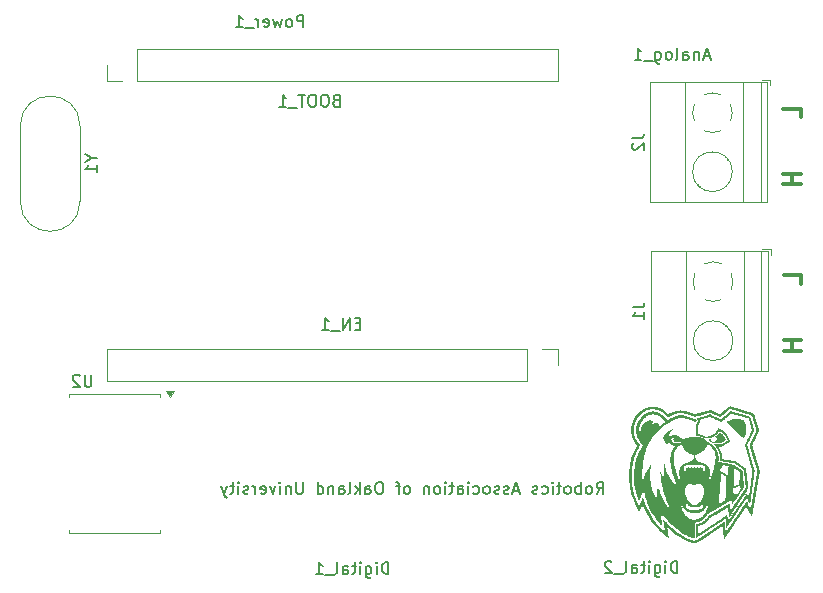
<source format=gbr>
%TF.GenerationSoftware,KiCad,Pcbnew,8.0.2-1*%
%TF.CreationDate,2024-05-15T23:20:04-04:00*%
%TF.ProjectId,ORA_Arduino_ESP_CAN_Shield,4f52415f-4172-4647-9569-6e6f5f455350,rev?*%
%TF.SameCoordinates,Original*%
%TF.FileFunction,Legend,Bot*%
%TF.FilePolarity,Positive*%
%FSLAX46Y46*%
G04 Gerber Fmt 4.6, Leading zero omitted, Abs format (unit mm)*
G04 Created by KiCad (PCBNEW 8.0.2-1) date 2024-05-15 23:20:04*
%MOMM*%
%LPD*%
G01*
G04 APERTURE LIST*
%ADD10C,0.150000*%
%ADD11C,0.300000*%
%ADD12C,0.120000*%
%ADD13C,0.000000*%
G04 APERTURE END LIST*
D10*
X74126792Y-65389819D02*
X74460125Y-64913628D01*
X74698220Y-65389819D02*
X74698220Y-64389819D01*
X74698220Y-64389819D02*
X74317268Y-64389819D01*
X74317268Y-64389819D02*
X74222030Y-64437438D01*
X74222030Y-64437438D02*
X74174411Y-64485057D01*
X74174411Y-64485057D02*
X74126792Y-64580295D01*
X74126792Y-64580295D02*
X74126792Y-64723152D01*
X74126792Y-64723152D02*
X74174411Y-64818390D01*
X74174411Y-64818390D02*
X74222030Y-64866009D01*
X74222030Y-64866009D02*
X74317268Y-64913628D01*
X74317268Y-64913628D02*
X74698220Y-64913628D01*
X73555363Y-65389819D02*
X73650601Y-65342200D01*
X73650601Y-65342200D02*
X73698220Y-65294580D01*
X73698220Y-65294580D02*
X73745839Y-65199342D01*
X73745839Y-65199342D02*
X73745839Y-64913628D01*
X73745839Y-64913628D02*
X73698220Y-64818390D01*
X73698220Y-64818390D02*
X73650601Y-64770771D01*
X73650601Y-64770771D02*
X73555363Y-64723152D01*
X73555363Y-64723152D02*
X73412506Y-64723152D01*
X73412506Y-64723152D02*
X73317268Y-64770771D01*
X73317268Y-64770771D02*
X73269649Y-64818390D01*
X73269649Y-64818390D02*
X73222030Y-64913628D01*
X73222030Y-64913628D02*
X73222030Y-65199342D01*
X73222030Y-65199342D02*
X73269649Y-65294580D01*
X73269649Y-65294580D02*
X73317268Y-65342200D01*
X73317268Y-65342200D02*
X73412506Y-65389819D01*
X73412506Y-65389819D02*
X73555363Y-65389819D01*
X72793458Y-65389819D02*
X72793458Y-64389819D01*
X72793458Y-64770771D02*
X72698220Y-64723152D01*
X72698220Y-64723152D02*
X72507744Y-64723152D01*
X72507744Y-64723152D02*
X72412506Y-64770771D01*
X72412506Y-64770771D02*
X72364887Y-64818390D01*
X72364887Y-64818390D02*
X72317268Y-64913628D01*
X72317268Y-64913628D02*
X72317268Y-65199342D01*
X72317268Y-65199342D02*
X72364887Y-65294580D01*
X72364887Y-65294580D02*
X72412506Y-65342200D01*
X72412506Y-65342200D02*
X72507744Y-65389819D01*
X72507744Y-65389819D02*
X72698220Y-65389819D01*
X72698220Y-65389819D02*
X72793458Y-65342200D01*
X71745839Y-65389819D02*
X71841077Y-65342200D01*
X71841077Y-65342200D02*
X71888696Y-65294580D01*
X71888696Y-65294580D02*
X71936315Y-65199342D01*
X71936315Y-65199342D02*
X71936315Y-64913628D01*
X71936315Y-64913628D02*
X71888696Y-64818390D01*
X71888696Y-64818390D02*
X71841077Y-64770771D01*
X71841077Y-64770771D02*
X71745839Y-64723152D01*
X71745839Y-64723152D02*
X71602982Y-64723152D01*
X71602982Y-64723152D02*
X71507744Y-64770771D01*
X71507744Y-64770771D02*
X71460125Y-64818390D01*
X71460125Y-64818390D02*
X71412506Y-64913628D01*
X71412506Y-64913628D02*
X71412506Y-65199342D01*
X71412506Y-65199342D02*
X71460125Y-65294580D01*
X71460125Y-65294580D02*
X71507744Y-65342200D01*
X71507744Y-65342200D02*
X71602982Y-65389819D01*
X71602982Y-65389819D02*
X71745839Y-65389819D01*
X71126791Y-64723152D02*
X70745839Y-64723152D01*
X70983934Y-64389819D02*
X70983934Y-65246961D01*
X70983934Y-65246961D02*
X70936315Y-65342200D01*
X70936315Y-65342200D02*
X70841077Y-65389819D01*
X70841077Y-65389819D02*
X70745839Y-65389819D01*
X70412505Y-65389819D02*
X70412505Y-64723152D01*
X70412505Y-64389819D02*
X70460124Y-64437438D01*
X70460124Y-64437438D02*
X70412505Y-64485057D01*
X70412505Y-64485057D02*
X70364886Y-64437438D01*
X70364886Y-64437438D02*
X70412505Y-64389819D01*
X70412505Y-64389819D02*
X70412505Y-64485057D01*
X69507744Y-65342200D02*
X69602982Y-65389819D01*
X69602982Y-65389819D02*
X69793458Y-65389819D01*
X69793458Y-65389819D02*
X69888696Y-65342200D01*
X69888696Y-65342200D02*
X69936315Y-65294580D01*
X69936315Y-65294580D02*
X69983934Y-65199342D01*
X69983934Y-65199342D02*
X69983934Y-64913628D01*
X69983934Y-64913628D02*
X69936315Y-64818390D01*
X69936315Y-64818390D02*
X69888696Y-64770771D01*
X69888696Y-64770771D02*
X69793458Y-64723152D01*
X69793458Y-64723152D02*
X69602982Y-64723152D01*
X69602982Y-64723152D02*
X69507744Y-64770771D01*
X69126791Y-65342200D02*
X69031553Y-65389819D01*
X69031553Y-65389819D02*
X68841077Y-65389819D01*
X68841077Y-65389819D02*
X68745839Y-65342200D01*
X68745839Y-65342200D02*
X68698220Y-65246961D01*
X68698220Y-65246961D02*
X68698220Y-65199342D01*
X68698220Y-65199342D02*
X68745839Y-65104104D01*
X68745839Y-65104104D02*
X68841077Y-65056485D01*
X68841077Y-65056485D02*
X68983934Y-65056485D01*
X68983934Y-65056485D02*
X69079172Y-65008866D01*
X69079172Y-65008866D02*
X69126791Y-64913628D01*
X69126791Y-64913628D02*
X69126791Y-64866009D01*
X69126791Y-64866009D02*
X69079172Y-64770771D01*
X69079172Y-64770771D02*
X68983934Y-64723152D01*
X68983934Y-64723152D02*
X68841077Y-64723152D01*
X68841077Y-64723152D02*
X68745839Y-64770771D01*
X67555362Y-65104104D02*
X67079172Y-65104104D01*
X67650600Y-65389819D02*
X67317267Y-64389819D01*
X67317267Y-64389819D02*
X66983934Y-65389819D01*
X66698219Y-65342200D02*
X66602981Y-65389819D01*
X66602981Y-65389819D02*
X66412505Y-65389819D01*
X66412505Y-65389819D02*
X66317267Y-65342200D01*
X66317267Y-65342200D02*
X66269648Y-65246961D01*
X66269648Y-65246961D02*
X66269648Y-65199342D01*
X66269648Y-65199342D02*
X66317267Y-65104104D01*
X66317267Y-65104104D02*
X66412505Y-65056485D01*
X66412505Y-65056485D02*
X66555362Y-65056485D01*
X66555362Y-65056485D02*
X66650600Y-65008866D01*
X66650600Y-65008866D02*
X66698219Y-64913628D01*
X66698219Y-64913628D02*
X66698219Y-64866009D01*
X66698219Y-64866009D02*
X66650600Y-64770771D01*
X66650600Y-64770771D02*
X66555362Y-64723152D01*
X66555362Y-64723152D02*
X66412505Y-64723152D01*
X66412505Y-64723152D02*
X66317267Y-64770771D01*
X65888695Y-65342200D02*
X65793457Y-65389819D01*
X65793457Y-65389819D02*
X65602981Y-65389819D01*
X65602981Y-65389819D02*
X65507743Y-65342200D01*
X65507743Y-65342200D02*
X65460124Y-65246961D01*
X65460124Y-65246961D02*
X65460124Y-65199342D01*
X65460124Y-65199342D02*
X65507743Y-65104104D01*
X65507743Y-65104104D02*
X65602981Y-65056485D01*
X65602981Y-65056485D02*
X65745838Y-65056485D01*
X65745838Y-65056485D02*
X65841076Y-65008866D01*
X65841076Y-65008866D02*
X65888695Y-64913628D01*
X65888695Y-64913628D02*
X65888695Y-64866009D01*
X65888695Y-64866009D02*
X65841076Y-64770771D01*
X65841076Y-64770771D02*
X65745838Y-64723152D01*
X65745838Y-64723152D02*
X65602981Y-64723152D01*
X65602981Y-64723152D02*
X65507743Y-64770771D01*
X64888695Y-65389819D02*
X64983933Y-65342200D01*
X64983933Y-65342200D02*
X65031552Y-65294580D01*
X65031552Y-65294580D02*
X65079171Y-65199342D01*
X65079171Y-65199342D02*
X65079171Y-64913628D01*
X65079171Y-64913628D02*
X65031552Y-64818390D01*
X65031552Y-64818390D02*
X64983933Y-64770771D01*
X64983933Y-64770771D02*
X64888695Y-64723152D01*
X64888695Y-64723152D02*
X64745838Y-64723152D01*
X64745838Y-64723152D02*
X64650600Y-64770771D01*
X64650600Y-64770771D02*
X64602981Y-64818390D01*
X64602981Y-64818390D02*
X64555362Y-64913628D01*
X64555362Y-64913628D02*
X64555362Y-65199342D01*
X64555362Y-65199342D02*
X64602981Y-65294580D01*
X64602981Y-65294580D02*
X64650600Y-65342200D01*
X64650600Y-65342200D02*
X64745838Y-65389819D01*
X64745838Y-65389819D02*
X64888695Y-65389819D01*
X63698219Y-65342200D02*
X63793457Y-65389819D01*
X63793457Y-65389819D02*
X63983933Y-65389819D01*
X63983933Y-65389819D02*
X64079171Y-65342200D01*
X64079171Y-65342200D02*
X64126790Y-65294580D01*
X64126790Y-65294580D02*
X64174409Y-65199342D01*
X64174409Y-65199342D02*
X64174409Y-64913628D01*
X64174409Y-64913628D02*
X64126790Y-64818390D01*
X64126790Y-64818390D02*
X64079171Y-64770771D01*
X64079171Y-64770771D02*
X63983933Y-64723152D01*
X63983933Y-64723152D02*
X63793457Y-64723152D01*
X63793457Y-64723152D02*
X63698219Y-64770771D01*
X63269647Y-65389819D02*
X63269647Y-64723152D01*
X63269647Y-64389819D02*
X63317266Y-64437438D01*
X63317266Y-64437438D02*
X63269647Y-64485057D01*
X63269647Y-64485057D02*
X63222028Y-64437438D01*
X63222028Y-64437438D02*
X63269647Y-64389819D01*
X63269647Y-64389819D02*
X63269647Y-64485057D01*
X62364886Y-65389819D02*
X62364886Y-64866009D01*
X62364886Y-64866009D02*
X62412505Y-64770771D01*
X62412505Y-64770771D02*
X62507743Y-64723152D01*
X62507743Y-64723152D02*
X62698219Y-64723152D01*
X62698219Y-64723152D02*
X62793457Y-64770771D01*
X62364886Y-65342200D02*
X62460124Y-65389819D01*
X62460124Y-65389819D02*
X62698219Y-65389819D01*
X62698219Y-65389819D02*
X62793457Y-65342200D01*
X62793457Y-65342200D02*
X62841076Y-65246961D01*
X62841076Y-65246961D02*
X62841076Y-65151723D01*
X62841076Y-65151723D02*
X62793457Y-65056485D01*
X62793457Y-65056485D02*
X62698219Y-65008866D01*
X62698219Y-65008866D02*
X62460124Y-65008866D01*
X62460124Y-65008866D02*
X62364886Y-64961247D01*
X62031552Y-64723152D02*
X61650600Y-64723152D01*
X61888695Y-64389819D02*
X61888695Y-65246961D01*
X61888695Y-65246961D02*
X61841076Y-65342200D01*
X61841076Y-65342200D02*
X61745838Y-65389819D01*
X61745838Y-65389819D02*
X61650600Y-65389819D01*
X61317266Y-65389819D02*
X61317266Y-64723152D01*
X61317266Y-64389819D02*
X61364885Y-64437438D01*
X61364885Y-64437438D02*
X61317266Y-64485057D01*
X61317266Y-64485057D02*
X61269647Y-64437438D01*
X61269647Y-64437438D02*
X61317266Y-64389819D01*
X61317266Y-64389819D02*
X61317266Y-64485057D01*
X60698219Y-65389819D02*
X60793457Y-65342200D01*
X60793457Y-65342200D02*
X60841076Y-65294580D01*
X60841076Y-65294580D02*
X60888695Y-65199342D01*
X60888695Y-65199342D02*
X60888695Y-64913628D01*
X60888695Y-64913628D02*
X60841076Y-64818390D01*
X60841076Y-64818390D02*
X60793457Y-64770771D01*
X60793457Y-64770771D02*
X60698219Y-64723152D01*
X60698219Y-64723152D02*
X60555362Y-64723152D01*
X60555362Y-64723152D02*
X60460124Y-64770771D01*
X60460124Y-64770771D02*
X60412505Y-64818390D01*
X60412505Y-64818390D02*
X60364886Y-64913628D01*
X60364886Y-64913628D02*
X60364886Y-65199342D01*
X60364886Y-65199342D02*
X60412505Y-65294580D01*
X60412505Y-65294580D02*
X60460124Y-65342200D01*
X60460124Y-65342200D02*
X60555362Y-65389819D01*
X60555362Y-65389819D02*
X60698219Y-65389819D01*
X59936314Y-64723152D02*
X59936314Y-65389819D01*
X59936314Y-64818390D02*
X59888695Y-64770771D01*
X59888695Y-64770771D02*
X59793457Y-64723152D01*
X59793457Y-64723152D02*
X59650600Y-64723152D01*
X59650600Y-64723152D02*
X59555362Y-64770771D01*
X59555362Y-64770771D02*
X59507743Y-64866009D01*
X59507743Y-64866009D02*
X59507743Y-65389819D01*
X58126790Y-65389819D02*
X58222028Y-65342200D01*
X58222028Y-65342200D02*
X58269647Y-65294580D01*
X58269647Y-65294580D02*
X58317266Y-65199342D01*
X58317266Y-65199342D02*
X58317266Y-64913628D01*
X58317266Y-64913628D02*
X58269647Y-64818390D01*
X58269647Y-64818390D02*
X58222028Y-64770771D01*
X58222028Y-64770771D02*
X58126790Y-64723152D01*
X58126790Y-64723152D02*
X57983933Y-64723152D01*
X57983933Y-64723152D02*
X57888695Y-64770771D01*
X57888695Y-64770771D02*
X57841076Y-64818390D01*
X57841076Y-64818390D02*
X57793457Y-64913628D01*
X57793457Y-64913628D02*
X57793457Y-65199342D01*
X57793457Y-65199342D02*
X57841076Y-65294580D01*
X57841076Y-65294580D02*
X57888695Y-65342200D01*
X57888695Y-65342200D02*
X57983933Y-65389819D01*
X57983933Y-65389819D02*
X58126790Y-65389819D01*
X57507742Y-64723152D02*
X57126790Y-64723152D01*
X57364885Y-65389819D02*
X57364885Y-64532676D01*
X57364885Y-64532676D02*
X57317266Y-64437438D01*
X57317266Y-64437438D02*
X57222028Y-64389819D01*
X57222028Y-64389819D02*
X57126790Y-64389819D01*
X55841075Y-64389819D02*
X55650599Y-64389819D01*
X55650599Y-64389819D02*
X55555361Y-64437438D01*
X55555361Y-64437438D02*
X55460123Y-64532676D01*
X55460123Y-64532676D02*
X55412504Y-64723152D01*
X55412504Y-64723152D02*
X55412504Y-65056485D01*
X55412504Y-65056485D02*
X55460123Y-65246961D01*
X55460123Y-65246961D02*
X55555361Y-65342200D01*
X55555361Y-65342200D02*
X55650599Y-65389819D01*
X55650599Y-65389819D02*
X55841075Y-65389819D01*
X55841075Y-65389819D02*
X55936313Y-65342200D01*
X55936313Y-65342200D02*
X56031551Y-65246961D01*
X56031551Y-65246961D02*
X56079170Y-65056485D01*
X56079170Y-65056485D02*
X56079170Y-64723152D01*
X56079170Y-64723152D02*
X56031551Y-64532676D01*
X56031551Y-64532676D02*
X55936313Y-64437438D01*
X55936313Y-64437438D02*
X55841075Y-64389819D01*
X54555361Y-65389819D02*
X54555361Y-64866009D01*
X54555361Y-64866009D02*
X54602980Y-64770771D01*
X54602980Y-64770771D02*
X54698218Y-64723152D01*
X54698218Y-64723152D02*
X54888694Y-64723152D01*
X54888694Y-64723152D02*
X54983932Y-64770771D01*
X54555361Y-65342200D02*
X54650599Y-65389819D01*
X54650599Y-65389819D02*
X54888694Y-65389819D01*
X54888694Y-65389819D02*
X54983932Y-65342200D01*
X54983932Y-65342200D02*
X55031551Y-65246961D01*
X55031551Y-65246961D02*
X55031551Y-65151723D01*
X55031551Y-65151723D02*
X54983932Y-65056485D01*
X54983932Y-65056485D02*
X54888694Y-65008866D01*
X54888694Y-65008866D02*
X54650599Y-65008866D01*
X54650599Y-65008866D02*
X54555361Y-64961247D01*
X54079170Y-65389819D02*
X54079170Y-64389819D01*
X53983932Y-65008866D02*
X53698218Y-65389819D01*
X53698218Y-64723152D02*
X54079170Y-65104104D01*
X53126789Y-65389819D02*
X53222027Y-65342200D01*
X53222027Y-65342200D02*
X53269646Y-65246961D01*
X53269646Y-65246961D02*
X53269646Y-64389819D01*
X52317265Y-65389819D02*
X52317265Y-64866009D01*
X52317265Y-64866009D02*
X52364884Y-64770771D01*
X52364884Y-64770771D02*
X52460122Y-64723152D01*
X52460122Y-64723152D02*
X52650598Y-64723152D01*
X52650598Y-64723152D02*
X52745836Y-64770771D01*
X52317265Y-65342200D02*
X52412503Y-65389819D01*
X52412503Y-65389819D02*
X52650598Y-65389819D01*
X52650598Y-65389819D02*
X52745836Y-65342200D01*
X52745836Y-65342200D02*
X52793455Y-65246961D01*
X52793455Y-65246961D02*
X52793455Y-65151723D01*
X52793455Y-65151723D02*
X52745836Y-65056485D01*
X52745836Y-65056485D02*
X52650598Y-65008866D01*
X52650598Y-65008866D02*
X52412503Y-65008866D01*
X52412503Y-65008866D02*
X52317265Y-64961247D01*
X51841074Y-64723152D02*
X51841074Y-65389819D01*
X51841074Y-64818390D02*
X51793455Y-64770771D01*
X51793455Y-64770771D02*
X51698217Y-64723152D01*
X51698217Y-64723152D02*
X51555360Y-64723152D01*
X51555360Y-64723152D02*
X51460122Y-64770771D01*
X51460122Y-64770771D02*
X51412503Y-64866009D01*
X51412503Y-64866009D02*
X51412503Y-65389819D01*
X50507741Y-65389819D02*
X50507741Y-64389819D01*
X50507741Y-65342200D02*
X50602979Y-65389819D01*
X50602979Y-65389819D02*
X50793455Y-65389819D01*
X50793455Y-65389819D02*
X50888693Y-65342200D01*
X50888693Y-65342200D02*
X50936312Y-65294580D01*
X50936312Y-65294580D02*
X50983931Y-65199342D01*
X50983931Y-65199342D02*
X50983931Y-64913628D01*
X50983931Y-64913628D02*
X50936312Y-64818390D01*
X50936312Y-64818390D02*
X50888693Y-64770771D01*
X50888693Y-64770771D02*
X50793455Y-64723152D01*
X50793455Y-64723152D02*
X50602979Y-64723152D01*
X50602979Y-64723152D02*
X50507741Y-64770771D01*
X49269645Y-64389819D02*
X49269645Y-65199342D01*
X49269645Y-65199342D02*
X49222026Y-65294580D01*
X49222026Y-65294580D02*
X49174407Y-65342200D01*
X49174407Y-65342200D02*
X49079169Y-65389819D01*
X49079169Y-65389819D02*
X48888693Y-65389819D01*
X48888693Y-65389819D02*
X48793455Y-65342200D01*
X48793455Y-65342200D02*
X48745836Y-65294580D01*
X48745836Y-65294580D02*
X48698217Y-65199342D01*
X48698217Y-65199342D02*
X48698217Y-64389819D01*
X48222026Y-64723152D02*
X48222026Y-65389819D01*
X48222026Y-64818390D02*
X48174407Y-64770771D01*
X48174407Y-64770771D02*
X48079169Y-64723152D01*
X48079169Y-64723152D02*
X47936312Y-64723152D01*
X47936312Y-64723152D02*
X47841074Y-64770771D01*
X47841074Y-64770771D02*
X47793455Y-64866009D01*
X47793455Y-64866009D02*
X47793455Y-65389819D01*
X47317264Y-65389819D02*
X47317264Y-64723152D01*
X47317264Y-64389819D02*
X47364883Y-64437438D01*
X47364883Y-64437438D02*
X47317264Y-64485057D01*
X47317264Y-64485057D02*
X47269645Y-64437438D01*
X47269645Y-64437438D02*
X47317264Y-64389819D01*
X47317264Y-64389819D02*
X47317264Y-64485057D01*
X46936312Y-64723152D02*
X46698217Y-65389819D01*
X46698217Y-65389819D02*
X46460122Y-64723152D01*
X45698217Y-65342200D02*
X45793455Y-65389819D01*
X45793455Y-65389819D02*
X45983931Y-65389819D01*
X45983931Y-65389819D02*
X46079169Y-65342200D01*
X46079169Y-65342200D02*
X46126788Y-65246961D01*
X46126788Y-65246961D02*
X46126788Y-64866009D01*
X46126788Y-64866009D02*
X46079169Y-64770771D01*
X46079169Y-64770771D02*
X45983931Y-64723152D01*
X45983931Y-64723152D02*
X45793455Y-64723152D01*
X45793455Y-64723152D02*
X45698217Y-64770771D01*
X45698217Y-64770771D02*
X45650598Y-64866009D01*
X45650598Y-64866009D02*
X45650598Y-64961247D01*
X45650598Y-64961247D02*
X46126788Y-65056485D01*
X45222026Y-65389819D02*
X45222026Y-64723152D01*
X45222026Y-64913628D02*
X45174407Y-64818390D01*
X45174407Y-64818390D02*
X45126788Y-64770771D01*
X45126788Y-64770771D02*
X45031550Y-64723152D01*
X45031550Y-64723152D02*
X44936312Y-64723152D01*
X44650597Y-65342200D02*
X44555359Y-65389819D01*
X44555359Y-65389819D02*
X44364883Y-65389819D01*
X44364883Y-65389819D02*
X44269645Y-65342200D01*
X44269645Y-65342200D02*
X44222026Y-65246961D01*
X44222026Y-65246961D02*
X44222026Y-65199342D01*
X44222026Y-65199342D02*
X44269645Y-65104104D01*
X44269645Y-65104104D02*
X44364883Y-65056485D01*
X44364883Y-65056485D02*
X44507740Y-65056485D01*
X44507740Y-65056485D02*
X44602978Y-65008866D01*
X44602978Y-65008866D02*
X44650597Y-64913628D01*
X44650597Y-64913628D02*
X44650597Y-64866009D01*
X44650597Y-64866009D02*
X44602978Y-64770771D01*
X44602978Y-64770771D02*
X44507740Y-64723152D01*
X44507740Y-64723152D02*
X44364883Y-64723152D01*
X44364883Y-64723152D02*
X44269645Y-64770771D01*
X43793454Y-65389819D02*
X43793454Y-64723152D01*
X43793454Y-64389819D02*
X43841073Y-64437438D01*
X43841073Y-64437438D02*
X43793454Y-64485057D01*
X43793454Y-64485057D02*
X43745835Y-64437438D01*
X43745835Y-64437438D02*
X43793454Y-64389819D01*
X43793454Y-64389819D02*
X43793454Y-64485057D01*
X43460121Y-64723152D02*
X43079169Y-64723152D01*
X43317264Y-64389819D02*
X43317264Y-65246961D01*
X43317264Y-65246961D02*
X43269645Y-65342200D01*
X43269645Y-65342200D02*
X43174407Y-65389819D01*
X43174407Y-65389819D02*
X43079169Y-65389819D01*
X42841073Y-64723152D02*
X42602978Y-65389819D01*
X42364883Y-64723152D02*
X42602978Y-65389819D01*
X42602978Y-65389819D02*
X42698216Y-65627914D01*
X42698216Y-65627914D02*
X42745835Y-65675533D01*
X42745835Y-65675533D02*
X42841073Y-65723152D01*
D11*
X91440828Y-38304510D02*
X89940828Y-38304510D01*
X90655114Y-38304510D02*
X90655114Y-39161653D01*
X91440828Y-39161653D02*
X89940828Y-39161653D01*
X91470828Y-47608796D02*
X91470828Y-46894510D01*
X91470828Y-46894510D02*
X89970828Y-46894510D01*
X91470828Y-52394510D02*
X89970828Y-52394510D01*
X90685114Y-52394510D02*
X90685114Y-53251653D01*
X91470828Y-53251653D02*
X89970828Y-53251653D01*
X91440828Y-33518796D02*
X91440828Y-32804510D01*
X91440828Y-32804510D02*
X89940828Y-32804510D01*
D10*
X56502618Y-72174819D02*
X56502618Y-71174819D01*
X56502618Y-71174819D02*
X56264523Y-71174819D01*
X56264523Y-71174819D02*
X56121666Y-71222438D01*
X56121666Y-71222438D02*
X56026428Y-71317676D01*
X56026428Y-71317676D02*
X55978809Y-71412914D01*
X55978809Y-71412914D02*
X55931190Y-71603390D01*
X55931190Y-71603390D02*
X55931190Y-71746247D01*
X55931190Y-71746247D02*
X55978809Y-71936723D01*
X55978809Y-71936723D02*
X56026428Y-72031961D01*
X56026428Y-72031961D02*
X56121666Y-72127200D01*
X56121666Y-72127200D02*
X56264523Y-72174819D01*
X56264523Y-72174819D02*
X56502618Y-72174819D01*
X55502618Y-72174819D02*
X55502618Y-71508152D01*
X55502618Y-71174819D02*
X55550237Y-71222438D01*
X55550237Y-71222438D02*
X55502618Y-71270057D01*
X55502618Y-71270057D02*
X55454999Y-71222438D01*
X55454999Y-71222438D02*
X55502618Y-71174819D01*
X55502618Y-71174819D02*
X55502618Y-71270057D01*
X54597857Y-71508152D02*
X54597857Y-72317676D01*
X54597857Y-72317676D02*
X54645476Y-72412914D01*
X54645476Y-72412914D02*
X54693095Y-72460533D01*
X54693095Y-72460533D02*
X54788333Y-72508152D01*
X54788333Y-72508152D02*
X54931190Y-72508152D01*
X54931190Y-72508152D02*
X55026428Y-72460533D01*
X54597857Y-72127200D02*
X54693095Y-72174819D01*
X54693095Y-72174819D02*
X54883571Y-72174819D01*
X54883571Y-72174819D02*
X54978809Y-72127200D01*
X54978809Y-72127200D02*
X55026428Y-72079580D01*
X55026428Y-72079580D02*
X55074047Y-71984342D01*
X55074047Y-71984342D02*
X55074047Y-71698628D01*
X55074047Y-71698628D02*
X55026428Y-71603390D01*
X55026428Y-71603390D02*
X54978809Y-71555771D01*
X54978809Y-71555771D02*
X54883571Y-71508152D01*
X54883571Y-71508152D02*
X54693095Y-71508152D01*
X54693095Y-71508152D02*
X54597857Y-71555771D01*
X54121666Y-72174819D02*
X54121666Y-71508152D01*
X54121666Y-71174819D02*
X54169285Y-71222438D01*
X54169285Y-71222438D02*
X54121666Y-71270057D01*
X54121666Y-71270057D02*
X54074047Y-71222438D01*
X54074047Y-71222438D02*
X54121666Y-71174819D01*
X54121666Y-71174819D02*
X54121666Y-71270057D01*
X53788333Y-71508152D02*
X53407381Y-71508152D01*
X53645476Y-71174819D02*
X53645476Y-72031961D01*
X53645476Y-72031961D02*
X53597857Y-72127200D01*
X53597857Y-72127200D02*
X53502619Y-72174819D01*
X53502619Y-72174819D02*
X53407381Y-72174819D01*
X52645476Y-72174819D02*
X52645476Y-71651009D01*
X52645476Y-71651009D02*
X52693095Y-71555771D01*
X52693095Y-71555771D02*
X52788333Y-71508152D01*
X52788333Y-71508152D02*
X52978809Y-71508152D01*
X52978809Y-71508152D02*
X53074047Y-71555771D01*
X52645476Y-72127200D02*
X52740714Y-72174819D01*
X52740714Y-72174819D02*
X52978809Y-72174819D01*
X52978809Y-72174819D02*
X53074047Y-72127200D01*
X53074047Y-72127200D02*
X53121666Y-72031961D01*
X53121666Y-72031961D02*
X53121666Y-71936723D01*
X53121666Y-71936723D02*
X53074047Y-71841485D01*
X53074047Y-71841485D02*
X52978809Y-71793866D01*
X52978809Y-71793866D02*
X52740714Y-71793866D01*
X52740714Y-71793866D02*
X52645476Y-71746247D01*
X52026428Y-72174819D02*
X52121666Y-72127200D01*
X52121666Y-72127200D02*
X52169285Y-72031961D01*
X52169285Y-72031961D02*
X52169285Y-71174819D01*
X51883571Y-72270057D02*
X51121666Y-72270057D01*
X50359761Y-72174819D02*
X50931189Y-72174819D01*
X50645475Y-72174819D02*
X50645475Y-71174819D01*
X50645475Y-71174819D02*
X50740713Y-71317676D01*
X50740713Y-71317676D02*
X50835951Y-71412914D01*
X50835951Y-71412914D02*
X50931189Y-71460533D01*
X49303333Y-25854819D02*
X49303333Y-24854819D01*
X49303333Y-24854819D02*
X48922381Y-24854819D01*
X48922381Y-24854819D02*
X48827143Y-24902438D01*
X48827143Y-24902438D02*
X48779524Y-24950057D01*
X48779524Y-24950057D02*
X48731905Y-25045295D01*
X48731905Y-25045295D02*
X48731905Y-25188152D01*
X48731905Y-25188152D02*
X48779524Y-25283390D01*
X48779524Y-25283390D02*
X48827143Y-25331009D01*
X48827143Y-25331009D02*
X48922381Y-25378628D01*
X48922381Y-25378628D02*
X49303333Y-25378628D01*
X48160476Y-25854819D02*
X48255714Y-25807200D01*
X48255714Y-25807200D02*
X48303333Y-25759580D01*
X48303333Y-25759580D02*
X48350952Y-25664342D01*
X48350952Y-25664342D02*
X48350952Y-25378628D01*
X48350952Y-25378628D02*
X48303333Y-25283390D01*
X48303333Y-25283390D02*
X48255714Y-25235771D01*
X48255714Y-25235771D02*
X48160476Y-25188152D01*
X48160476Y-25188152D02*
X48017619Y-25188152D01*
X48017619Y-25188152D02*
X47922381Y-25235771D01*
X47922381Y-25235771D02*
X47874762Y-25283390D01*
X47874762Y-25283390D02*
X47827143Y-25378628D01*
X47827143Y-25378628D02*
X47827143Y-25664342D01*
X47827143Y-25664342D02*
X47874762Y-25759580D01*
X47874762Y-25759580D02*
X47922381Y-25807200D01*
X47922381Y-25807200D02*
X48017619Y-25854819D01*
X48017619Y-25854819D02*
X48160476Y-25854819D01*
X47493809Y-25188152D02*
X47303333Y-25854819D01*
X47303333Y-25854819D02*
X47112857Y-25378628D01*
X47112857Y-25378628D02*
X46922381Y-25854819D01*
X46922381Y-25854819D02*
X46731905Y-25188152D01*
X45970000Y-25807200D02*
X46065238Y-25854819D01*
X46065238Y-25854819D02*
X46255714Y-25854819D01*
X46255714Y-25854819D02*
X46350952Y-25807200D01*
X46350952Y-25807200D02*
X46398571Y-25711961D01*
X46398571Y-25711961D02*
X46398571Y-25331009D01*
X46398571Y-25331009D02*
X46350952Y-25235771D01*
X46350952Y-25235771D02*
X46255714Y-25188152D01*
X46255714Y-25188152D02*
X46065238Y-25188152D01*
X46065238Y-25188152D02*
X45970000Y-25235771D01*
X45970000Y-25235771D02*
X45922381Y-25331009D01*
X45922381Y-25331009D02*
X45922381Y-25426247D01*
X45922381Y-25426247D02*
X46398571Y-25521485D01*
X45493809Y-25854819D02*
X45493809Y-25188152D01*
X45493809Y-25378628D02*
X45446190Y-25283390D01*
X45446190Y-25283390D02*
X45398571Y-25235771D01*
X45398571Y-25235771D02*
X45303333Y-25188152D01*
X45303333Y-25188152D02*
X45208095Y-25188152D01*
X45112857Y-25950057D02*
X44350952Y-25950057D01*
X43589047Y-25854819D02*
X44160475Y-25854819D01*
X43874761Y-25854819D02*
X43874761Y-24854819D01*
X43874761Y-24854819D02*
X43969999Y-24997676D01*
X43969999Y-24997676D02*
X44065237Y-25092914D01*
X44065237Y-25092914D02*
X44160475Y-25140533D01*
X83681666Y-28339104D02*
X83205476Y-28339104D01*
X83776904Y-28624819D02*
X83443571Y-27624819D01*
X83443571Y-27624819D02*
X83110238Y-28624819D01*
X82776904Y-27958152D02*
X82776904Y-28624819D01*
X82776904Y-28053390D02*
X82729285Y-28005771D01*
X82729285Y-28005771D02*
X82634047Y-27958152D01*
X82634047Y-27958152D02*
X82491190Y-27958152D01*
X82491190Y-27958152D02*
X82395952Y-28005771D01*
X82395952Y-28005771D02*
X82348333Y-28101009D01*
X82348333Y-28101009D02*
X82348333Y-28624819D01*
X81443571Y-28624819D02*
X81443571Y-28101009D01*
X81443571Y-28101009D02*
X81491190Y-28005771D01*
X81491190Y-28005771D02*
X81586428Y-27958152D01*
X81586428Y-27958152D02*
X81776904Y-27958152D01*
X81776904Y-27958152D02*
X81872142Y-28005771D01*
X81443571Y-28577200D02*
X81538809Y-28624819D01*
X81538809Y-28624819D02*
X81776904Y-28624819D01*
X81776904Y-28624819D02*
X81872142Y-28577200D01*
X81872142Y-28577200D02*
X81919761Y-28481961D01*
X81919761Y-28481961D02*
X81919761Y-28386723D01*
X81919761Y-28386723D02*
X81872142Y-28291485D01*
X81872142Y-28291485D02*
X81776904Y-28243866D01*
X81776904Y-28243866D02*
X81538809Y-28243866D01*
X81538809Y-28243866D02*
X81443571Y-28196247D01*
X80824523Y-28624819D02*
X80919761Y-28577200D01*
X80919761Y-28577200D02*
X80967380Y-28481961D01*
X80967380Y-28481961D02*
X80967380Y-27624819D01*
X80300713Y-28624819D02*
X80395951Y-28577200D01*
X80395951Y-28577200D02*
X80443570Y-28529580D01*
X80443570Y-28529580D02*
X80491189Y-28434342D01*
X80491189Y-28434342D02*
X80491189Y-28148628D01*
X80491189Y-28148628D02*
X80443570Y-28053390D01*
X80443570Y-28053390D02*
X80395951Y-28005771D01*
X80395951Y-28005771D02*
X80300713Y-27958152D01*
X80300713Y-27958152D02*
X80157856Y-27958152D01*
X80157856Y-27958152D02*
X80062618Y-28005771D01*
X80062618Y-28005771D02*
X80014999Y-28053390D01*
X80014999Y-28053390D02*
X79967380Y-28148628D01*
X79967380Y-28148628D02*
X79967380Y-28434342D01*
X79967380Y-28434342D02*
X80014999Y-28529580D01*
X80014999Y-28529580D02*
X80062618Y-28577200D01*
X80062618Y-28577200D02*
X80157856Y-28624819D01*
X80157856Y-28624819D02*
X80300713Y-28624819D01*
X79110237Y-27958152D02*
X79110237Y-28767676D01*
X79110237Y-28767676D02*
X79157856Y-28862914D01*
X79157856Y-28862914D02*
X79205475Y-28910533D01*
X79205475Y-28910533D02*
X79300713Y-28958152D01*
X79300713Y-28958152D02*
X79443570Y-28958152D01*
X79443570Y-28958152D02*
X79538808Y-28910533D01*
X79110237Y-28577200D02*
X79205475Y-28624819D01*
X79205475Y-28624819D02*
X79395951Y-28624819D01*
X79395951Y-28624819D02*
X79491189Y-28577200D01*
X79491189Y-28577200D02*
X79538808Y-28529580D01*
X79538808Y-28529580D02*
X79586427Y-28434342D01*
X79586427Y-28434342D02*
X79586427Y-28148628D01*
X79586427Y-28148628D02*
X79538808Y-28053390D01*
X79538808Y-28053390D02*
X79491189Y-28005771D01*
X79491189Y-28005771D02*
X79395951Y-27958152D01*
X79395951Y-27958152D02*
X79205475Y-27958152D01*
X79205475Y-27958152D02*
X79110237Y-28005771D01*
X78872142Y-28720057D02*
X78110237Y-28720057D01*
X77348332Y-28624819D02*
X77919760Y-28624819D01*
X77634046Y-28624819D02*
X77634046Y-27624819D01*
X77634046Y-27624819D02*
X77729284Y-27767676D01*
X77729284Y-27767676D02*
X77824522Y-27862914D01*
X77824522Y-27862914D02*
X77919760Y-27910533D01*
X80962618Y-72064819D02*
X80962618Y-71064819D01*
X80962618Y-71064819D02*
X80724523Y-71064819D01*
X80724523Y-71064819D02*
X80581666Y-71112438D01*
X80581666Y-71112438D02*
X80486428Y-71207676D01*
X80486428Y-71207676D02*
X80438809Y-71302914D01*
X80438809Y-71302914D02*
X80391190Y-71493390D01*
X80391190Y-71493390D02*
X80391190Y-71636247D01*
X80391190Y-71636247D02*
X80438809Y-71826723D01*
X80438809Y-71826723D02*
X80486428Y-71921961D01*
X80486428Y-71921961D02*
X80581666Y-72017200D01*
X80581666Y-72017200D02*
X80724523Y-72064819D01*
X80724523Y-72064819D02*
X80962618Y-72064819D01*
X79962618Y-72064819D02*
X79962618Y-71398152D01*
X79962618Y-71064819D02*
X80010237Y-71112438D01*
X80010237Y-71112438D02*
X79962618Y-71160057D01*
X79962618Y-71160057D02*
X79914999Y-71112438D01*
X79914999Y-71112438D02*
X79962618Y-71064819D01*
X79962618Y-71064819D02*
X79962618Y-71160057D01*
X79057857Y-71398152D02*
X79057857Y-72207676D01*
X79057857Y-72207676D02*
X79105476Y-72302914D01*
X79105476Y-72302914D02*
X79153095Y-72350533D01*
X79153095Y-72350533D02*
X79248333Y-72398152D01*
X79248333Y-72398152D02*
X79391190Y-72398152D01*
X79391190Y-72398152D02*
X79486428Y-72350533D01*
X79057857Y-72017200D02*
X79153095Y-72064819D01*
X79153095Y-72064819D02*
X79343571Y-72064819D01*
X79343571Y-72064819D02*
X79438809Y-72017200D01*
X79438809Y-72017200D02*
X79486428Y-71969580D01*
X79486428Y-71969580D02*
X79534047Y-71874342D01*
X79534047Y-71874342D02*
X79534047Y-71588628D01*
X79534047Y-71588628D02*
X79486428Y-71493390D01*
X79486428Y-71493390D02*
X79438809Y-71445771D01*
X79438809Y-71445771D02*
X79343571Y-71398152D01*
X79343571Y-71398152D02*
X79153095Y-71398152D01*
X79153095Y-71398152D02*
X79057857Y-71445771D01*
X78581666Y-72064819D02*
X78581666Y-71398152D01*
X78581666Y-71064819D02*
X78629285Y-71112438D01*
X78629285Y-71112438D02*
X78581666Y-71160057D01*
X78581666Y-71160057D02*
X78534047Y-71112438D01*
X78534047Y-71112438D02*
X78581666Y-71064819D01*
X78581666Y-71064819D02*
X78581666Y-71160057D01*
X78248333Y-71398152D02*
X77867381Y-71398152D01*
X78105476Y-71064819D02*
X78105476Y-71921961D01*
X78105476Y-71921961D02*
X78057857Y-72017200D01*
X78057857Y-72017200D02*
X77962619Y-72064819D01*
X77962619Y-72064819D02*
X77867381Y-72064819D01*
X77105476Y-72064819D02*
X77105476Y-71541009D01*
X77105476Y-71541009D02*
X77153095Y-71445771D01*
X77153095Y-71445771D02*
X77248333Y-71398152D01*
X77248333Y-71398152D02*
X77438809Y-71398152D01*
X77438809Y-71398152D02*
X77534047Y-71445771D01*
X77105476Y-72017200D02*
X77200714Y-72064819D01*
X77200714Y-72064819D02*
X77438809Y-72064819D01*
X77438809Y-72064819D02*
X77534047Y-72017200D01*
X77534047Y-72017200D02*
X77581666Y-71921961D01*
X77581666Y-71921961D02*
X77581666Y-71826723D01*
X77581666Y-71826723D02*
X77534047Y-71731485D01*
X77534047Y-71731485D02*
X77438809Y-71683866D01*
X77438809Y-71683866D02*
X77200714Y-71683866D01*
X77200714Y-71683866D02*
X77105476Y-71636247D01*
X76486428Y-72064819D02*
X76581666Y-72017200D01*
X76581666Y-72017200D02*
X76629285Y-71921961D01*
X76629285Y-71921961D02*
X76629285Y-71064819D01*
X76343571Y-72160057D02*
X75581666Y-72160057D01*
X75391189Y-71160057D02*
X75343570Y-71112438D01*
X75343570Y-71112438D02*
X75248332Y-71064819D01*
X75248332Y-71064819D02*
X75010237Y-71064819D01*
X75010237Y-71064819D02*
X74914999Y-71112438D01*
X74914999Y-71112438D02*
X74867380Y-71160057D01*
X74867380Y-71160057D02*
X74819761Y-71255295D01*
X74819761Y-71255295D02*
X74819761Y-71350533D01*
X74819761Y-71350533D02*
X74867380Y-71493390D01*
X74867380Y-71493390D02*
X75438808Y-72064819D01*
X75438808Y-72064819D02*
X74819761Y-72064819D01*
X31351904Y-55314819D02*
X31351904Y-56124342D01*
X31351904Y-56124342D02*
X31304285Y-56219580D01*
X31304285Y-56219580D02*
X31256666Y-56267200D01*
X31256666Y-56267200D02*
X31161428Y-56314819D01*
X31161428Y-56314819D02*
X30970952Y-56314819D01*
X30970952Y-56314819D02*
X30875714Y-56267200D01*
X30875714Y-56267200D02*
X30828095Y-56219580D01*
X30828095Y-56219580D02*
X30780476Y-56124342D01*
X30780476Y-56124342D02*
X30780476Y-55314819D01*
X30351904Y-55410057D02*
X30304285Y-55362438D01*
X30304285Y-55362438D02*
X30209047Y-55314819D01*
X30209047Y-55314819D02*
X29970952Y-55314819D01*
X29970952Y-55314819D02*
X29875714Y-55362438D01*
X29875714Y-55362438D02*
X29828095Y-55410057D01*
X29828095Y-55410057D02*
X29780476Y-55505295D01*
X29780476Y-55505295D02*
X29780476Y-55600533D01*
X29780476Y-55600533D02*
X29828095Y-55743390D01*
X29828095Y-55743390D02*
X30399523Y-56314819D01*
X30399523Y-56314819D02*
X29780476Y-56314819D01*
X54125237Y-50961009D02*
X53791904Y-50961009D01*
X53649047Y-51484819D02*
X54125237Y-51484819D01*
X54125237Y-51484819D02*
X54125237Y-50484819D01*
X54125237Y-50484819D02*
X53649047Y-50484819D01*
X53220475Y-51484819D02*
X53220475Y-50484819D01*
X53220475Y-50484819D02*
X52649047Y-51484819D01*
X52649047Y-51484819D02*
X52649047Y-50484819D01*
X52410952Y-51580057D02*
X51649047Y-51580057D01*
X50887142Y-51484819D02*
X51458570Y-51484819D01*
X51172856Y-51484819D02*
X51172856Y-50484819D01*
X51172856Y-50484819D02*
X51268094Y-50627676D01*
X51268094Y-50627676D02*
X51363332Y-50722914D01*
X51363332Y-50722914D02*
X51458570Y-50770533D01*
X77184819Y-49586666D02*
X77899104Y-49586666D01*
X77899104Y-49586666D02*
X78041961Y-49539047D01*
X78041961Y-49539047D02*
X78137200Y-49443809D01*
X78137200Y-49443809D02*
X78184819Y-49300952D01*
X78184819Y-49300952D02*
X78184819Y-49205714D01*
X78184819Y-50586666D02*
X78184819Y-50015238D01*
X78184819Y-50300952D02*
X77184819Y-50300952D01*
X77184819Y-50300952D02*
X77327676Y-50205714D01*
X77327676Y-50205714D02*
X77422914Y-50110476D01*
X77422914Y-50110476D02*
X77470533Y-50015238D01*
X77134819Y-35276666D02*
X77849104Y-35276666D01*
X77849104Y-35276666D02*
X77991961Y-35229047D01*
X77991961Y-35229047D02*
X78087200Y-35133809D01*
X78087200Y-35133809D02*
X78134819Y-34990952D01*
X78134819Y-34990952D02*
X78134819Y-34895714D01*
X77230057Y-35705238D02*
X77182438Y-35752857D01*
X77182438Y-35752857D02*
X77134819Y-35848095D01*
X77134819Y-35848095D02*
X77134819Y-36086190D01*
X77134819Y-36086190D02*
X77182438Y-36181428D01*
X77182438Y-36181428D02*
X77230057Y-36229047D01*
X77230057Y-36229047D02*
X77325295Y-36276666D01*
X77325295Y-36276666D02*
X77420533Y-36276666D01*
X77420533Y-36276666D02*
X77563390Y-36229047D01*
X77563390Y-36229047D02*
X78134819Y-35657619D01*
X78134819Y-35657619D02*
X78134819Y-36276666D01*
X52069285Y-32071009D02*
X51926428Y-32118628D01*
X51926428Y-32118628D02*
X51878809Y-32166247D01*
X51878809Y-32166247D02*
X51831190Y-32261485D01*
X51831190Y-32261485D02*
X51831190Y-32404342D01*
X51831190Y-32404342D02*
X51878809Y-32499580D01*
X51878809Y-32499580D02*
X51926428Y-32547200D01*
X51926428Y-32547200D02*
X52021666Y-32594819D01*
X52021666Y-32594819D02*
X52402618Y-32594819D01*
X52402618Y-32594819D02*
X52402618Y-31594819D01*
X52402618Y-31594819D02*
X52069285Y-31594819D01*
X52069285Y-31594819D02*
X51974047Y-31642438D01*
X51974047Y-31642438D02*
X51926428Y-31690057D01*
X51926428Y-31690057D02*
X51878809Y-31785295D01*
X51878809Y-31785295D02*
X51878809Y-31880533D01*
X51878809Y-31880533D02*
X51926428Y-31975771D01*
X51926428Y-31975771D02*
X51974047Y-32023390D01*
X51974047Y-32023390D02*
X52069285Y-32071009D01*
X52069285Y-32071009D02*
X52402618Y-32071009D01*
X51212142Y-31594819D02*
X51021666Y-31594819D01*
X51021666Y-31594819D02*
X50926428Y-31642438D01*
X50926428Y-31642438D02*
X50831190Y-31737676D01*
X50831190Y-31737676D02*
X50783571Y-31928152D01*
X50783571Y-31928152D02*
X50783571Y-32261485D01*
X50783571Y-32261485D02*
X50831190Y-32451961D01*
X50831190Y-32451961D02*
X50926428Y-32547200D01*
X50926428Y-32547200D02*
X51021666Y-32594819D01*
X51021666Y-32594819D02*
X51212142Y-32594819D01*
X51212142Y-32594819D02*
X51307380Y-32547200D01*
X51307380Y-32547200D02*
X51402618Y-32451961D01*
X51402618Y-32451961D02*
X51450237Y-32261485D01*
X51450237Y-32261485D02*
X51450237Y-31928152D01*
X51450237Y-31928152D02*
X51402618Y-31737676D01*
X51402618Y-31737676D02*
X51307380Y-31642438D01*
X51307380Y-31642438D02*
X51212142Y-31594819D01*
X50164523Y-31594819D02*
X49974047Y-31594819D01*
X49974047Y-31594819D02*
X49878809Y-31642438D01*
X49878809Y-31642438D02*
X49783571Y-31737676D01*
X49783571Y-31737676D02*
X49735952Y-31928152D01*
X49735952Y-31928152D02*
X49735952Y-32261485D01*
X49735952Y-32261485D02*
X49783571Y-32451961D01*
X49783571Y-32451961D02*
X49878809Y-32547200D01*
X49878809Y-32547200D02*
X49974047Y-32594819D01*
X49974047Y-32594819D02*
X50164523Y-32594819D01*
X50164523Y-32594819D02*
X50259761Y-32547200D01*
X50259761Y-32547200D02*
X50354999Y-32451961D01*
X50354999Y-32451961D02*
X50402618Y-32261485D01*
X50402618Y-32261485D02*
X50402618Y-31928152D01*
X50402618Y-31928152D02*
X50354999Y-31737676D01*
X50354999Y-31737676D02*
X50259761Y-31642438D01*
X50259761Y-31642438D02*
X50164523Y-31594819D01*
X49450237Y-31594819D02*
X48878809Y-31594819D01*
X49164523Y-32594819D02*
X49164523Y-31594819D01*
X48783571Y-32690057D02*
X48021666Y-32690057D01*
X47259761Y-32594819D02*
X47831189Y-32594819D01*
X47545475Y-32594819D02*
X47545475Y-31594819D01*
X47545475Y-31594819D02*
X47640713Y-31737676D01*
X47640713Y-31737676D02*
X47735951Y-31832914D01*
X47735951Y-31832914D02*
X47831189Y-31880533D01*
X31368628Y-36953809D02*
X31844819Y-36953809D01*
X30844819Y-36620476D02*
X31368628Y-36953809D01*
X31368628Y-36953809D02*
X30844819Y-37287142D01*
X31844819Y-38144285D02*
X31844819Y-37572857D01*
X31844819Y-37858571D02*
X30844819Y-37858571D01*
X30844819Y-37858571D02*
X30987676Y-37763333D01*
X30987676Y-37763333D02*
X31082914Y-37668095D01*
X31082914Y-37668095D02*
X31130533Y-37572857D01*
D12*
%TO.C,U2*%
X29465000Y-56925000D02*
X33325000Y-56925000D01*
X29465000Y-57170000D02*
X29465000Y-56925000D01*
X29465000Y-68450000D02*
X29465000Y-68695000D01*
X29465000Y-68695000D02*
X33325000Y-68695000D01*
X37185000Y-56925000D02*
X33325000Y-56925000D01*
X37185000Y-57170000D02*
X37185000Y-56925000D01*
X37185000Y-68450000D02*
X37185000Y-68695000D01*
X37185000Y-68695000D02*
X33325000Y-68695000D01*
X38037500Y-57170000D02*
X37697500Y-56700000D01*
X38377500Y-56700000D01*
X38037500Y-57170000D01*
G36*
X38037500Y-57170000D02*
G01*
X37697500Y-56700000D01*
X38377500Y-56700000D01*
X38037500Y-57170000D01*
G37*
D13*
%TO.C,G\u002A\u002A\u002A*%
G36*
X84572975Y-60216768D02*
G01*
X84618875Y-60234102D01*
X84687550Y-60266799D01*
X84751775Y-60305921D01*
X84811195Y-60351153D01*
X84865454Y-60402185D01*
X84914196Y-60458701D01*
X84957065Y-60520390D01*
X84993706Y-60586938D01*
X85003755Y-60608895D01*
X85015371Y-60637343D01*
X85026271Y-60667161D01*
X85036204Y-60697372D01*
X85044921Y-60726998D01*
X85052172Y-60755059D01*
X85057708Y-60780580D01*
X85061279Y-60802580D01*
X85062635Y-60820082D01*
X85061526Y-60832109D01*
X85057704Y-60837681D01*
X85056834Y-60838117D01*
X85050078Y-60842022D01*
X85037548Y-60849523D01*
X85019998Y-60860160D01*
X84998182Y-60873474D01*
X84972854Y-60889005D01*
X84944770Y-60906293D01*
X84914682Y-60924879D01*
X84911786Y-60926670D01*
X84859681Y-60958903D01*
X84813998Y-60987149D01*
X84774382Y-61011626D01*
X84740476Y-61032554D01*
X84711922Y-61050153D01*
X84688363Y-61064643D01*
X84669444Y-61076243D01*
X84654806Y-61085172D01*
X84644093Y-61091650D01*
X84636948Y-61095897D01*
X84633014Y-61098131D01*
X84632085Y-61098543D01*
X84623101Y-61100385D01*
X84609210Y-61101472D01*
X84593008Y-61101579D01*
X84590058Y-61101505D01*
X84577540Y-61101241D01*
X84558092Y-61100869D01*
X84532474Y-61100402D01*
X84501445Y-61099854D01*
X84465765Y-61099237D01*
X84426192Y-61098565D01*
X84383487Y-61097851D01*
X84338410Y-61097108D01*
X84291718Y-61096350D01*
X84022294Y-61092004D01*
X83849222Y-61004087D01*
X83676150Y-60916170D01*
X83640735Y-60871294D01*
X83637822Y-60867604D01*
X83623766Y-60849820D01*
X83610557Y-60833142D01*
X83599564Y-60819295D01*
X83592155Y-60810006D01*
X83578991Y-60793594D01*
X83637999Y-60778501D01*
X83656956Y-60773423D01*
X83681373Y-60766455D01*
X83707937Y-60758538D01*
X83735006Y-60750187D01*
X83760938Y-60741918D01*
X83784089Y-60734248D01*
X83802817Y-60727691D01*
X83815480Y-60722765D01*
X83817709Y-60722224D01*
X83820048Y-60723979D01*
X83821664Y-60729865D01*
X83822858Y-60741172D01*
X83823928Y-60759189D01*
X83824935Y-60772486D01*
X83832915Y-60814061D01*
X83848240Y-60852729D01*
X83871169Y-60889201D01*
X83883996Y-60904913D01*
X83915290Y-60934491D01*
X83950663Y-60957306D01*
X83989695Y-60973167D01*
X84031969Y-60981883D01*
X84077066Y-60983262D01*
X84116616Y-60978143D01*
X84157528Y-60965648D01*
X84194855Y-60946449D01*
X84227969Y-60921037D01*
X84256243Y-60889902D01*
X84279053Y-60853531D01*
X84295769Y-60812416D01*
X84302970Y-60779438D01*
X84305375Y-60741060D01*
X84302255Y-60702630D01*
X84293654Y-60667082D01*
X84284449Y-60643618D01*
X84263418Y-60605503D01*
X84236848Y-60572887D01*
X84205019Y-60546151D01*
X84194099Y-60538304D01*
X84186187Y-60531982D01*
X84183215Y-60528707D01*
X84184714Y-60526949D01*
X84191460Y-60521190D01*
X84202381Y-60512629D01*
X84216100Y-60502368D01*
X84226055Y-60494969D01*
X84268744Y-60461192D01*
X84313445Y-60422876D01*
X84358673Y-60381455D01*
X84402945Y-60338363D01*
X84444775Y-60295033D01*
X84482682Y-60252900D01*
X84515180Y-60213396D01*
X84525224Y-60200469D01*
X84572975Y-60216768D01*
G37*
G36*
X86007327Y-59030836D02*
G01*
X86049207Y-59032180D01*
X86087195Y-59034365D01*
X86119388Y-59037392D01*
X86189609Y-59047216D01*
X86282807Y-59064969D01*
X86373931Y-59088112D01*
X86464982Y-59117173D01*
X86557963Y-59152677D01*
X86564317Y-59155292D01*
X86582781Y-59163044D01*
X86595756Y-59169062D01*
X86604746Y-59174346D01*
X86611254Y-59179895D01*
X86616784Y-59186707D01*
X86622839Y-59195781D01*
X86640239Y-59224703D01*
X86660208Y-59261992D01*
X86680765Y-59304092D01*
X86701243Y-59349462D01*
X86720974Y-59396562D01*
X86739289Y-59443852D01*
X86755521Y-59489791D01*
X86769002Y-59532840D01*
X86785203Y-59592423D01*
X86798216Y-59649112D01*
X86808069Y-59704125D01*
X86815123Y-59759836D01*
X86819740Y-59818617D01*
X86822280Y-59882841D01*
X86822677Y-59947076D01*
X86819380Y-60028119D01*
X86811457Y-60105705D01*
X86798630Y-60181772D01*
X86780621Y-60258256D01*
X86757153Y-60337096D01*
X86739545Y-60387068D01*
X86718671Y-60439369D01*
X86695431Y-60492030D01*
X86670616Y-60543411D01*
X86645020Y-60591872D01*
X86619434Y-60635773D01*
X86594652Y-60673474D01*
X86586804Y-60684554D01*
X86574131Y-60674090D01*
X86573634Y-60673674D01*
X86566303Y-60667102D01*
X86554502Y-60656095D01*
X86539343Y-60641706D01*
X86521937Y-60624990D01*
X86503396Y-60607000D01*
X86493876Y-60597719D01*
X86472477Y-60576874D01*
X86449914Y-60554923D01*
X86425859Y-60531548D01*
X86399984Y-60506432D01*
X86371962Y-60479257D01*
X86341462Y-60449704D01*
X86308158Y-60417458D01*
X86271720Y-60382198D01*
X86231822Y-60343609D01*
X86188133Y-60301372D01*
X86140326Y-60255170D01*
X86088073Y-60204684D01*
X86031046Y-60149597D01*
X85968915Y-60089592D01*
X85901354Y-60024350D01*
X85898399Y-60021497D01*
X85864165Y-59988439D01*
X85830266Y-59955701D01*
X85797380Y-59923940D01*
X85766186Y-59893809D01*
X85737359Y-59865963D01*
X85711578Y-59841056D01*
X85689521Y-59819743D01*
X85671865Y-59802679D01*
X85659287Y-59790518D01*
X85658447Y-59789705D01*
X85646331Y-59777987D01*
X85629094Y-59761317D01*
X85607315Y-59740256D01*
X85581571Y-59715363D01*
X85552442Y-59687195D01*
X85520505Y-59656314D01*
X85486338Y-59623277D01*
X85450520Y-59588644D01*
X85413628Y-59552974D01*
X85376243Y-59516827D01*
X85363026Y-59504046D01*
X85327856Y-59470017D01*
X85294554Y-59437769D01*
X85263553Y-59407722D01*
X85235285Y-59380295D01*
X85210180Y-59355908D01*
X85188671Y-59334981D01*
X85171191Y-59317933D01*
X85158170Y-59305184D01*
X85150041Y-59297154D01*
X85147235Y-59294263D01*
X85147272Y-59294138D01*
X85151166Y-59290816D01*
X85160686Y-59284152D01*
X85174713Y-59274846D01*
X85192130Y-59263603D01*
X85211821Y-59251126D01*
X85232667Y-59238117D01*
X85253551Y-59225281D01*
X85273356Y-59213319D01*
X85290965Y-59202935D01*
X85305260Y-59194832D01*
X85315045Y-59189520D01*
X85404741Y-59145778D01*
X85498723Y-59108483D01*
X85596300Y-59077857D01*
X85696782Y-59054118D01*
X85799480Y-59037486D01*
X85806087Y-59036705D01*
X85838909Y-59033854D01*
X85877345Y-59031842D01*
X85919494Y-59030667D01*
X85963455Y-59030332D01*
X86007327Y-59030836D01*
G37*
G36*
X87514182Y-63454340D02*
G01*
X87512191Y-63471130D01*
X87509667Y-63489717D01*
X87509232Y-63492765D01*
X87507506Y-63505078D01*
X87504792Y-63524592D01*
X87501160Y-63550804D01*
X87496678Y-63583213D01*
X87491416Y-63621317D01*
X87485443Y-63664613D01*
X87478828Y-63712601D01*
X87471641Y-63764777D01*
X87463951Y-63820641D01*
X87455826Y-63879690D01*
X87447336Y-63941422D01*
X87438550Y-64005336D01*
X87429538Y-64070930D01*
X87427309Y-64087159D01*
X87418098Y-64154204D01*
X87408998Y-64220422D01*
X87400091Y-64285221D01*
X87391458Y-64348011D01*
X87383181Y-64408198D01*
X87375342Y-64465193D01*
X87368020Y-64518401D01*
X87361299Y-64567234D01*
X87355258Y-64611097D01*
X87349981Y-64649400D01*
X87345547Y-64681552D01*
X87342040Y-64706960D01*
X87339539Y-64725033D01*
X87338305Y-64733931D01*
X87332911Y-64772891D01*
X87326911Y-64816311D01*
X87320445Y-64863159D01*
X87313655Y-64912403D01*
X87306685Y-64963012D01*
X87299674Y-65013953D01*
X87292767Y-65064193D01*
X87286104Y-65112700D01*
X87279827Y-65158443D01*
X87274078Y-65200389D01*
X87269000Y-65237505D01*
X87264734Y-65268761D01*
X87261422Y-65293122D01*
X87258565Y-65314097D01*
X87255113Y-65339187D01*
X87251943Y-65361975D01*
X87249314Y-65380583D01*
X87247490Y-65393138D01*
X87247252Y-65394743D01*
X87245691Y-65405666D01*
X87243198Y-65423429D01*
X87239893Y-65447165D01*
X87235895Y-65476010D01*
X87231325Y-65509098D01*
X87226302Y-65545565D01*
X87220946Y-65584546D01*
X87215376Y-65625174D01*
X87215047Y-65627577D01*
X87202874Y-65716429D01*
X87191746Y-65797544D01*
X87181636Y-65871111D01*
X87172519Y-65937319D01*
X87164368Y-65996354D01*
X87157158Y-66048406D01*
X87150861Y-66093663D01*
X87145451Y-66132312D01*
X87140903Y-66164542D01*
X87137190Y-66190541D01*
X87134286Y-66210496D01*
X87132165Y-66224597D01*
X87130800Y-66233031D01*
X87130164Y-66235987D01*
X87129171Y-66234638D01*
X87124628Y-66227159D01*
X87116705Y-66213626D01*
X87105721Y-66194597D01*
X87091995Y-66170630D01*
X87075845Y-66142283D01*
X87057589Y-66110116D01*
X87037546Y-66074685D01*
X87016035Y-66036549D01*
X86993373Y-65996267D01*
X86986120Y-65983355D01*
X86958864Y-65934832D01*
X86935208Y-65892729D01*
X86914887Y-65856602D01*
X86897636Y-65826011D01*
X86883190Y-65800512D01*
X86871285Y-65779665D01*
X86861655Y-65763025D01*
X86854035Y-65750152D01*
X86848161Y-65740603D01*
X86843768Y-65733936D01*
X86840591Y-65729709D01*
X86838364Y-65727480D01*
X86836823Y-65726806D01*
X86835704Y-65727246D01*
X86834741Y-65728356D01*
X86833669Y-65729696D01*
X86833136Y-65730348D01*
X86828610Y-65736600D01*
X86820276Y-65748525D01*
X86808643Y-65765380D01*
X86794222Y-65786420D01*
X86777523Y-65810901D01*
X86759057Y-65838080D01*
X86739333Y-65867213D01*
X86736363Y-65871607D01*
X86715884Y-65901889D01*
X86696085Y-65931138D01*
X86677598Y-65958422D01*
X86661056Y-65982807D01*
X86647093Y-66003360D01*
X86636341Y-66019148D01*
X86629434Y-66029238D01*
X86626344Y-66033747D01*
X86618313Y-66045520D01*
X86606352Y-66063087D01*
X86590794Y-66085959D01*
X86571971Y-66113648D01*
X86550214Y-66145664D01*
X86525855Y-66181521D01*
X86499226Y-66220728D01*
X86470659Y-66262798D01*
X86440487Y-66307242D01*
X86409040Y-66353571D01*
X86376652Y-66401297D01*
X86354758Y-66433560D01*
X86315054Y-66492066D01*
X86272883Y-66554204D01*
X86229016Y-66618837D01*
X86184227Y-66684825D01*
X86139291Y-66751029D01*
X86094979Y-66816308D01*
X86052067Y-66879525D01*
X86011326Y-66939538D01*
X85973531Y-66995209D01*
X85939454Y-67045398D01*
X85924971Y-67066729D01*
X85893678Y-67112819D01*
X85858721Y-67164308D01*
X85820648Y-67220389D01*
X85780007Y-67280254D01*
X85737346Y-67343096D01*
X85693213Y-67408108D01*
X85648155Y-67474484D01*
X85602721Y-67541415D01*
X85557458Y-67608096D01*
X85512914Y-67673718D01*
X85469638Y-67737476D01*
X85428176Y-67798561D01*
X85407300Y-67829310D01*
X85371256Y-67882365D01*
X85336595Y-67933337D01*
X85303577Y-67981848D01*
X85272460Y-68027519D01*
X85243502Y-68069972D01*
X85216964Y-68108828D01*
X85193102Y-68143710D01*
X85172177Y-68174239D01*
X85154447Y-68200035D01*
X85140170Y-68220722D01*
X85129605Y-68235920D01*
X85123011Y-68245252D01*
X85120648Y-68248338D01*
X85120496Y-68247525D01*
X85119634Y-68240181D01*
X85118101Y-68225649D01*
X85115950Y-68204474D01*
X85113235Y-68177200D01*
X85110009Y-68144371D01*
X85106324Y-68106531D01*
X85102235Y-68064226D01*
X85097793Y-68017999D01*
X85093053Y-67968395D01*
X85088066Y-67915958D01*
X85082887Y-67861232D01*
X85080642Y-67837486D01*
X85075537Y-67783670D01*
X85070645Y-67732374D01*
X85066019Y-67684142D01*
X85061712Y-67639519D01*
X85057779Y-67599049D01*
X85054272Y-67563277D01*
X85051245Y-67532748D01*
X85048750Y-67508006D01*
X85046842Y-67489597D01*
X85045573Y-67478065D01*
X85044997Y-67473954D01*
X85044866Y-67473840D01*
X85044470Y-67473733D01*
X85043698Y-67473900D01*
X85042324Y-67474490D01*
X85040123Y-67475651D01*
X85036871Y-67477531D01*
X85032344Y-67480276D01*
X85026315Y-67484037D01*
X85018561Y-67488960D01*
X85008857Y-67495193D01*
X84996977Y-67502885D01*
X84982698Y-67512183D01*
X84965793Y-67523235D01*
X84946039Y-67536190D01*
X84923211Y-67551195D01*
X84897083Y-67568398D01*
X84867432Y-67587947D01*
X84834031Y-67609990D01*
X84796657Y-67634675D01*
X84755085Y-67662150D01*
X84709089Y-67692563D01*
X84658446Y-67726062D01*
X84602929Y-67762795D01*
X84542315Y-67802910D01*
X84476378Y-67846554D01*
X84404895Y-67893877D01*
X84327639Y-67945024D01*
X84244386Y-68000146D01*
X84154912Y-68059389D01*
X84058991Y-68122902D01*
X84035996Y-68138126D01*
X84001587Y-68160901D01*
X83962225Y-68186949D01*
X83918874Y-68215633D01*
X83872497Y-68246316D01*
X83824056Y-68278361D01*
X83774515Y-68311131D01*
X83724837Y-68343988D01*
X83675986Y-68376296D01*
X83628923Y-68407417D01*
X83586136Y-68435710D01*
X83532745Y-68471019D01*
X83475036Y-68509188D01*
X83414256Y-68549391D01*
X83351651Y-68590803D01*
X83288470Y-68632600D01*
X83225957Y-68673956D01*
X83165361Y-68714048D01*
X83107928Y-68752050D01*
X83054905Y-68787137D01*
X83027333Y-68805383D01*
X82979475Y-68837051D01*
X82931652Y-68868692D01*
X82884602Y-68899819D01*
X82839063Y-68929944D01*
X82795772Y-68958579D01*
X82755465Y-68985236D01*
X82718882Y-69009428D01*
X82686758Y-69030667D01*
X82659831Y-69048465D01*
X82638840Y-69062334D01*
X82617560Y-69076379D01*
X82592341Y-69092993D01*
X82569930Y-69107724D01*
X82551100Y-69120065D01*
X82536623Y-69129510D01*
X82527272Y-69135552D01*
X82523822Y-69137686D01*
X82523796Y-69137486D01*
X82523682Y-69131827D01*
X82523572Y-69118701D01*
X82523467Y-69098548D01*
X82523367Y-69071805D01*
X82523273Y-69038908D01*
X82523186Y-69000295D01*
X82523107Y-68956404D01*
X82523036Y-68907672D01*
X82522973Y-68854537D01*
X82522921Y-68797436D01*
X82522878Y-68736806D01*
X82522847Y-68673086D01*
X82522828Y-68606712D01*
X82522822Y-68538122D01*
X82522822Y-67938517D01*
X82555827Y-67933576D01*
X82608701Y-67924726D01*
X82697651Y-67905756D01*
X82785525Y-67882050D01*
X82870713Y-67854108D01*
X82951604Y-67822429D01*
X83026587Y-67787514D01*
X83073063Y-67762064D01*
X83139688Y-67719487D01*
X83206684Y-67669710D01*
X83273589Y-67613153D01*
X83339943Y-67550237D01*
X83405282Y-67481383D01*
X83469147Y-67407010D01*
X83531076Y-67327541D01*
X83538399Y-67317647D01*
X83552223Y-67298792D01*
X83564644Y-67281633D01*
X83574531Y-67267737D01*
X83580752Y-67258675D01*
X83583290Y-67255122D01*
X83588334Y-67249515D01*
X83595428Y-67243331D01*
X83605392Y-67236015D01*
X83619048Y-67227009D01*
X83637217Y-67215755D01*
X83660719Y-67201696D01*
X83690376Y-67184275D01*
X83713322Y-67170864D01*
X83743707Y-67153097D01*
X83773967Y-67135397D01*
X83802404Y-67118756D01*
X83827324Y-67104165D01*
X83847030Y-67092616D01*
X83847425Y-67092385D01*
X83861438Y-67084171D01*
X83878421Y-67074222D01*
X83898703Y-67062346D01*
X83922611Y-67048352D01*
X83950473Y-67032046D01*
X83982619Y-67013238D01*
X84019375Y-66991736D01*
X84061070Y-66967346D01*
X84108031Y-66939878D01*
X84160588Y-66909140D01*
X84219068Y-66874939D01*
X84283800Y-66837084D01*
X84355110Y-66795383D01*
X84399070Y-66769674D01*
X84458574Y-66734870D01*
X84523008Y-66697178D01*
X84591282Y-66657234D01*
X84662307Y-66615678D01*
X84734994Y-66573145D01*
X84808253Y-66530274D01*
X84880995Y-66487702D01*
X84952131Y-66446067D01*
X85020571Y-66406005D01*
X85085225Y-66368155D01*
X85122296Y-66346454D01*
X85174491Y-66315912D01*
X85220439Y-66289045D01*
X85260538Y-66265628D01*
X85295185Y-66245433D01*
X85324779Y-66228232D01*
X85349716Y-66213798D01*
X85370394Y-66201903D01*
X85387212Y-66192321D01*
X85400567Y-66184823D01*
X85410856Y-66179183D01*
X85418477Y-66175172D01*
X85423828Y-66172565D01*
X85427306Y-66171133D01*
X85429310Y-66170648D01*
X85430237Y-66170884D01*
X85430822Y-66174815D01*
X85431783Y-66186149D01*
X85433061Y-66204243D01*
X85434620Y-66228466D01*
X85436421Y-66258186D01*
X85438427Y-66292772D01*
X85440601Y-66331592D01*
X85442906Y-66374014D01*
X85445305Y-66419406D01*
X85447759Y-66467139D01*
X85450024Y-66511607D01*
X85452385Y-66557526D01*
X85454624Y-66600651D01*
X85456706Y-66640332D01*
X85458598Y-66675920D01*
X85460263Y-66706765D01*
X85461667Y-66732218D01*
X85462776Y-66751628D01*
X85463555Y-66764346D01*
X85463968Y-66769723D01*
X85465319Y-66772046D01*
X85468641Y-66770261D01*
X85474474Y-66763589D01*
X85483379Y-66751387D01*
X85495914Y-66733012D01*
X85498099Y-66729767D01*
X85506132Y-66717913D01*
X85518064Y-66700366D01*
X85533464Y-66677759D01*
X85551899Y-66650722D01*
X85572937Y-66619887D01*
X85596147Y-66585887D01*
X85621096Y-66549353D01*
X85647354Y-66510917D01*
X85674488Y-66471210D01*
X85702066Y-66430864D01*
X85729656Y-66390511D01*
X85756827Y-66350783D01*
X85783146Y-66312311D01*
X85808183Y-66275728D01*
X85831504Y-66241664D01*
X85852678Y-66210752D01*
X85871274Y-66183623D01*
X85886859Y-66160909D01*
X85899002Y-66143242D01*
X85907270Y-66131254D01*
X85909265Y-66128359D01*
X85916158Y-66118315D01*
X85927067Y-66102394D01*
X85941670Y-66081066D01*
X85959650Y-66054796D01*
X85980687Y-66024051D01*
X86004461Y-65989300D01*
X86030652Y-65951009D01*
X86058942Y-65909646D01*
X86089012Y-65865677D01*
X86120540Y-65819570D01*
X86153209Y-65771793D01*
X86186699Y-65722812D01*
X86220690Y-65673094D01*
X86254862Y-65623107D01*
X86288897Y-65573318D01*
X86322476Y-65524195D01*
X86355277Y-65476203D01*
X86386983Y-65429812D01*
X86417274Y-65385487D01*
X86445830Y-65343696D01*
X86472331Y-65304907D01*
X86496459Y-65269586D01*
X86517895Y-65238200D01*
X86536317Y-65211218D01*
X86551408Y-65189106D01*
X86554346Y-65184800D01*
X86577213Y-65151314D01*
X86602154Y-65114832D01*
X86627852Y-65077276D01*
X86652994Y-65040567D01*
X86676263Y-65006628D01*
X86696343Y-64977381D01*
X86703086Y-64967579D01*
X86721221Y-64941225D01*
X86735484Y-64920164D01*
X86746286Y-64903352D01*
X86754040Y-64889748D01*
X86759157Y-64878307D01*
X86762047Y-64867986D01*
X86763123Y-64857743D01*
X86762795Y-64846534D01*
X86761475Y-64833317D01*
X86759575Y-64817047D01*
X86758985Y-64811776D01*
X86757240Y-64795882D01*
X86754856Y-64773934D01*
X86751971Y-64747204D01*
X86748722Y-64716962D01*
X86745246Y-64684477D01*
X86741679Y-64651021D01*
X86740263Y-64637712D01*
X86737594Y-64612630D01*
X86734185Y-64580589D01*
X86730098Y-64542173D01*
X86725394Y-64497964D01*
X86720135Y-64448545D01*
X86714384Y-64394498D01*
X86708203Y-64336406D01*
X86701653Y-64274853D01*
X86694797Y-64210419D01*
X86687697Y-64143689D01*
X86680414Y-64075245D01*
X86673010Y-64005669D01*
X86665548Y-63935545D01*
X86665172Y-63932005D01*
X86657995Y-63864503D01*
X86651056Y-63799144D01*
X86644402Y-63736376D01*
X86638080Y-63676644D01*
X86632138Y-63620397D01*
X86626621Y-63568081D01*
X86621577Y-63520145D01*
X86617054Y-63477034D01*
X86613097Y-63439197D01*
X86609755Y-63407079D01*
X86607073Y-63381129D01*
X86605099Y-63361794D01*
X86603881Y-63349521D01*
X86603464Y-63344756D01*
X86601583Y-63341853D01*
X86594707Y-63335569D01*
X86582560Y-63325949D01*
X86564905Y-63312820D01*
X86541503Y-63296009D01*
X86512117Y-63275342D01*
X86476508Y-63250647D01*
X86434438Y-63221750D01*
X86400478Y-63198510D01*
X86360953Y-63171460D01*
X86317154Y-63141485D01*
X86270247Y-63109382D01*
X86221400Y-63075951D01*
X86171780Y-63041991D01*
X86122553Y-63008299D01*
X86074886Y-62975674D01*
X86029945Y-62944916D01*
X85999098Y-62923827D01*
X85961540Y-62898221D01*
X85926240Y-62874232D01*
X85893741Y-62852223D01*
X85864584Y-62832559D01*
X85839312Y-62815605D01*
X85818466Y-62801725D01*
X85802589Y-62791283D01*
X85792222Y-62784645D01*
X85787907Y-62782173D01*
X85787439Y-62782087D01*
X85780794Y-62781061D01*
X85766780Y-62778981D01*
X85745836Y-62775910D01*
X85718399Y-62771911D01*
X85684907Y-62767048D01*
X85645798Y-62761383D01*
X85601509Y-62754979D01*
X85552479Y-62747901D01*
X85499145Y-62740212D01*
X85441945Y-62731974D01*
X85381317Y-62723250D01*
X85317698Y-62714105D01*
X85251527Y-62704602D01*
X85183241Y-62694803D01*
X85167976Y-62692613D01*
X85099783Y-62682830D01*
X85033623Y-62673337D01*
X84969949Y-62664199D01*
X84909215Y-62655481D01*
X84851872Y-62647248D01*
X84798374Y-62639565D01*
X84749174Y-62632497D01*
X84704724Y-62626109D01*
X84665477Y-62620467D01*
X84631887Y-62615635D01*
X84604405Y-62611679D01*
X84583486Y-62608662D01*
X84569581Y-62606652D01*
X84563143Y-62605712D01*
X84552836Y-62603811D01*
X84544165Y-62600631D01*
X84541878Y-62596554D01*
X84545442Y-62565388D01*
X84550635Y-62505020D01*
X84554215Y-62440977D01*
X84556160Y-62375172D01*
X84556447Y-62309521D01*
X84555056Y-62245937D01*
X84551964Y-62186333D01*
X84547150Y-62132624D01*
X84539681Y-62074573D01*
X84520636Y-61966266D01*
X84495431Y-61862854D01*
X84463971Y-61764090D01*
X84426164Y-61669723D01*
X84381913Y-61579504D01*
X84331125Y-61493183D01*
X84273705Y-61410511D01*
X84245052Y-61374087D01*
X84210090Y-61333361D01*
X84169999Y-61290085D01*
X84123979Y-61243368D01*
X84064229Y-61184242D01*
X84136658Y-61186603D01*
X84142282Y-61186783D01*
X84163009Y-61187404D01*
X84190291Y-61188181D01*
X84223066Y-61189085D01*
X84260271Y-61190088D01*
X84300844Y-61191161D01*
X84343721Y-61192276D01*
X84387840Y-61193405D01*
X84432138Y-61194518D01*
X84655190Y-61200070D01*
X84700181Y-61174729D01*
X84704606Y-61172240D01*
X84718851Y-61164254D01*
X84739042Y-61152953D01*
X84764468Y-61138736D01*
X84794420Y-61121998D01*
X84828188Y-61103136D01*
X84865060Y-61082547D01*
X84904328Y-61060628D01*
X84945282Y-61037775D01*
X84987210Y-61014385D01*
X85014343Y-60999249D01*
X85053476Y-60977413D01*
X85090144Y-60956945D01*
X85123780Y-60938163D01*
X85153820Y-60921380D01*
X85179697Y-60906915D01*
X85200848Y-60895082D01*
X85216705Y-60886198D01*
X85226705Y-60880578D01*
X85230282Y-60878538D01*
X85229920Y-60875877D01*
X85227705Y-60866929D01*
X85223935Y-60853225D01*
X85219038Y-60836367D01*
X85215154Y-60823555D01*
X85187678Y-60744280D01*
X85154958Y-60666571D01*
X85117748Y-60591958D01*
X85076800Y-60521971D01*
X85032867Y-60458138D01*
X85000928Y-60417263D01*
X84935297Y-60342760D01*
X84864756Y-60274377D01*
X84789555Y-60212316D01*
X84709948Y-60156775D01*
X84626185Y-60107953D01*
X84538517Y-60066051D01*
X84507891Y-60052924D01*
X84490119Y-60079615D01*
X84482159Y-60091158D01*
X84469544Y-60108673D01*
X84455277Y-60127885D01*
X84441181Y-60146312D01*
X84382957Y-60216362D01*
X84310154Y-60292672D01*
X84232406Y-60363014D01*
X84150084Y-60427180D01*
X84063560Y-60484962D01*
X83973205Y-60536153D01*
X83879390Y-60580544D01*
X83782488Y-60617927D01*
X83682870Y-60648095D01*
X83580908Y-60670839D01*
X83476972Y-60685952D01*
X83476592Y-60685992D01*
X83444044Y-60689111D01*
X83413491Y-60691355D01*
X83386117Y-60692682D01*
X83363111Y-60693055D01*
X83345660Y-60692431D01*
X83334949Y-60690771D01*
X83333829Y-60690369D01*
X83325578Y-60686822D01*
X83311731Y-60680451D01*
X83293521Y-60671836D01*
X83272179Y-60661560D01*
X83248936Y-60650201D01*
X83239635Y-60645650D01*
X83160028Y-60608951D01*
X83082134Y-60577363D01*
X83004633Y-60550545D01*
X82926205Y-60528153D01*
X82845531Y-60509846D01*
X82761290Y-60495281D01*
X82672163Y-60484117D01*
X82576830Y-60476012D01*
X82558917Y-60474782D01*
X82538891Y-60473360D01*
X82522936Y-60472171D01*
X82512356Y-60471314D01*
X82508457Y-60470886D01*
X82508451Y-60470816D01*
X82508425Y-60465861D01*
X82508427Y-60453439D01*
X82508457Y-60434024D01*
X82508513Y-60408092D01*
X82508594Y-60376117D01*
X82508698Y-60338574D01*
X82508824Y-60295938D01*
X82508971Y-60248683D01*
X82509138Y-60197284D01*
X82509322Y-60142216D01*
X82509522Y-60083953D01*
X82509738Y-60022971D01*
X82509967Y-59959744D01*
X82511544Y-59529633D01*
X82694849Y-59529633D01*
X82694849Y-59928805D01*
X82694849Y-60327978D01*
X82707851Y-60329913D01*
X82713179Y-60330638D01*
X82726503Y-60332278D01*
X82743860Y-60334294D01*
X82762859Y-60336404D01*
X82854462Y-60349543D01*
X82954980Y-60371130D01*
X83055138Y-60399973D01*
X83153972Y-60435757D01*
X83250518Y-60478165D01*
X83343812Y-60526883D01*
X83352584Y-60531784D01*
X83365963Y-60538547D01*
X83376774Y-60542330D01*
X83387798Y-60543968D01*
X83401821Y-60544296D01*
X83423977Y-60543375D01*
X83453228Y-60540628D01*
X83485836Y-60536353D01*
X83519538Y-60530849D01*
X83552071Y-60524416D01*
X83556479Y-60523443D01*
X83636918Y-60501537D01*
X83717643Y-60471715D01*
X83798537Y-60434048D01*
X83879483Y-60388606D01*
X83960366Y-60335460D01*
X84041068Y-60274680D01*
X84121472Y-60206338D01*
X84201463Y-60130505D01*
X84233935Y-60097623D01*
X84269022Y-60060557D01*
X84298928Y-60026852D01*
X84324298Y-59995668D01*
X84345773Y-59966164D01*
X84363996Y-59937497D01*
X84379609Y-59908827D01*
X84393254Y-59879311D01*
X84393487Y-59878765D01*
X84401072Y-59861213D01*
X84407657Y-59846408D01*
X84412545Y-59835892D01*
X84415035Y-59831211D01*
X84418988Y-59831318D01*
X84429369Y-59833769D01*
X84444930Y-59838251D01*
X84464470Y-59844361D01*
X84486791Y-59851696D01*
X84510691Y-59859854D01*
X84534971Y-59868431D01*
X84558432Y-59877025D01*
X84579872Y-59885234D01*
X84598093Y-59892654D01*
X84630203Y-59906719D01*
X84722398Y-59952169D01*
X84809069Y-60002934D01*
X84890956Y-60059511D01*
X84968797Y-60122397D01*
X85043334Y-60192091D01*
X85066520Y-60215706D01*
X85106778Y-60259104D01*
X85143004Y-60301839D01*
X85177067Y-60346169D01*
X85210836Y-60394351D01*
X85246644Y-60450352D01*
X85293892Y-60534388D01*
X85335195Y-60620794D01*
X85369926Y-60708223D01*
X85397459Y-60795328D01*
X85400514Y-60806762D01*
X85406116Y-60828927D01*
X85411986Y-60853374D01*
X85417808Y-60878669D01*
X85423270Y-60903375D01*
X85428055Y-60926058D01*
X85431851Y-60945283D01*
X85434341Y-60959613D01*
X85435212Y-60967615D01*
X85432218Y-60972690D01*
X85422339Y-60980477D01*
X85406208Y-60990018D01*
X85396468Y-60995337D01*
X85380161Y-61004343D01*
X85358054Y-61016611D01*
X85330743Y-61031808D01*
X85298823Y-61049600D01*
X85262890Y-61069655D01*
X85223540Y-61091640D01*
X85181368Y-61115222D01*
X85136970Y-61140067D01*
X85090941Y-61165842D01*
X85043878Y-61192215D01*
X84996376Y-61218852D01*
X84949030Y-61245420D01*
X84902436Y-61271586D01*
X84857189Y-61297018D01*
X84705165Y-61382506D01*
X84580144Y-61382506D01*
X84564652Y-61382527D01*
X84535177Y-61382687D01*
X84508913Y-61382989D01*
X84486817Y-61383412D01*
X84469849Y-61383935D01*
X84458965Y-61384538D01*
X84455125Y-61385200D01*
X84455257Y-61385798D01*
X84458545Y-61391309D01*
X84464869Y-61399473D01*
X84465322Y-61400018D01*
X84471728Y-61408296D01*
X84481329Y-61421299D01*
X84492903Y-61437353D01*
X84505228Y-61454783D01*
X84517028Y-61471947D01*
X84569149Y-61556039D01*
X84615701Y-61645507D01*
X84656565Y-61739931D01*
X84691616Y-61838891D01*
X84720735Y-61941967D01*
X84743798Y-62048739D01*
X84760685Y-62158786D01*
X84771274Y-62271689D01*
X84775442Y-62387028D01*
X84775563Y-62397502D01*
X84776033Y-62417746D01*
X84776736Y-62434519D01*
X84777598Y-62446311D01*
X84778547Y-62451610D01*
X84778906Y-62451819D01*
X84784590Y-62453147D01*
X84797183Y-62455352D01*
X84816755Y-62458444D01*
X84843373Y-62462433D01*
X84877106Y-62467327D01*
X84918023Y-62473137D01*
X84966191Y-62479871D01*
X85021679Y-62487539D01*
X85084557Y-62496151D01*
X85154891Y-62505716D01*
X85232751Y-62516243D01*
X85318204Y-62527742D01*
X85411321Y-62540222D01*
X85512168Y-62553693D01*
X85620814Y-62568164D01*
X85737328Y-62583645D01*
X85877350Y-62602228D01*
X86329421Y-62922055D01*
X86365461Y-62947552D01*
X86418094Y-62984790D01*
X86468668Y-63020572D01*
X86516811Y-63054635D01*
X86562148Y-63086714D01*
X86604308Y-63116546D01*
X86642918Y-63143867D01*
X86677605Y-63168414D01*
X86707997Y-63189922D01*
X86733720Y-63208128D01*
X86754402Y-63222768D01*
X86769670Y-63233579D01*
X86779151Y-63240296D01*
X86782474Y-63242656D01*
X86782888Y-63245137D01*
X86784207Y-63254906D01*
X86786339Y-63271491D01*
X86789205Y-63294256D01*
X86792726Y-63322568D01*
X86796825Y-63355794D01*
X86801423Y-63393300D01*
X86806442Y-63434452D01*
X86811802Y-63478616D01*
X86817427Y-63525159D01*
X86817501Y-63525774D01*
X86822286Y-63565452D01*
X86827930Y-63612258D01*
X86834336Y-63665389D01*
X86841409Y-63724042D01*
X86849051Y-63787416D01*
X86857166Y-63854706D01*
X86865656Y-63925113D01*
X86874425Y-63997831D01*
X86883376Y-64072060D01*
X86892413Y-64146997D01*
X86901438Y-64221838D01*
X86910355Y-64295783D01*
X86919067Y-64368028D01*
X86986737Y-64929168D01*
X86887943Y-65076139D01*
X86835639Y-65153953D01*
X86778453Y-65239035D01*
X86725406Y-65317968D01*
X86676319Y-65391015D01*
X86631017Y-65458439D01*
X86589321Y-65520504D01*
X86551056Y-65577474D01*
X86516043Y-65629613D01*
X86484106Y-65677183D01*
X86463709Y-65707555D01*
X86440895Y-65741500D01*
X86418152Y-65775316D01*
X86396357Y-65807698D01*
X86376388Y-65837344D01*
X86359120Y-65862951D01*
X86345432Y-65883215D01*
X86341116Y-65889602D01*
X86328619Y-65908133D01*
X86312415Y-65932196D01*
X86293019Y-65961027D01*
X86270944Y-65993860D01*
X86246706Y-66029930D01*
X86220819Y-66068470D01*
X86193797Y-66108716D01*
X86166155Y-66149903D01*
X86138407Y-66191264D01*
X86135540Y-66195539D01*
X86104360Y-66242015D01*
X86069726Y-66293623D01*
X86032561Y-66348991D01*
X85993784Y-66406747D01*
X85954318Y-66465520D01*
X85915083Y-66523937D01*
X85877000Y-66580627D01*
X85840991Y-66634219D01*
X85807976Y-66683341D01*
X85802311Y-66691767D01*
X85769238Y-66740972D01*
X85733695Y-66793855D01*
X85696550Y-66849127D01*
X85658669Y-66905498D01*
X85620919Y-66961677D01*
X85584167Y-67016376D01*
X85549279Y-67068304D01*
X85517122Y-67116172D01*
X85488563Y-67158690D01*
X85341265Y-67377998D01*
X85338559Y-67362722D01*
X85338112Y-67358945D01*
X85337025Y-67347315D01*
X85335418Y-67328669D01*
X85333334Y-67303562D01*
X85330818Y-67272546D01*
X85327913Y-67236172D01*
X85324663Y-67194995D01*
X85321112Y-67149565D01*
X85317303Y-67100436D01*
X85313282Y-67048161D01*
X85309090Y-66993292D01*
X85304772Y-66936381D01*
X85301348Y-66891337D01*
X85297137Y-66836583D01*
X85293079Y-66784547D01*
X85289220Y-66735753D01*
X85285601Y-66690730D01*
X85282268Y-66650002D01*
X85279263Y-66614096D01*
X85276631Y-66583539D01*
X85274415Y-66558856D01*
X85272658Y-66540573D01*
X85271404Y-66529218D01*
X85270697Y-66525316D01*
X85269842Y-66525604D01*
X85267200Y-66526904D01*
X85262517Y-66529424D01*
X85255469Y-66533354D01*
X85245731Y-66538881D01*
X85232981Y-66546194D01*
X85216893Y-66555482D01*
X85197144Y-66566934D01*
X85173410Y-66580736D01*
X85145366Y-66597079D01*
X85112690Y-66616150D01*
X85075055Y-66638139D01*
X85032139Y-66663233D01*
X84983618Y-66691621D01*
X84929167Y-66723492D01*
X84868463Y-66759034D01*
X84801180Y-66798436D01*
X84800692Y-66798721D01*
X84776043Y-66813155D01*
X84745511Y-66831029D01*
X84710097Y-66851758D01*
X84670801Y-66874756D01*
X84628625Y-66899438D01*
X84584568Y-66925218D01*
X84539632Y-66951511D01*
X84494818Y-66977730D01*
X84451125Y-67003291D01*
X84427589Y-67017059D01*
X84360436Y-67056345D01*
X84294295Y-67095042D01*
X84229588Y-67132904D01*
X84166735Y-67169684D01*
X84106158Y-67205136D01*
X84048277Y-67239013D01*
X83993514Y-67271068D01*
X83942290Y-67301056D01*
X83895025Y-67328729D01*
X83852141Y-67353842D01*
X83814058Y-67376147D01*
X83781199Y-67395399D01*
X83753982Y-67411351D01*
X83732831Y-67423756D01*
X83718165Y-67432368D01*
X83716421Y-67433394D01*
X83696792Y-67445100D01*
X83682685Y-67454073D01*
X83672756Y-67461426D01*
X83665658Y-67468268D01*
X83660045Y-67475712D01*
X83654570Y-67484869D01*
X83646545Y-67498723D01*
X83612723Y-67550941D01*
X83573476Y-67603371D01*
X83530422Y-67653951D01*
X83485180Y-67700620D01*
X83484158Y-67701602D01*
X83424567Y-67754367D01*
X83357918Y-67805443D01*
X83285038Y-67854394D01*
X83206757Y-67900787D01*
X83123904Y-67944185D01*
X83037307Y-67984156D01*
X82947797Y-68020262D01*
X82856200Y-68052071D01*
X82763348Y-68079147D01*
X82757157Y-68080786D01*
X82738395Y-68085851D01*
X82723036Y-68090143D01*
X82712528Y-68093250D01*
X82708317Y-68094764D01*
X82708129Y-68097955D01*
X82707943Y-68108610D01*
X82707790Y-68126188D01*
X82707670Y-68150114D01*
X82707584Y-68179813D01*
X82707533Y-68214709D01*
X82707517Y-68254226D01*
X82707538Y-68297790D01*
X82707597Y-68344825D01*
X82707693Y-68394756D01*
X82707829Y-68447008D01*
X82708851Y-68797742D01*
X82722853Y-68788000D01*
X82722908Y-68787962D01*
X82728625Y-68784102D01*
X82740449Y-68776206D01*
X82757824Y-68764642D01*
X82780196Y-68749778D01*
X82807008Y-68731981D01*
X82837704Y-68711620D01*
X82871731Y-68689063D01*
X82908532Y-68664677D01*
X82947552Y-68638830D01*
X82988235Y-68611891D01*
X83030026Y-68584227D01*
X83072370Y-68556206D01*
X83114711Y-68528196D01*
X83156494Y-68500564D01*
X83197163Y-68473680D01*
X83236164Y-68447910D01*
X83272940Y-68423623D01*
X83283841Y-68416425D01*
X83306293Y-68401597D01*
X83330534Y-68385581D01*
X83357008Y-68368086D01*
X83386160Y-68348816D01*
X83418433Y-68327478D01*
X83454270Y-68303779D01*
X83494117Y-68277426D01*
X83538416Y-68248124D01*
X83587612Y-68215580D01*
X83642148Y-68179501D01*
X83702469Y-68139592D01*
X83769018Y-68095562D01*
X83786986Y-68083674D01*
X83825331Y-68058306D01*
X83866648Y-68030975D01*
X83909008Y-68002957D01*
X83950482Y-67975526D01*
X83989142Y-67949959D01*
X84023058Y-67927532D01*
X84033221Y-67920812D01*
X84150608Y-67843191D01*
X84262420Y-67769249D01*
X84369675Y-67698313D01*
X84473390Y-67629710D01*
X84574582Y-67562767D01*
X84674268Y-67496812D01*
X84773465Y-67431170D01*
X84873192Y-67365170D01*
X84876032Y-67363291D01*
X84911106Y-67340078D01*
X84947802Y-67315794D01*
X84984737Y-67291353D01*
X85020530Y-67267670D01*
X85053798Y-67245660D01*
X85083158Y-67226237D01*
X85107229Y-67210316D01*
X85197243Y-67150783D01*
X85199954Y-67165101D01*
X85200286Y-67167383D01*
X85201451Y-67177526D01*
X85203239Y-67194589D01*
X85205583Y-67217878D01*
X85208416Y-67246699D01*
X85211669Y-67280356D01*
X85215277Y-67318155D01*
X85219170Y-67359402D01*
X85223283Y-67403402D01*
X85227547Y-67449462D01*
X85229913Y-67475032D01*
X85234074Y-67519492D01*
X85238041Y-67561239D01*
X85241749Y-67599616D01*
X85245131Y-67633967D01*
X85248122Y-67663634D01*
X85250657Y-67687960D01*
X85252668Y-67706288D01*
X85254091Y-67717962D01*
X85254860Y-67722324D01*
X85257214Y-67719690D01*
X85263775Y-67710858D01*
X85274237Y-67696235D01*
X85288306Y-67676246D01*
X85305687Y-67651320D01*
X85326085Y-67621883D01*
X85349205Y-67588361D01*
X85374752Y-67551182D01*
X85402430Y-67510772D01*
X85431946Y-67467558D01*
X85463004Y-67421967D01*
X85495309Y-67374425D01*
X85505668Y-67359160D01*
X85541304Y-67306651D01*
X85577596Y-67253173D01*
X85614029Y-67199486D01*
X85650089Y-67146349D01*
X85685260Y-67094520D01*
X85719028Y-67044759D01*
X85750878Y-66997824D01*
X85780294Y-66954474D01*
X85806761Y-66915469D01*
X85829766Y-66881565D01*
X85848792Y-66853524D01*
X85872758Y-66818206D01*
X85896798Y-66782788D01*
X85920199Y-66748322D01*
X85942319Y-66715751D01*
X85962516Y-66686022D01*
X85980148Y-66660078D01*
X85994572Y-66638867D01*
X86005148Y-66623332D01*
X86006796Y-66620912D01*
X86016543Y-66606590D01*
X86030241Y-66586444D01*
X86047451Y-66561122D01*
X86067734Y-66531271D01*
X86090650Y-66497537D01*
X86115759Y-66460568D01*
X86142622Y-66421011D01*
X86170800Y-66379512D01*
X86199853Y-66336719D01*
X86229342Y-66293280D01*
X86236198Y-66283178D01*
X86265622Y-66239832D01*
X86294507Y-66197283D01*
X86322413Y-66156177D01*
X86348900Y-66117163D01*
X86373530Y-66080888D01*
X86395863Y-66047997D01*
X86415460Y-66019139D01*
X86431881Y-65994960D01*
X86444688Y-65976107D01*
X86453440Y-65963228D01*
X86486831Y-65914104D01*
X86526667Y-65855473D01*
X86566030Y-65797511D01*
X86605745Y-65739000D01*
X86646637Y-65678726D01*
X86689531Y-65615470D01*
X86735253Y-65548017D01*
X86784628Y-65475151D01*
X86799889Y-65452698D01*
X86814834Y-65430855D01*
X86827894Y-65411917D01*
X86838424Y-65396816D01*
X86845776Y-65386485D01*
X86849304Y-65381857D01*
X86849969Y-65381335D01*
X86852656Y-65381654D01*
X86856660Y-65385459D01*
X86862467Y-65393467D01*
X86870566Y-65406394D01*
X86881442Y-65424955D01*
X86895584Y-65449867D01*
X86898959Y-65455867D01*
X86911312Y-65477843D01*
X86922367Y-65497535D01*
X86931466Y-65513770D01*
X86937952Y-65525376D01*
X86941169Y-65531183D01*
X86960291Y-65566092D01*
X86978081Y-65597742D01*
X86993282Y-65623857D01*
X87005696Y-65644112D01*
X87015124Y-65658185D01*
X87021366Y-65665751D01*
X87024224Y-65666487D01*
X87024238Y-65666451D01*
X87025533Y-65660541D01*
X87027689Y-65647826D01*
X87030539Y-65629419D01*
X87033916Y-65606432D01*
X87037652Y-65579976D01*
X87041580Y-65551163D01*
X87044653Y-65528279D01*
X87049070Y-65495513D01*
X87053421Y-65463395D01*
X87057456Y-65433746D01*
X87060929Y-65408386D01*
X87063593Y-65389137D01*
X87063812Y-65387564D01*
X87066828Y-65365874D01*
X87070587Y-65338719D01*
X87074777Y-65308365D01*
X87079085Y-65277076D01*
X87083199Y-65247115D01*
X87086017Y-65226583D01*
X87090592Y-65193304D01*
X87095722Y-65156040D01*
X87101093Y-65117065D01*
X87106392Y-65078655D01*
X87111306Y-65043083D01*
X87111427Y-65042205D01*
X87114633Y-65018997D01*
X87118797Y-64988811D01*
X87123794Y-64952554D01*
X87129501Y-64911135D01*
X87135791Y-64865460D01*
X87142540Y-64816437D01*
X87149623Y-64764973D01*
X87156915Y-64711976D01*
X87164291Y-64658354D01*
X87171626Y-64605014D01*
X87178022Y-64558510D01*
X87186085Y-64499910D01*
X87194928Y-64435664D01*
X87204385Y-64366979D01*
X87214290Y-64295060D01*
X87224476Y-64221113D01*
X87234778Y-64146344D01*
X87245029Y-64071959D01*
X87255064Y-63999162D01*
X87264716Y-63929162D01*
X87273820Y-63863162D01*
X87275144Y-63853566D01*
X87284218Y-63787740D01*
X87292256Y-63729311D01*
X87299312Y-63677816D01*
X87305441Y-63632792D01*
X87310698Y-63593772D01*
X87315139Y-63560295D01*
X87318818Y-63531896D01*
X87321790Y-63508110D01*
X87324112Y-63488474D01*
X87325837Y-63472524D01*
X87327021Y-63459795D01*
X87327719Y-63449824D01*
X87327987Y-63442147D01*
X87327878Y-63436299D01*
X87327449Y-63431817D01*
X87326755Y-63428236D01*
X87325850Y-63425093D01*
X87325002Y-63422315D01*
X87321889Y-63411754D01*
X87316827Y-63394364D01*
X87309971Y-63370690D01*
X87301480Y-63341281D01*
X87291510Y-63306683D01*
X87280221Y-63267444D01*
X87267768Y-63224109D01*
X87254309Y-63177227D01*
X87240002Y-63127344D01*
X87225003Y-63075008D01*
X87209472Y-63020764D01*
X87198985Y-62984126D01*
X87180395Y-62919188D01*
X87160893Y-62851071D01*
X87140823Y-62780983D01*
X87120533Y-62710133D01*
X87100367Y-62639728D01*
X87080673Y-62570976D01*
X87061795Y-62505085D01*
X87044081Y-62443263D01*
X87027875Y-62386717D01*
X87013525Y-62336657D01*
X87002355Y-62297695D01*
X86971115Y-62188721D01*
X86941993Y-62087118D01*
X86914921Y-61992647D01*
X86889832Y-61905070D01*
X86866656Y-61824149D01*
X86845328Y-61749644D01*
X86825778Y-61681319D01*
X86807938Y-61618933D01*
X86791742Y-61562251D01*
X86777120Y-61511031D01*
X86764006Y-61465038D01*
X86752331Y-61424031D01*
X86742027Y-61387774D01*
X86733027Y-61356026D01*
X86725262Y-61328551D01*
X86718665Y-61305110D01*
X86713167Y-61285464D01*
X86708702Y-61269375D01*
X86705201Y-61256605D01*
X86702596Y-61246916D01*
X86700819Y-61240068D01*
X86699803Y-61235825D01*
X86699479Y-61233947D01*
X86699564Y-61233443D01*
X86700663Y-61230262D01*
X86703115Y-61224231D01*
X86707027Y-61215120D01*
X86712507Y-61202695D01*
X86719661Y-61186726D01*
X86728596Y-61166981D01*
X86739418Y-61143229D01*
X86752235Y-61115237D01*
X86767154Y-61082774D01*
X86784280Y-61045609D01*
X86803722Y-61003509D01*
X86825586Y-60956243D01*
X86849978Y-60903580D01*
X86877006Y-60845287D01*
X86906776Y-60781134D01*
X86939395Y-60710888D01*
X86974971Y-60634318D01*
X87013609Y-60551192D01*
X87055417Y-60461278D01*
X87100501Y-60364346D01*
X87105758Y-60353043D01*
X87125447Y-60310695D01*
X87145442Y-60267665D01*
X87165217Y-60225086D01*
X87184245Y-60184092D01*
X87202000Y-60145817D01*
X87217956Y-60111394D01*
X87231588Y-60081958D01*
X87242369Y-60058642D01*
X87288397Y-59958971D01*
X87245476Y-59812603D01*
X87236287Y-59781259D01*
X87225934Y-59745925D01*
X87215968Y-59711887D01*
X87206761Y-59680423D01*
X87198686Y-59652807D01*
X87192118Y-59630317D01*
X87187429Y-59614228D01*
X87185307Y-59606942D01*
X87180302Y-59589795D01*
X87173417Y-59566233D01*
X87164875Y-59537023D01*
X87154903Y-59502934D01*
X87143724Y-59464733D01*
X87131563Y-59423189D01*
X87118646Y-59379069D01*
X87105197Y-59333142D01*
X87091440Y-59286176D01*
X87080686Y-59249462D01*
X87067760Y-59205328D01*
X87055575Y-59163713D01*
X87044319Y-59125263D01*
X87034182Y-59090622D01*
X87025350Y-59060436D01*
X87018014Y-59035349D01*
X87012362Y-59016006D01*
X87008582Y-59003051D01*
X87006863Y-58997131D01*
X87006514Y-58995977D01*
X87002478Y-58987572D01*
X86998038Y-58984129D01*
X86993325Y-58983129D01*
X86981654Y-58980231D01*
X86963810Y-58975638D01*
X86940570Y-58969556D01*
X86912712Y-58962187D01*
X86881012Y-58953738D01*
X86846247Y-58944413D01*
X86809196Y-58934416D01*
X86765861Y-58922691D01*
X86644051Y-58889735D01*
X86529722Y-58858807D01*
X86422692Y-58829857D01*
X86322780Y-58802838D01*
X86229806Y-58777700D01*
X86143590Y-58754395D01*
X86063949Y-58732873D01*
X85990704Y-58713087D01*
X85923674Y-58694987D01*
X85862678Y-58678525D01*
X85807535Y-58663651D01*
X85758064Y-58650318D01*
X85714085Y-58638476D01*
X85675417Y-58628076D01*
X85641879Y-58619071D01*
X85613290Y-58611411D01*
X85589470Y-58605047D01*
X85570238Y-58599931D01*
X85555412Y-58596013D01*
X85544812Y-58593246D01*
X85538258Y-58591580D01*
X85535569Y-58590967D01*
X85534866Y-58591097D01*
X85528561Y-58594771D01*
X85516750Y-58603201D01*
X85499883Y-58616035D01*
X85478409Y-58632920D01*
X85452778Y-58653504D01*
X85423440Y-58677434D01*
X85390844Y-58704359D01*
X85345351Y-58742146D01*
X85265701Y-58808293D01*
X85186810Y-58873797D01*
X85109576Y-58937912D01*
X85034898Y-58999891D01*
X84963675Y-59058990D01*
X84896805Y-59114462D01*
X84835186Y-59165561D01*
X84821241Y-59177126D01*
X84793939Y-59199790D01*
X84768644Y-59220814D01*
X84746049Y-59239622D01*
X84726846Y-59255635D01*
X84711727Y-59268277D01*
X84701386Y-59276970D01*
X84696515Y-59281138D01*
X84687865Y-59288911D01*
X84512486Y-59210902D01*
X84484299Y-59198361D01*
X84443098Y-59180017D01*
X84396934Y-59159455D01*
X84347118Y-59137258D01*
X84294959Y-59114009D01*
X84241765Y-59090291D01*
X84188845Y-59066689D01*
X84137510Y-59043787D01*
X84089068Y-59022166D01*
X84075889Y-59016283D01*
X84031969Y-58996685D01*
X83988851Y-58977455D01*
X83947348Y-58958954D01*
X83908272Y-58941545D01*
X83872438Y-58925589D01*
X83840657Y-58911449D01*
X83813743Y-58899487D01*
X83792508Y-58890065D01*
X83777766Y-58883544D01*
X83714502Y-58855650D01*
X83581735Y-58897470D01*
X83566727Y-58902195D01*
X83536162Y-58911812D01*
X83499568Y-58923320D01*
X83457949Y-58936404D01*
X83412309Y-58950747D01*
X83363651Y-58966034D01*
X83312980Y-58981951D01*
X83261299Y-58998181D01*
X83209611Y-59014409D01*
X83158922Y-59030320D01*
X83153038Y-59032166D01*
X83106957Y-59046634D01*
X83063213Y-59060375D01*
X83022396Y-59073203D01*
X82985094Y-59084935D01*
X82951895Y-59095385D01*
X82923388Y-59104366D01*
X82900162Y-59111695D01*
X82882805Y-59117185D01*
X82871905Y-59120651D01*
X82868051Y-59121908D01*
X82868536Y-59123889D01*
X82871240Y-59132414D01*
X82875994Y-59146715D01*
X82882447Y-59165757D01*
X82890250Y-59188503D01*
X82899056Y-59213919D01*
X82905228Y-59231748D01*
X82913495Y-59255951D01*
X82920558Y-59277016D01*
X82926053Y-59293841D01*
X82929617Y-59305323D01*
X82930886Y-59310361D01*
X82930016Y-59312787D01*
X82924605Y-59319862D01*
X82915883Y-59328362D01*
X82905719Y-59337323D01*
X82892154Y-59349499D01*
X82878666Y-59361782D01*
X82870949Y-59368856D01*
X82857590Y-59381079D01*
X82840320Y-59396866D01*
X82820199Y-59415246D01*
X82798289Y-59435251D01*
X82775650Y-59455912D01*
X82694849Y-59529633D01*
X82511544Y-59529633D01*
X82511839Y-59449125D01*
X82611912Y-59357649D01*
X82629790Y-59341336D01*
X82652303Y-59320880D01*
X82672464Y-59302660D01*
X82689564Y-59287311D01*
X82702895Y-59275468D01*
X82711750Y-59267765D01*
X82715419Y-59264839D01*
X82716754Y-59263884D01*
X82718852Y-59257991D01*
X82718464Y-59256124D01*
X82715873Y-59247384D01*
X82711120Y-59232561D01*
X82704519Y-59212602D01*
X82696384Y-59188453D01*
X82687031Y-59161062D01*
X82676774Y-59131377D01*
X82671001Y-59114673D01*
X82661328Y-59086240D01*
X82652819Y-59060667D01*
X82645776Y-59038893D01*
X82640498Y-59021852D01*
X82637288Y-59010482D01*
X82636444Y-59005719D01*
X82640764Y-59001823D01*
X82649518Y-58998388D01*
X82653033Y-58997398D01*
X82663975Y-58994111D01*
X82681128Y-58988855D01*
X82703660Y-58981889D01*
X82730734Y-58973471D01*
X82761517Y-58963861D01*
X82795174Y-58953318D01*
X82830870Y-58942100D01*
X82851628Y-58935567D01*
X82886396Y-58924625D01*
X82927234Y-58911774D01*
X82973235Y-58897300D01*
X83023491Y-58881487D01*
X83077094Y-58864621D01*
X83133135Y-58846989D01*
X83190707Y-58828876D01*
X83248902Y-58810567D01*
X83306811Y-58792349D01*
X83363527Y-58774506D01*
X83726156Y-58660428D01*
X83953620Y-58761763D01*
X83962067Y-58765527D01*
X84011812Y-58787695D01*
X84065935Y-58811823D01*
X84122767Y-58837166D01*
X84180637Y-58862979D01*
X84237877Y-58888517D01*
X84292817Y-58913035D01*
X84343786Y-58935789D01*
X84389115Y-58956033D01*
X84413845Y-58967078D01*
X84452476Y-58984320D01*
X84489268Y-59000728D01*
X84523441Y-59015954D01*
X84554214Y-59029652D01*
X84580807Y-59041474D01*
X84602438Y-59051072D01*
X84618326Y-59058098D01*
X84627691Y-59062206D01*
X84658233Y-59075444D01*
X84793773Y-58962776D01*
X84809841Y-58949420D01*
X84839007Y-58925179D01*
X84867869Y-58901196D01*
X84896964Y-58877024D01*
X84926831Y-58852215D01*
X84958009Y-58826322D01*
X84991037Y-58798898D01*
X85026453Y-58769497D01*
X85064796Y-58737669D01*
X85106604Y-58702970D01*
X85152416Y-58664951D01*
X85202771Y-58623165D01*
X85258206Y-58577165D01*
X85319262Y-58526504D01*
X85324784Y-58521922D01*
X85354936Y-58496901D01*
X85383247Y-58473403D01*
X85409101Y-58451940D01*
X85431881Y-58433024D01*
X85450970Y-58417168D01*
X85465751Y-58404884D01*
X85475607Y-58396684D01*
X85479922Y-58393080D01*
X85482592Y-58391421D01*
X85487327Y-58390514D01*
X85494790Y-58391070D01*
X85506220Y-58393284D01*
X85522855Y-58397349D01*
X85545933Y-58403462D01*
X85549632Y-58404459D01*
X85573473Y-58410891D01*
X85604174Y-58419179D01*
X85641007Y-58429126D01*
X85683246Y-58440537D01*
X85730165Y-58453214D01*
X85781037Y-58466961D01*
X85835136Y-58481582D01*
X85891735Y-58496881D01*
X85950109Y-58512661D01*
X86009529Y-58528725D01*
X86069272Y-58544878D01*
X86128608Y-58560923D01*
X86186813Y-58576664D01*
X86243160Y-58591904D01*
X86296922Y-58606446D01*
X86347374Y-58620096D01*
X86393788Y-58632655D01*
X86435438Y-58643928D01*
X86438096Y-58644648D01*
X86490768Y-58658903D01*
X86549145Y-58674699D01*
X86611313Y-58691517D01*
X86675355Y-58708840D01*
X86739356Y-58726148D01*
X86801402Y-58742924D01*
X86859576Y-58758651D01*
X86911965Y-58772809D01*
X87150455Y-58837253D01*
X87178709Y-58933695D01*
X87181543Y-58943367D01*
X87189702Y-58971222D01*
X87199521Y-59004754D01*
X87210589Y-59042549D01*
X87222491Y-59083199D01*
X87234814Y-59125292D01*
X87247146Y-59167417D01*
X87259073Y-59208164D01*
X87263360Y-59222809D01*
X87274423Y-59260599D01*
X87287238Y-59304369D01*
X87301460Y-59352944D01*
X87316746Y-59405151D01*
X87332753Y-59459815D01*
X87349136Y-59515761D01*
X87365552Y-59571817D01*
X87381656Y-59626807D01*
X87397106Y-59679558D01*
X87483028Y-59972924D01*
X87461811Y-60019611D01*
X87461192Y-60020971D01*
X87455581Y-60033205D01*
X87446955Y-60051913D01*
X87435624Y-60076425D01*
X87421898Y-60106073D01*
X87406089Y-60140188D01*
X87388505Y-60178100D01*
X87369456Y-60219141D01*
X87349254Y-60262641D01*
X87328208Y-60307932D01*
X87306629Y-60354344D01*
X87296489Y-60376148D01*
X87270244Y-60432589D01*
X87241608Y-60494179D01*
X87211271Y-60559437D01*
X87179922Y-60626877D01*
X87148251Y-60695017D01*
X87116948Y-60762372D01*
X87086703Y-60827459D01*
X87058204Y-60888794D01*
X87032142Y-60944894D01*
X86891621Y-61247398D01*
X87007789Y-61653006D01*
X87012135Y-61668177D01*
X87035372Y-61749309D01*
X87059364Y-61833072D01*
X87083963Y-61918949D01*
X87109021Y-62006426D01*
X87134390Y-62094984D01*
X87159922Y-62184109D01*
X87185470Y-62273285D01*
X87210884Y-62361994D01*
X87236018Y-62449721D01*
X87260724Y-62535950D01*
X87284854Y-62620164D01*
X87308259Y-62701848D01*
X87330792Y-62780486D01*
X87352306Y-62855560D01*
X87372651Y-62926556D01*
X87391681Y-62992956D01*
X87409247Y-63054245D01*
X87425201Y-63109907D01*
X87439397Y-63159425D01*
X87451684Y-63202283D01*
X87461917Y-63237966D01*
X87462514Y-63240047D01*
X87473196Y-63277551D01*
X87483153Y-63312967D01*
X87492171Y-63345498D01*
X87500033Y-63374343D01*
X87506523Y-63398702D01*
X87511426Y-63417777D01*
X87514527Y-63430769D01*
X87515608Y-63436876D01*
X87515379Y-63441674D01*
X87515334Y-63442147D01*
X87514182Y-63454340D01*
G37*
G36*
X87945181Y-63470835D02*
G01*
X87945164Y-63480004D01*
X87945051Y-63497294D01*
X87944724Y-63512529D01*
X87944052Y-63526813D01*
X87942902Y-63541250D01*
X87941142Y-63556943D01*
X87938638Y-63574995D01*
X87935260Y-63596511D01*
X87930874Y-63622593D01*
X87925348Y-63654345D01*
X87918549Y-63692870D01*
X87916494Y-63704495D01*
X87910606Y-63737847D01*
X87904178Y-63774320D01*
X87897142Y-63814311D01*
X87889427Y-63858217D01*
X87880965Y-63906434D01*
X87871686Y-63959359D01*
X87861520Y-64017389D01*
X87850398Y-64080921D01*
X87838250Y-64150352D01*
X87825007Y-64226078D01*
X87810599Y-64308496D01*
X87794957Y-64398004D01*
X87778011Y-64494996D01*
X87770096Y-64540337D01*
X87746374Y-64676632D01*
X87723756Y-64807251D01*
X87701957Y-64933850D01*
X87680696Y-65058083D01*
X87659687Y-65181607D01*
X87638648Y-65306075D01*
X87617295Y-65433144D01*
X87615541Y-65443611D01*
X87600743Y-65531874D01*
X87587138Y-65612942D01*
X87574619Y-65687441D01*
X87563076Y-65755998D01*
X87552402Y-65819239D01*
X87542488Y-65877790D01*
X87533227Y-65932279D01*
X87524510Y-65983332D01*
X87516230Y-66031575D01*
X87508277Y-66077635D01*
X87500544Y-66122139D01*
X87492923Y-66165712D01*
X87485306Y-66208982D01*
X87477584Y-66252575D01*
X87469649Y-66297117D01*
X87461393Y-66343236D01*
X87452709Y-66391556D01*
X87443487Y-66442706D01*
X87433621Y-66497312D01*
X87429266Y-66521418D01*
X87422013Y-66561644D01*
X87413708Y-66607782D01*
X87404558Y-66658677D01*
X87394769Y-66713176D01*
X87384550Y-66770124D01*
X87374106Y-66828367D01*
X87363647Y-66886752D01*
X87353377Y-66944123D01*
X87343506Y-66999326D01*
X87339910Y-67019441D01*
X87331268Y-67067720D01*
X87323070Y-67113437D01*
X87315422Y-67156002D01*
X87308431Y-67194824D01*
X87302204Y-67229312D01*
X87296848Y-67258877D01*
X87292469Y-67282926D01*
X87289174Y-67300871D01*
X87287071Y-67312119D01*
X87286264Y-67316082D01*
X87285394Y-67314773D01*
X87282098Y-67309047D01*
X87276265Y-67298618D01*
X87267804Y-67283321D01*
X87256624Y-67262990D01*
X87242633Y-67237456D01*
X87225741Y-67206554D01*
X87205858Y-67170116D01*
X87182891Y-67127976D01*
X87156751Y-67079968D01*
X87127347Y-67025924D01*
X87094586Y-66965678D01*
X87058379Y-66899063D01*
X87018635Y-66825913D01*
X86975263Y-66746059D01*
X86928171Y-66659337D01*
X86923952Y-66651567D01*
X86904756Y-66616238D01*
X86886498Y-66582667D01*
X86869588Y-66551608D01*
X86854439Y-66523815D01*
X86841460Y-66500042D01*
X86831062Y-66481042D01*
X86823658Y-66467567D01*
X86819657Y-66460373D01*
X86808890Y-66441438D01*
X86741183Y-66541481D01*
X86722998Y-66568350D01*
X86686320Y-66622539D01*
X86645892Y-66682263D01*
X86602191Y-66746817D01*
X86555696Y-66815495D01*
X86506884Y-66887591D01*
X86456233Y-66962401D01*
X86404220Y-67039217D01*
X86351324Y-67117335D01*
X86327794Y-67152085D01*
X86294311Y-67201534D01*
X86264617Y-67245394D01*
X86238284Y-67284294D01*
X86214883Y-67318868D01*
X86193990Y-67349747D01*
X86175175Y-67377561D01*
X86158013Y-67402943D01*
X86142075Y-67426525D01*
X86126936Y-67448937D01*
X86112167Y-67470811D01*
X86097341Y-67492779D01*
X86082031Y-67515472D01*
X86079906Y-67518622D01*
X86060615Y-67547192D01*
X86039442Y-67578511D01*
X86017974Y-67610232D01*
X85997799Y-67640009D01*
X85980506Y-67665496D01*
X85979780Y-67666563D01*
X85968646Y-67682971D01*
X85953621Y-67705132D01*
X85935252Y-67732239D01*
X85914086Y-67763486D01*
X85890669Y-67798063D01*
X85865548Y-67835165D01*
X85839271Y-67873984D01*
X85812383Y-67913712D01*
X85785432Y-67953541D01*
X85742930Y-68016359D01*
X85693999Y-68088675D01*
X85646260Y-68159226D01*
X85599949Y-68227663D01*
X85555301Y-68293639D01*
X85512551Y-68356807D01*
X85471934Y-68416820D01*
X85433684Y-68473331D01*
X85398038Y-68525993D01*
X85365229Y-68574457D01*
X85335493Y-68618378D01*
X85309066Y-68657407D01*
X85286181Y-68691198D01*
X85267074Y-68719403D01*
X85251980Y-68741676D01*
X85241135Y-68757668D01*
X85230330Y-68773603D01*
X85215259Y-68795854D01*
X85197011Y-68822811D01*
X85176253Y-68853488D01*
X85153651Y-68886902D01*
X85129872Y-68922066D01*
X85105583Y-68957995D01*
X85081450Y-68993705D01*
X85077887Y-68998977D01*
X85054900Y-69032996D01*
X85032715Y-69065826D01*
X85011858Y-69096691D01*
X84992855Y-69124811D01*
X84976230Y-69149411D01*
X84962510Y-69169713D01*
X84952218Y-69184940D01*
X84945880Y-69194314D01*
X84940872Y-69201641D01*
X84932582Y-69213368D01*
X84926635Y-69221242D01*
X84924069Y-69223855D01*
X84923739Y-69222443D01*
X84922925Y-69217133D01*
X84921637Y-69207649D01*
X84919844Y-69193737D01*
X84917515Y-69175147D01*
X84914621Y-69151627D01*
X84911132Y-69122926D01*
X84907017Y-69088793D01*
X84902247Y-69048975D01*
X84896790Y-69003222D01*
X84890618Y-68951281D01*
X84883700Y-68892902D01*
X84876005Y-68827833D01*
X84867505Y-68755822D01*
X84858168Y-68676619D01*
X84847965Y-68589971D01*
X84836865Y-68495626D01*
X84832548Y-68458956D01*
X84826151Y-68404704D01*
X84820047Y-68353075D01*
X84814302Y-68304600D01*
X84808979Y-68259813D01*
X84804141Y-68219246D01*
X84799853Y-68183432D01*
X84796177Y-68152902D01*
X84793178Y-68128189D01*
X84790919Y-68109825D01*
X84789464Y-68098344D01*
X84788876Y-68094277D01*
X84788832Y-68094254D01*
X84787918Y-68094584D01*
X84785724Y-68095785D01*
X84782051Y-68097989D01*
X84776699Y-68101327D01*
X84769470Y-68105933D01*
X84760164Y-68111937D01*
X84748582Y-68119474D01*
X84734525Y-68128673D01*
X84717794Y-68139669D01*
X84698190Y-68152592D01*
X84675513Y-68167576D01*
X84649566Y-68184752D01*
X84620147Y-68204253D01*
X84587059Y-68226210D01*
X84550102Y-68250757D01*
X84509077Y-68278024D01*
X84463785Y-68308145D01*
X84414027Y-68341251D01*
X84359603Y-68377475D01*
X84300315Y-68416949D01*
X84235964Y-68459805D01*
X84166349Y-68506175D01*
X84091273Y-68556192D01*
X84010536Y-68609987D01*
X83923939Y-68667693D01*
X83831282Y-68729443D01*
X83732368Y-68795367D01*
X83626995Y-68865599D01*
X83547833Y-68918351D01*
X83448649Y-68984406D01*
X83355933Y-69046108D01*
X83269586Y-69103520D01*
X83189511Y-69156708D01*
X83115610Y-69205734D01*
X83047786Y-69250664D01*
X82985941Y-69291563D01*
X82929977Y-69328493D01*
X82879797Y-69361520D01*
X82835302Y-69390709D01*
X82796396Y-69416122D01*
X82762981Y-69437826D01*
X82734958Y-69455883D01*
X82712231Y-69470359D01*
X82694702Y-69481318D01*
X82682272Y-69488823D01*
X82674846Y-69492940D01*
X82637351Y-69509791D01*
X82578590Y-69530646D01*
X82518169Y-69546021D01*
X82458812Y-69555131D01*
X82456070Y-69555391D01*
X82414709Y-69557163D01*
X82369374Y-69555637D01*
X82323065Y-69551009D01*
X82278783Y-69543472D01*
X82273357Y-69542274D01*
X82251600Y-69536847D01*
X82224179Y-69529317D01*
X82192524Y-69520122D01*
X82158063Y-69509698D01*
X82122226Y-69498485D01*
X82086441Y-69486918D01*
X82052137Y-69475435D01*
X82020743Y-69464474D01*
X81925221Y-69428867D01*
X81809496Y-69381790D01*
X81695214Y-69330778D01*
X81581438Y-69275352D01*
X81467227Y-69215031D01*
X81351643Y-69149334D01*
X81233747Y-69077781D01*
X81112600Y-68999892D01*
X81098280Y-68990414D01*
X80982807Y-68911749D01*
X80869676Y-68830566D01*
X80758062Y-68746192D01*
X80647137Y-68657956D01*
X80536074Y-68565185D01*
X80424048Y-68467208D01*
X80310232Y-68363352D01*
X80193799Y-68252946D01*
X80178681Y-68238375D01*
X80157065Y-68217619D01*
X80137765Y-68199178D01*
X80121467Y-68183702D01*
X80108857Y-68171842D01*
X80100621Y-68164249D01*
X80097446Y-68161574D01*
X80097406Y-68162837D01*
X80098435Y-68170601D01*
X80100697Y-68184493D01*
X80104003Y-68203417D01*
X80108164Y-68226278D01*
X80112993Y-68251979D01*
X80115867Y-68267117D01*
X80119925Y-68288785D01*
X80123743Y-68309651D01*
X80127414Y-68330339D01*
X80131033Y-68351471D01*
X80134693Y-68373673D01*
X80138488Y-68397567D01*
X80142512Y-68423776D01*
X80146858Y-68452926D01*
X80151622Y-68485639D01*
X80156895Y-68522539D01*
X80162773Y-68564250D01*
X80169349Y-68611395D01*
X80176717Y-68664598D01*
X80184970Y-68724483D01*
X80194203Y-68791673D01*
X80196920Y-68811459D01*
X80203686Y-68860719D01*
X80210138Y-68907671D01*
X80216190Y-68951690D01*
X80221756Y-68992153D01*
X80226751Y-69028434D01*
X80231087Y-69059909D01*
X80234681Y-69085955D01*
X80237444Y-69105946D01*
X80239292Y-69119259D01*
X80240139Y-69125270D01*
X80242136Y-69138816D01*
X80233298Y-69130858D01*
X80233055Y-69130640D01*
X80226900Y-69125245D01*
X80215858Y-69115673D01*
X80201033Y-69102877D01*
X80183529Y-69087810D01*
X80164450Y-69071426D01*
X80129355Y-69041289D01*
X80084748Y-69002897D01*
X80038990Y-68963429D01*
X79992638Y-68923368D01*
X79946246Y-68883197D01*
X79900370Y-68843401D01*
X79855566Y-68804464D01*
X79812389Y-68766868D01*
X79771394Y-68731098D01*
X79733137Y-68697638D01*
X79698173Y-68666971D01*
X79667058Y-68639581D01*
X79640348Y-68615953D01*
X79618597Y-68596568D01*
X79602362Y-68581912D01*
X79456102Y-68443902D01*
X79305124Y-68291521D01*
X79158789Y-68133404D01*
X79017909Y-67970403D01*
X78901608Y-67826500D01*
X78774301Y-67657327D01*
X78654041Y-67484380D01*
X78540784Y-67307585D01*
X78434487Y-67126868D01*
X78335106Y-66942154D01*
X78242599Y-66753370D01*
X78156921Y-66560440D01*
X78078028Y-66363291D01*
X78078010Y-66363241D01*
X78069175Y-66339940D01*
X78061031Y-66318484D01*
X78054113Y-66300282D01*
X78048956Y-66286743D01*
X78046096Y-66279277D01*
X78045359Y-66277413D01*
X78043494Y-66273842D01*
X78041462Y-66273332D01*
X78038703Y-66276756D01*
X78034660Y-66284990D01*
X78028773Y-66298908D01*
X78020484Y-66319385D01*
X78011492Y-66341081D01*
X77999755Y-66368171D01*
X77987774Y-66394776D01*
X77977098Y-66417401D01*
X77975108Y-66421375D01*
X77968666Y-66433854D01*
X77959056Y-66452201D01*
X77946691Y-66475645D01*
X77931979Y-66503419D01*
X77915334Y-66534754D01*
X77897165Y-66568881D01*
X77877884Y-66605032D01*
X77857903Y-66642437D01*
X77837631Y-66680328D01*
X77817481Y-66717937D01*
X77797862Y-66754494D01*
X77779188Y-66789231D01*
X77761867Y-66821380D01*
X77746312Y-66850171D01*
X77732934Y-66874836D01*
X77722143Y-66894606D01*
X77714351Y-66908713D01*
X77712389Y-66908605D01*
X77707579Y-66902078D01*
X77700405Y-66888659D01*
X77691073Y-66868706D01*
X77687099Y-66859852D01*
X77679743Y-66843496D01*
X77669615Y-66820999D01*
X77656991Y-66792972D01*
X77642146Y-66760027D01*
X77625357Y-66722775D01*
X77606897Y-66681827D01*
X77587044Y-66637795D01*
X77566072Y-66591291D01*
X77544258Y-66542926D01*
X77521876Y-66493311D01*
X77492493Y-66428179D01*
X77463950Y-66364900D01*
X77438324Y-66308070D01*
X77415420Y-66257253D01*
X77395046Y-66212010D01*
X77377008Y-66171906D01*
X77361112Y-66136503D01*
X77347165Y-66105363D01*
X77334972Y-66078051D01*
X77324341Y-66054129D01*
X77315077Y-66033160D01*
X77306987Y-66014707D01*
X77299878Y-65998333D01*
X77293555Y-65983601D01*
X77287825Y-65970074D01*
X77282495Y-65957315D01*
X77277370Y-65944887D01*
X77272258Y-65932353D01*
X77266964Y-65919276D01*
X77261295Y-65905219D01*
X77194317Y-65730181D01*
X77128960Y-65538276D01*
X77071427Y-65344775D01*
X77021689Y-65149553D01*
X76979717Y-64952485D01*
X76945482Y-64753449D01*
X76918957Y-64552320D01*
X76900111Y-64348973D01*
X76896380Y-64295098D01*
X76892610Y-64231192D01*
X76889652Y-64167757D01*
X76887450Y-64103101D01*
X76885947Y-64035533D01*
X76885089Y-63963363D01*
X76884961Y-63926306D01*
X77099593Y-63926306D01*
X77103819Y-64129015D01*
X77115043Y-64328194D01*
X77133287Y-64524023D01*
X77158572Y-64716680D01*
X77190920Y-64906342D01*
X77230353Y-65093189D01*
X77276893Y-65277398D01*
X77330561Y-65459148D01*
X77332189Y-65464277D01*
X77356978Y-65540540D01*
X77381913Y-65613590D01*
X77407553Y-65684870D01*
X77434460Y-65755825D01*
X77463192Y-65827896D01*
X77494312Y-65902528D01*
X77528380Y-65981162D01*
X77565955Y-66065244D01*
X77581874Y-66100442D01*
X77600495Y-66141682D01*
X77620105Y-66185169D01*
X77639631Y-66228520D01*
X77657998Y-66269352D01*
X77674132Y-66305282D01*
X77681909Y-66322606D01*
X77694169Y-66349863D01*
X77705138Y-66374180D01*
X77714420Y-66394684D01*
X77721619Y-66410502D01*
X77726341Y-66420761D01*
X77728190Y-66424590D01*
X77728674Y-66424422D01*
X77732123Y-66419498D01*
X77738206Y-66408956D01*
X77746322Y-66393967D01*
X77755872Y-66375706D01*
X77766254Y-66355344D01*
X77776868Y-66334054D01*
X77787113Y-66313010D01*
X77796389Y-66293383D01*
X77804096Y-66276348D01*
X77806813Y-66269854D01*
X77812826Y-66254784D01*
X77821137Y-66233469D01*
X77831470Y-66206646D01*
X77843547Y-66175054D01*
X77857092Y-66139431D01*
X77871827Y-66100514D01*
X77887475Y-66059041D01*
X77903760Y-66015750D01*
X77920404Y-65971378D01*
X77937130Y-65926665D01*
X77953661Y-65882347D01*
X77969721Y-65839163D01*
X77985031Y-65797850D01*
X77999315Y-65759146D01*
X78012297Y-65723790D01*
X78023698Y-65692518D01*
X78033242Y-65666069D01*
X78034031Y-65663894D01*
X78039547Y-65650381D01*
X78043874Y-65642811D01*
X78046525Y-65642065D01*
X78047019Y-65643120D01*
X78048539Y-65646884D01*
X78051068Y-65653513D01*
X78054736Y-65663367D01*
X78059672Y-65676803D01*
X78066007Y-65694182D01*
X78073869Y-65715862D01*
X78083390Y-65742202D01*
X78094697Y-65773563D01*
X78107922Y-65810302D01*
X78123194Y-65852778D01*
X78140643Y-65901352D01*
X78160398Y-65956382D01*
X78182589Y-66018228D01*
X78207346Y-66087247D01*
X78217093Y-66114372D01*
X78240991Y-66180353D01*
X78262971Y-66240143D01*
X78283439Y-66294766D01*
X78302803Y-66345244D01*
X78321469Y-66392603D01*
X78339844Y-66437864D01*
X78358336Y-66482053D01*
X78377351Y-66526192D01*
X78397297Y-66571306D01*
X78418581Y-66618417D01*
X78451856Y-66690053D01*
X78538364Y-66864671D01*
X78630655Y-67035014D01*
X78729037Y-67201552D01*
X78833818Y-67364753D01*
X78945306Y-67525084D01*
X79063809Y-67683015D01*
X79189635Y-67839013D01*
X79323092Y-67993547D01*
X79327362Y-67998322D01*
X79366042Y-68040726D01*
X79409454Y-68087007D01*
X79456492Y-68136062D01*
X79506050Y-68186786D01*
X79557022Y-68238074D01*
X79608302Y-68288821D01*
X79658785Y-68337924D01*
X79707365Y-68384276D01*
X79752936Y-68426775D01*
X79794392Y-68464315D01*
X79807887Y-68476303D01*
X79845046Y-68509214D01*
X79876387Y-68536808D01*
X79901977Y-68559144D01*
X79921884Y-68576280D01*
X79936176Y-68588276D01*
X79944921Y-68595189D01*
X79948188Y-68597079D01*
X79948325Y-68594905D01*
X79947657Y-68586213D01*
X79946117Y-68572541D01*
X79943885Y-68555636D01*
X79940205Y-68529724D01*
X79935395Y-68496902D01*
X79930495Y-68464858D01*
X79925337Y-68432632D01*
X79919755Y-68399269D01*
X79913581Y-68363809D01*
X79906648Y-68325297D01*
X79898787Y-68282774D01*
X79889832Y-68235283D01*
X79879615Y-68181867D01*
X79867969Y-68121568D01*
X79867529Y-68119296D01*
X79859815Y-68079490D01*
X79851286Y-68035470D01*
X79842410Y-67989650D01*
X79833655Y-67944444D01*
X79825488Y-67902265D01*
X79818377Y-67865527D01*
X79812839Y-67836932D01*
X79804762Y-67795269D01*
X79796195Y-67751122D01*
X79787640Y-67707075D01*
X79779599Y-67665714D01*
X79772573Y-67629623D01*
X79771206Y-67622600D01*
X79765646Y-67593871D01*
X79760665Y-67567891D01*
X79756456Y-67545681D01*
X79753211Y-67528261D01*
X79751124Y-67516651D01*
X79750385Y-67511872D01*
X79753058Y-67514020D01*
X79761030Y-67521456D01*
X79773936Y-67533831D01*
X79791407Y-67550782D01*
X79813076Y-67571949D01*
X79838575Y-67596970D01*
X79867537Y-67625484D01*
X79899595Y-67657130D01*
X79934381Y-67691547D01*
X79971528Y-67728372D01*
X80010667Y-67767246D01*
X80051432Y-67807807D01*
X80054019Y-67810383D01*
X80113408Y-67869483D01*
X80167623Y-67923336D01*
X80217103Y-67972360D01*
X80262286Y-68016974D01*
X80303614Y-68057596D01*
X80341524Y-68094644D01*
X80376457Y-68128537D01*
X80408852Y-68159694D01*
X80439148Y-68188532D01*
X80467785Y-68215471D01*
X80495203Y-68240928D01*
X80521840Y-68265321D01*
X80548137Y-68289070D01*
X80574532Y-68312593D01*
X80601466Y-68336308D01*
X80629377Y-68360633D01*
X80658705Y-68385988D01*
X80791273Y-68496880D01*
X80925741Y-68602793D01*
X81061505Y-68703315D01*
X81198060Y-68798118D01*
X81334902Y-68886875D01*
X81471527Y-68969258D01*
X81607430Y-69044941D01*
X81742106Y-69113596D01*
X81875050Y-69174896D01*
X81900155Y-69185682D01*
X81958299Y-69209592D01*
X82019099Y-69233274D01*
X82080929Y-69256149D01*
X82142164Y-69277640D01*
X82201179Y-69297170D01*
X82256348Y-69314161D01*
X82306044Y-69328036D01*
X82333834Y-69333812D01*
X82366869Y-69338044D01*
X82400959Y-69340205D01*
X82433231Y-69340117D01*
X82460812Y-69337604D01*
X82488928Y-69331904D01*
X82530952Y-69319234D01*
X82572829Y-69302046D01*
X82574593Y-69301116D01*
X82583640Y-69295694D01*
X82599102Y-69285971D01*
X82620813Y-69272059D01*
X82648605Y-69254065D01*
X82682313Y-69232101D01*
X82721769Y-69206277D01*
X82766807Y-69176702D01*
X82817261Y-69143487D01*
X82872964Y-69106741D01*
X82933749Y-69066574D01*
X82999450Y-69023097D01*
X83069899Y-68976418D01*
X83144931Y-68926649D01*
X83224379Y-68873900D01*
X83308076Y-68818279D01*
X83395856Y-68759898D01*
X83487552Y-68698866D01*
X83582997Y-68635293D01*
X83636473Y-68599664D01*
X83717564Y-68545645D01*
X83797447Y-68492442D01*
X83875818Y-68440256D01*
X83952374Y-68389288D01*
X84026814Y-68339739D01*
X84098834Y-68291811D01*
X84168131Y-68245705D01*
X84234403Y-68201623D01*
X84297348Y-68159764D01*
X84356662Y-68120332D01*
X84412042Y-68083526D01*
X84463187Y-68049549D01*
X84509793Y-68018601D01*
X84551558Y-67990884D01*
X84588179Y-67966599D01*
X84619354Y-67945947D01*
X84644778Y-67929129D01*
X84664151Y-67916348D01*
X84677169Y-67907803D01*
X84688271Y-67900555D01*
X84720272Y-67879669D01*
X84753155Y-67858214D01*
X84785405Y-67837178D01*
X84815505Y-67817551D01*
X84841939Y-67800321D01*
X84863190Y-67786478D01*
X84867364Y-67783759D01*
X84889174Y-67769518D01*
X84909326Y-67756302D01*
X84926557Y-67744944D01*
X84939604Y-67736276D01*
X84947203Y-67731131D01*
X84961206Y-67721367D01*
X84964111Y-67738438D01*
X84964405Y-67740272D01*
X84965964Y-67751326D01*
X84968197Y-67768445D01*
X84970920Y-67790162D01*
X84973948Y-67815011D01*
X84977097Y-67841523D01*
X84978388Y-67852527D01*
X84981266Y-67877008D01*
X84984883Y-67907741D01*
X84989113Y-67943657D01*
X84993832Y-67983687D01*
X84998912Y-68026762D01*
X85004228Y-68071814D01*
X85009653Y-68117775D01*
X85015062Y-68163574D01*
X85017666Y-68185619D01*
X85023272Y-68233102D01*
X85028927Y-68281021D01*
X85034489Y-68328177D01*
X85039817Y-68373375D01*
X85044770Y-68415417D01*
X85049207Y-68453104D01*
X85052986Y-68485241D01*
X85055968Y-68510629D01*
X85056460Y-68514816D01*
X85059889Y-68543258D01*
X85063106Y-68568776D01*
X85065973Y-68590366D01*
X85068354Y-68607021D01*
X85070111Y-68617737D01*
X85071106Y-68621507D01*
X85071296Y-68621413D01*
X85074808Y-68617272D01*
X85081678Y-68607903D01*
X85091009Y-68594561D01*
X85101901Y-68578500D01*
X85103507Y-68576103D01*
X85111563Y-68564128D01*
X85123577Y-68546312D01*
X85139143Y-68523256D01*
X85157855Y-68495561D01*
X85179308Y-68463827D01*
X85203095Y-68428654D01*
X85228811Y-68390644D01*
X85256048Y-68350396D01*
X85284402Y-68308511D01*
X85313466Y-68265590D01*
X85335453Y-68233125D01*
X85390137Y-68152375D01*
X85440676Y-68077741D01*
X85487315Y-68008856D01*
X85530305Y-67945353D01*
X85569893Y-67886866D01*
X85606328Y-67833026D01*
X85639858Y-67783469D01*
X85670731Y-67737825D01*
X85699195Y-67695729D01*
X85725500Y-67656813D01*
X85749892Y-67620711D01*
X85772621Y-67587055D01*
X85793934Y-67555478D01*
X85794459Y-67554700D01*
X85807504Y-67535383D01*
X85824165Y-67510730D01*
X85843610Y-67481971D01*
X85865008Y-67450337D01*
X85887526Y-67417055D01*
X85910334Y-67383356D01*
X85932600Y-67350469D01*
X85953107Y-67320186D01*
X85977883Y-67283596D01*
X86005358Y-67243019D01*
X86034623Y-67199797D01*
X86064768Y-67155275D01*
X86094884Y-67110794D01*
X86124062Y-67067697D01*
X86151393Y-67027327D01*
X86176706Y-66989938D01*
X86206252Y-66946298D01*
X86236999Y-66900887D01*
X86267998Y-66855105D01*
X86298302Y-66810350D01*
X86326963Y-66768024D01*
X86353033Y-66729524D01*
X86375567Y-66696251D01*
X86382376Y-66686195D01*
X86403288Y-66655309D01*
X86427748Y-66619171D01*
X86455080Y-66578784D01*
X86484606Y-66535148D01*
X86515649Y-66489265D01*
X86547532Y-66442136D01*
X86579577Y-66394761D01*
X86611108Y-66348143D01*
X86641445Y-66303281D01*
X86668337Y-66263523D01*
X86694541Y-66224803D01*
X86719269Y-66188284D01*
X86742148Y-66154517D01*
X86762801Y-66124058D01*
X86780853Y-66097459D01*
X86795927Y-66075275D01*
X86807649Y-66058060D01*
X86815642Y-66046366D01*
X86819532Y-66040749D01*
X86829893Y-66026255D01*
X86909465Y-66172769D01*
X86913667Y-66180506D01*
X86939849Y-66228703D01*
X86966092Y-66276996D01*
X86992072Y-66324789D01*
X87017465Y-66371490D01*
X87041949Y-66416504D01*
X87065201Y-66459238D01*
X87086896Y-66499097D01*
X87106713Y-66535489D01*
X87124327Y-66567818D01*
X87139416Y-66595491D01*
X87151656Y-66617915D01*
X87160724Y-66634495D01*
X87166297Y-66644637D01*
X87167259Y-66646368D01*
X87174104Y-66658065D01*
X87179317Y-66665947D01*
X87181837Y-66668391D01*
X87182156Y-66667693D01*
X87183959Y-66660512D01*
X87186994Y-66645999D01*
X87191189Y-66624571D01*
X87196470Y-66596645D01*
X87202765Y-66562637D01*
X87210000Y-66522963D01*
X87218101Y-66478040D01*
X87226996Y-66428283D01*
X87236612Y-66374111D01*
X87246876Y-66315939D01*
X87257714Y-66254183D01*
X87269052Y-66189261D01*
X87280819Y-66121588D01*
X87292941Y-66051581D01*
X87305345Y-65979656D01*
X87317957Y-65906230D01*
X87330705Y-65831719D01*
X87343515Y-65756541D01*
X87356314Y-65681110D01*
X87369029Y-65605844D01*
X87381587Y-65531160D01*
X87387174Y-65497866D01*
X87401614Y-65411984D01*
X87416189Y-65325521D01*
X87430755Y-65239323D01*
X87445167Y-65154239D01*
X87459281Y-65071117D01*
X87472953Y-64990802D01*
X87486039Y-64914144D01*
X87498395Y-64841989D01*
X87509876Y-64775186D01*
X87520339Y-64714581D01*
X87529638Y-64661023D01*
X87536413Y-64622157D01*
X87544843Y-64573841D01*
X87553121Y-64526441D01*
X87561389Y-64479157D01*
X87569788Y-64431190D01*
X87578456Y-64381740D01*
X87587535Y-64330007D01*
X87597166Y-64275192D01*
X87607487Y-64216496D01*
X87618640Y-64153119D01*
X87630765Y-64084262D01*
X87644003Y-64009124D01*
X87658493Y-63926907D01*
X87661070Y-63912284D01*
X87672232Y-63848930D01*
X87682099Y-63792827D01*
X87690752Y-63743455D01*
X87698270Y-63700295D01*
X87704733Y-63662831D01*
X87710220Y-63630544D01*
X87714812Y-63602915D01*
X87718589Y-63579427D01*
X87721630Y-63559560D01*
X87724015Y-63542797D01*
X87725824Y-63528620D01*
X87727137Y-63516511D01*
X87728033Y-63505950D01*
X87728593Y-63496420D01*
X87728896Y-63487404D01*
X87729022Y-63478381D01*
X87729050Y-63468835D01*
X87728941Y-63453783D01*
X87728122Y-63430609D01*
X87726285Y-63408555D01*
X87723175Y-63386389D01*
X87718536Y-63362882D01*
X87712112Y-63336803D01*
X87703647Y-63306923D01*
X87692886Y-63272011D01*
X87679573Y-63230837D01*
X87677051Y-63223122D01*
X87666121Y-63189171D01*
X87654494Y-63152347D01*
X87642983Y-63115262D01*
X87632401Y-63080531D01*
X87623561Y-63050769D01*
X87619813Y-63037933D01*
X87609657Y-63003369D01*
X87599102Y-62967785D01*
X87587897Y-62930354D01*
X87575792Y-62890248D01*
X87562534Y-62846643D01*
X87547874Y-62798712D01*
X87531561Y-62745629D01*
X87513343Y-62686568D01*
X87492970Y-62620701D01*
X87491441Y-62615761D01*
X87482796Y-62587803D01*
X87474052Y-62559456D01*
X87465070Y-62530266D01*
X87455711Y-62499779D01*
X87445839Y-62467539D01*
X87435314Y-62433093D01*
X87423998Y-62395986D01*
X87411754Y-62355764D01*
X87398443Y-62311971D01*
X87383926Y-62264154D01*
X87368067Y-62211857D01*
X87350726Y-62154627D01*
X87331765Y-62092010D01*
X87311047Y-62023549D01*
X87288433Y-61948792D01*
X87263785Y-61867283D01*
X87236964Y-61778569D01*
X87228922Y-61751980D01*
X87215381Y-61707280D01*
X87201435Y-61661311D01*
X87187535Y-61615561D01*
X87174134Y-61571518D01*
X87161686Y-61530672D01*
X87150642Y-61494509D01*
X87141455Y-61464519D01*
X87139283Y-61457435D01*
X87126540Y-61415329D01*
X87116147Y-61379742D01*
X87107907Y-61349760D01*
X87101625Y-61324465D01*
X87097107Y-61302942D01*
X87094155Y-61284276D01*
X87092576Y-61267550D01*
X87092174Y-61251849D01*
X87092752Y-61236256D01*
X87093161Y-61230184D01*
X87094410Y-61215997D01*
X87096230Y-61202633D01*
X87098931Y-61189299D01*
X87102822Y-61175199D01*
X87108212Y-61159542D01*
X87115411Y-61141534D01*
X87124728Y-61120380D01*
X87136471Y-61095288D01*
X87150952Y-61065463D01*
X87168479Y-61030113D01*
X87189360Y-60988444D01*
X87196342Y-60974541D01*
X87242322Y-60882373D01*
X87289711Y-60786349D01*
X87338937Y-60685590D01*
X87390429Y-60579220D01*
X87444616Y-60466362D01*
X87451193Y-60452613D01*
X87465305Y-60423113D01*
X87479469Y-60393504D01*
X87492810Y-60365617D01*
X87504450Y-60341285D01*
X87513514Y-60322339D01*
X87513657Y-60322040D01*
X87522166Y-60304312D01*
X87533411Y-60280961D01*
X87546649Y-60253528D01*
X87561135Y-60223554D01*
X87576126Y-60192581D01*
X87590876Y-60162149D01*
X87594235Y-60155200D01*
X87607583Y-60127099D01*
X87619831Y-60100569D01*
X87630484Y-60076728D01*
X87639050Y-60056695D01*
X87645037Y-60041589D01*
X87647952Y-60032527D01*
X87648623Y-60029240D01*
X87651497Y-60005298D01*
X87651065Y-59978989D01*
X87647185Y-59949153D01*
X87639715Y-59914632D01*
X87628512Y-59874269D01*
X87625408Y-59863907D01*
X87618924Y-59842187D01*
X87610486Y-59813851D01*
X87600280Y-59779535D01*
X87588497Y-59739876D01*
X87575325Y-59695513D01*
X87560953Y-59647082D01*
X87545570Y-59595220D01*
X87529366Y-59540565D01*
X87512528Y-59483755D01*
X87495246Y-59425426D01*
X87477708Y-59366216D01*
X87460104Y-59306761D01*
X87442623Y-59247700D01*
X87425453Y-59189670D01*
X87408783Y-59133307D01*
X87392803Y-59079250D01*
X87377701Y-59028136D01*
X87375051Y-59019179D01*
X87363445Y-58980276D01*
X87352225Y-58943176D01*
X87341655Y-58908720D01*
X87331998Y-58877748D01*
X87323519Y-58851100D01*
X87316482Y-58829615D01*
X87311150Y-58814133D01*
X87307786Y-58805495D01*
X87292512Y-58779800D01*
X87270499Y-58756084D01*
X87244279Y-58738452D01*
X87237075Y-58735429D01*
X87222695Y-58730198D01*
X87202580Y-58723319D01*
X87177748Y-58715126D01*
X87149216Y-58705954D01*
X87118000Y-58696138D01*
X87085117Y-58686014D01*
X87068877Y-58681065D01*
X87037558Y-58671508D01*
X87006192Y-58661919D01*
X86974238Y-58652130D01*
X86941152Y-58641973D01*
X86906392Y-58631281D01*
X86869416Y-58619886D01*
X86829682Y-58607621D01*
X86786647Y-58594318D01*
X86739768Y-58579809D01*
X86688505Y-58563927D01*
X86632314Y-58546504D01*
X86570652Y-58527372D01*
X86502978Y-58506365D01*
X86428750Y-58483314D01*
X86347424Y-58458052D01*
X86328598Y-58452204D01*
X86276413Y-58436000D01*
X86224630Y-58419932D01*
X86174054Y-58404246D01*
X86125488Y-58389194D01*
X86079738Y-58375023D01*
X86037606Y-58361982D01*
X85999898Y-58350321D01*
X85967418Y-58340290D01*
X85940969Y-58332135D01*
X85921357Y-58326108D01*
X85904336Y-58320882D01*
X85872034Y-58310926D01*
X85834990Y-58299473D01*
X85794983Y-58287073D01*
X85753789Y-58274280D01*
X85713189Y-58261643D01*
X85674960Y-58249715D01*
X85666318Y-58247016D01*
X85624956Y-58234171D01*
X85590316Y-58223583D01*
X85561655Y-58215067D01*
X85538228Y-58208438D01*
X85519290Y-58203514D01*
X85504096Y-58200109D01*
X85491901Y-58198039D01*
X85481960Y-58197120D01*
X85473530Y-58197169D01*
X85465864Y-58198000D01*
X85465016Y-58198131D01*
X85448346Y-58201292D01*
X85432998Y-58205649D01*
X85417956Y-58211818D01*
X85402201Y-58220416D01*
X85384717Y-58232060D01*
X85364487Y-58247366D01*
X85340492Y-58266952D01*
X85311715Y-58291433D01*
X85306375Y-58296025D01*
X85285171Y-58314162D01*
X85260214Y-58335395D01*
X85233346Y-58358163D01*
X85206407Y-58380905D01*
X85181240Y-58402059D01*
X85156738Y-58422613D01*
X85123413Y-58450598D01*
X85087254Y-58480993D01*
X85048951Y-58513217D01*
X85009191Y-58546689D01*
X84968665Y-58580826D01*
X84928061Y-58615048D01*
X84888069Y-58648773D01*
X84849379Y-58681420D01*
X84812679Y-58712409D01*
X84778659Y-58741156D01*
X84748008Y-58767082D01*
X84721415Y-58789605D01*
X84699570Y-58808144D01*
X84683162Y-58822117D01*
X84675648Y-58828527D01*
X84656600Y-58844707D01*
X84639796Y-58858884D01*
X84626193Y-58870256D01*
X84616748Y-58878020D01*
X84612418Y-58881375D01*
X84611795Y-58881523D01*
X84609528Y-58881208D01*
X84605503Y-58880028D01*
X84599394Y-58877838D01*
X84590876Y-58874494D01*
X84579626Y-58869852D01*
X84565317Y-58863768D01*
X84547626Y-58856097D01*
X84526227Y-58846695D01*
X84500795Y-58835418D01*
X84471007Y-58822121D01*
X84436535Y-58806661D01*
X84397057Y-58788892D01*
X84352247Y-58768672D01*
X84301781Y-58745854D01*
X84245333Y-58720296D01*
X84182578Y-58691853D01*
X84113193Y-58660380D01*
X84036851Y-58625733D01*
X84028952Y-58622151D01*
X83988108Y-58603720D01*
X83949043Y-58586246D01*
X83912443Y-58570025D01*
X83878995Y-58555354D01*
X83849385Y-58542533D01*
X83824300Y-58531858D01*
X83804427Y-58523628D01*
X83790453Y-58518139D01*
X83783064Y-58515690D01*
X83775690Y-58514430D01*
X83756811Y-58512935D01*
X83739124Y-58513412D01*
X83737719Y-58513598D01*
X83727274Y-58515694D01*
X83710354Y-58519711D01*
X83687936Y-58525393D01*
X83660998Y-58532482D01*
X83630518Y-58540722D01*
X83597474Y-58549858D01*
X83562844Y-58559632D01*
X83548296Y-58563777D01*
X83514427Y-58573414D01*
X83474500Y-58584758D01*
X83429606Y-58597500D01*
X83380832Y-58611333D01*
X83329270Y-58625947D01*
X83276008Y-58641034D01*
X83222135Y-58656284D01*
X83168741Y-58671390D01*
X83116915Y-58686041D01*
X83096630Y-58691774D01*
X83042632Y-58707042D01*
X82986704Y-58722863D01*
X82930051Y-58738897D01*
X82873874Y-58754803D01*
X82819379Y-58770240D01*
X82767770Y-58784867D01*
X82720249Y-58798343D01*
X82678021Y-58810327D01*
X82642289Y-58820477D01*
X82459710Y-58872384D01*
X82314238Y-58814642D01*
X82277373Y-58800032D01*
X82232780Y-58782448D01*
X82193624Y-58767145D01*
X82158769Y-58753696D01*
X82127077Y-58741676D01*
X82097410Y-58730660D01*
X82068632Y-58720220D01*
X82039605Y-58709932D01*
X82009192Y-58699370D01*
X81976255Y-58688108D01*
X81872566Y-58654516D01*
X81750233Y-58619443D01*
X81632259Y-58590813D01*
X81518475Y-58568593D01*
X81408714Y-58552753D01*
X81302808Y-58543260D01*
X81200589Y-58540081D01*
X81134870Y-58541881D01*
X81063579Y-58548178D01*
X80991772Y-58559230D01*
X80918177Y-58575278D01*
X80841525Y-58596561D01*
X80760544Y-58623321D01*
X80722017Y-58637399D01*
X80669645Y-58657614D01*
X80612982Y-58680489D01*
X80553530Y-58705374D01*
X80492789Y-58731619D01*
X80432261Y-58758571D01*
X80373449Y-58785582D01*
X80317852Y-58811999D01*
X80266973Y-58837174D01*
X80248066Y-58846695D01*
X80221216Y-58859990D01*
X80197202Y-58871615D01*
X80176879Y-58881170D01*
X80161102Y-58888256D01*
X80150725Y-58892473D01*
X80146604Y-58893421D01*
X80146356Y-58893131D01*
X80142212Y-58888205D01*
X80133742Y-58878105D01*
X80121621Y-58863639D01*
X80106525Y-58845612D01*
X80089129Y-58824830D01*
X80070108Y-58802100D01*
X80024083Y-58748430D01*
X79967266Y-58686214D01*
X79911639Y-58630073D01*
X79856351Y-58579196D01*
X79800550Y-58532768D01*
X79743386Y-58489977D01*
X79684816Y-58450554D01*
X79592392Y-58396264D01*
X79495864Y-58348655D01*
X79395696Y-58307926D01*
X79292352Y-58274281D01*
X79186296Y-58247921D01*
X79087155Y-58230552D01*
X78983171Y-58220055D01*
X78879608Y-58217545D01*
X78776484Y-58223020D01*
X78673821Y-58236476D01*
X78571636Y-58257912D01*
X78469950Y-58287325D01*
X78368782Y-58324711D01*
X78268152Y-58370070D01*
X78266214Y-58371024D01*
X78161891Y-58426834D01*
X78062114Y-58489043D01*
X77967154Y-58557393D01*
X77877282Y-58631630D01*
X77792769Y-58711497D01*
X77713887Y-58796737D01*
X77640906Y-58887096D01*
X77574099Y-58982317D01*
X77513736Y-59082144D01*
X77465212Y-59175792D01*
X77419241Y-59279988D01*
X77379112Y-59388479D01*
X77345085Y-59500409D01*
X77317418Y-59614920D01*
X77296370Y-59731157D01*
X77282200Y-59848265D01*
X77280793Y-59868155D01*
X77279538Y-59897012D01*
X77278683Y-59930431D01*
X77278229Y-59966617D01*
X77278178Y-60003778D01*
X77278530Y-60040121D01*
X77279286Y-60073852D01*
X77280449Y-60103179D01*
X77282018Y-60126308D01*
X77291230Y-60206757D01*
X77310286Y-60317413D01*
X77336626Y-60425956D01*
X77370369Y-60532714D01*
X77411634Y-60638013D01*
X77460541Y-60742182D01*
X77517210Y-60845548D01*
X77581758Y-60948438D01*
X77588985Y-60959209D01*
X77610666Y-60990688D01*
X77633230Y-61022118D01*
X77657580Y-61054691D01*
X77684618Y-61089599D01*
X77715246Y-61128033D01*
X77750366Y-61171184D01*
X77769719Y-61194847D01*
X77785733Y-61214687D01*
X77797620Y-61229857D01*
X77805901Y-61241108D01*
X77811099Y-61249192D01*
X77813736Y-61254862D01*
X77814333Y-61258868D01*
X77813413Y-61261963D01*
X77810647Y-61266977D01*
X77804342Y-61278151D01*
X77795161Y-61294307D01*
X77783681Y-61314428D01*
X77770483Y-61337499D01*
X77756144Y-61362503D01*
X77727060Y-61413561D01*
X77689475Y-61481046D01*
X77655192Y-61544651D01*
X77623432Y-61605922D01*
X77593416Y-61666404D01*
X77564363Y-61727644D01*
X77535495Y-61791188D01*
X77506032Y-61858581D01*
X77491801Y-61892087D01*
X77428612Y-62051349D01*
X77370334Y-62215988D01*
X77317179Y-62385072D01*
X77269359Y-62557669D01*
X77227085Y-62732848D01*
X77190571Y-62909677D01*
X77160028Y-63087224D01*
X77135668Y-63264558D01*
X77117703Y-63440746D01*
X77106345Y-63614858D01*
X77102343Y-63719889D01*
X77099593Y-63926306D01*
X76884961Y-63926306D01*
X76884819Y-63884900D01*
X76885031Y-63828747D01*
X76887246Y-63699999D01*
X76891978Y-63576594D01*
X76899359Y-63456905D01*
X76909521Y-63339304D01*
X76922595Y-63222164D01*
X76938714Y-63103858D01*
X76958010Y-62982758D01*
X76991627Y-62801771D01*
X77035364Y-62602953D01*
X77085427Y-62408806D01*
X77141797Y-62219389D01*
X77204454Y-62034757D01*
X77273380Y-61854967D01*
X77348553Y-61680076D01*
X77429956Y-61510141D01*
X77517569Y-61345219D01*
X77517612Y-61345142D01*
X77529095Y-61324425D01*
X77539091Y-61306093D01*
X77546988Y-61291291D01*
X77552174Y-61281164D01*
X77554039Y-61276860D01*
X77552583Y-61274022D01*
X77547027Y-61265935D01*
X77538286Y-61254164D01*
X77527394Y-61240135D01*
X77499967Y-61204931D01*
X77422244Y-61098183D01*
X77352352Y-60990890D01*
X77290165Y-60882764D01*
X77235555Y-60773516D01*
X77188397Y-60662856D01*
X77148562Y-60550496D01*
X77115926Y-60436146D01*
X77090360Y-60319517D01*
X77071739Y-60200320D01*
X77070970Y-60193717D01*
X77068734Y-60168179D01*
X77066803Y-60136641D01*
X77065203Y-60100620D01*
X77063962Y-60061630D01*
X77063105Y-60021189D01*
X77062661Y-59980812D01*
X77062655Y-59942015D01*
X77063115Y-59906314D01*
X77064068Y-59875225D01*
X77065539Y-59850265D01*
X77069429Y-59807456D01*
X77086079Y-59678704D01*
X77109911Y-59551979D01*
X77140778Y-59427723D01*
X77178533Y-59306376D01*
X77223029Y-59188379D01*
X77274121Y-59074173D01*
X77331660Y-58964197D01*
X77395501Y-58858894D01*
X77418383Y-58824634D01*
X77486707Y-58731428D01*
X77561144Y-58642135D01*
X77641179Y-58557126D01*
X77726296Y-58476771D01*
X77815977Y-58401440D01*
X77909707Y-58331505D01*
X78006969Y-58267336D01*
X78107248Y-58209303D01*
X78210025Y-58157777D01*
X78314786Y-58113130D01*
X78421014Y-58075730D01*
X78528193Y-58045949D01*
X78574848Y-58035368D01*
X78654815Y-58020519D01*
X78733943Y-58010306D01*
X78814874Y-58004421D01*
X78900251Y-58002557D01*
X78913842Y-58002608D01*
X79001736Y-58005318D01*
X79086104Y-58012358D01*
X79168746Y-58024028D01*
X79251464Y-58040628D01*
X79336059Y-58062457D01*
X79424334Y-58089816D01*
X79425511Y-58090209D01*
X79533551Y-58130136D01*
X79637049Y-58176313D01*
X79736291Y-58228929D01*
X79831559Y-58288176D01*
X79923140Y-58354244D01*
X80011318Y-58427325D01*
X80096377Y-58507608D01*
X80178602Y-58595284D01*
X80204456Y-58624506D01*
X80250778Y-58602634D01*
X80268542Y-58594377D01*
X80299336Y-58580451D01*
X80335095Y-58564625D01*
X80374458Y-58547477D01*
X80416063Y-58529585D01*
X80458548Y-58511526D01*
X80500552Y-58493878D01*
X80540713Y-58477219D01*
X80577670Y-58462127D01*
X80610061Y-58449179D01*
X80636525Y-58438953D01*
X80683545Y-58421724D01*
X80770318Y-58392708D01*
X80853276Y-58369003D01*
X80933700Y-58350448D01*
X81012869Y-58336881D01*
X81092061Y-58328140D01*
X81172557Y-58324065D01*
X81255634Y-58324493D01*
X81342572Y-58329264D01*
X81434650Y-58338216D01*
X81487893Y-58344965D01*
X81563368Y-58356607D01*
X81639872Y-58370896D01*
X81718042Y-58388013D01*
X81798515Y-58408138D01*
X81881928Y-58431454D01*
X81968919Y-58458139D01*
X82060125Y-58488375D01*
X82156183Y-58522344D01*
X82257730Y-58560224D01*
X82365405Y-58602198D01*
X82471239Y-58644246D01*
X82812080Y-58547699D01*
X82844344Y-58538561D01*
X82897243Y-58523580D01*
X82949265Y-58508850D01*
X82999653Y-58494586D01*
X83047648Y-58481002D01*
X83092493Y-58468313D01*
X83133430Y-58456732D01*
X83169701Y-58446475D01*
X83200547Y-58437756D01*
X83225211Y-58430789D01*
X83242935Y-58425789D01*
X83247724Y-58424439D01*
X83273415Y-58417183D01*
X83305038Y-58408234D01*
X83341151Y-58398002D01*
X83380311Y-58386895D01*
X83421079Y-58375322D01*
X83462012Y-58363692D01*
X83501669Y-58352413D01*
X83510845Y-58349809D01*
X83549894Y-58338880D01*
X83586718Y-58328817D01*
X83620411Y-58319854D01*
X83650063Y-58312225D01*
X83674767Y-58306166D01*
X83693616Y-58301910D01*
X83705701Y-58299692D01*
X83713650Y-58298731D01*
X83765325Y-58297116D01*
X83818526Y-58303304D01*
X83873138Y-58317275D01*
X83929043Y-58339007D01*
X83932546Y-58340596D01*
X83949309Y-58348215D01*
X83971612Y-58358372D01*
X83998097Y-58370446D01*
X84027406Y-58383820D01*
X84058182Y-58397873D01*
X84089068Y-58411987D01*
X84112607Y-58422735D01*
X84140729Y-58435552D01*
X84172487Y-58450009D01*
X84207101Y-58465752D01*
X84243791Y-58482426D01*
X84281777Y-58499679D01*
X84320280Y-58517156D01*
X84358518Y-58534504D01*
X84395713Y-58551368D01*
X84431085Y-58567397D01*
X84463853Y-58582234D01*
X84493237Y-58595528D01*
X84518458Y-58606923D01*
X84538736Y-58616067D01*
X84553291Y-58622605D01*
X84561342Y-58626185D01*
X84573543Y-58631511D01*
X84661357Y-58557383D01*
X84675924Y-58545091D01*
X84706777Y-58519078D01*
X84740066Y-58491033D01*
X84773655Y-58462757D01*
X84805407Y-58436047D01*
X84833185Y-58412704D01*
X84835618Y-58410661D01*
X84856313Y-58393259D01*
X84881994Y-58371633D01*
X84911679Y-58346614D01*
X84944385Y-58319031D01*
X84979127Y-58289715D01*
X85014922Y-58259493D01*
X85050787Y-58229197D01*
X85085737Y-58199657D01*
X85101413Y-58186431D01*
X85133561Y-58159481D01*
X85164400Y-58133851D01*
X85193249Y-58110096D01*
X85219426Y-58088768D01*
X85242249Y-58070422D01*
X85261035Y-58055612D01*
X85275102Y-58044891D01*
X85283769Y-58038815D01*
X85329462Y-58014169D01*
X85376931Y-57996560D01*
X85426457Y-57986235D01*
X85479287Y-57982837D01*
X85483157Y-57982839D01*
X85501137Y-57983083D01*
X85517493Y-57983896D01*
X85533378Y-57985524D01*
X85549944Y-57988209D01*
X85568343Y-57992195D01*
X85589727Y-57997727D01*
X85615249Y-58005048D01*
X85646059Y-58014403D01*
X85683312Y-58026035D01*
X85696558Y-58030193D01*
X85726839Y-58039660D01*
X85762589Y-58050795D01*
X85802380Y-58063157D01*
X85844782Y-58076302D01*
X85888366Y-58089787D01*
X85931703Y-58103168D01*
X85973365Y-58116002D01*
X85989617Y-58121005D01*
X86032037Y-58134084D01*
X86079958Y-58148884D01*
X86131888Y-58164942D01*
X86186334Y-58181797D01*
X86241804Y-58198985D01*
X86296805Y-58216046D01*
X86349845Y-58232517D01*
X86399432Y-58247935D01*
X86462315Y-58267494D01*
X86566532Y-58299869D01*
X86666876Y-58330990D01*
X86762810Y-58360690D01*
X86853797Y-58388805D01*
X86939301Y-58415169D01*
X87018785Y-58439615D01*
X87091714Y-58461979D01*
X87157551Y-58482094D01*
X87185587Y-58490745D01*
X87218529Y-58501170D01*
X87249514Y-58511245D01*
X87277398Y-58520586D01*
X87301038Y-58528810D01*
X87319292Y-58535531D01*
X87331016Y-58540367D01*
X87366011Y-58559053D01*
X87408649Y-58589598D01*
X87446286Y-58626388D01*
X87478918Y-58669420D01*
X87483777Y-58677011D01*
X87492372Y-58691456D01*
X87500266Y-58706485D01*
X87507855Y-58723121D01*
X87515534Y-58742383D01*
X87523698Y-58765292D01*
X87532742Y-58792869D01*
X87543060Y-58826135D01*
X87555049Y-58866110D01*
X87558859Y-58878953D01*
X87565983Y-58902968D01*
X87575036Y-58933483D01*
X87585816Y-58969818D01*
X87598120Y-59011290D01*
X87611746Y-59057217D01*
X87626491Y-59106919D01*
X87642155Y-59159714D01*
X87658533Y-59214921D01*
X87675425Y-59271857D01*
X87692629Y-59329841D01*
X87709941Y-59388192D01*
X87727685Y-59447987D01*
X87747753Y-59515589D01*
X87765763Y-59576271D01*
X87781827Y-59630451D01*
X87796059Y-59678547D01*
X87808571Y-59720978D01*
X87819475Y-59758161D01*
X87828883Y-59790516D01*
X87836908Y-59818459D01*
X87843663Y-59842410D01*
X87849260Y-59862786D01*
X87853811Y-59880006D01*
X87857430Y-59894488D01*
X87860227Y-59906650D01*
X87862316Y-59916909D01*
X87863810Y-59925686D01*
X87864820Y-59933397D01*
X87865459Y-59940460D01*
X87865840Y-59947295D01*
X87866075Y-59954319D01*
X87866277Y-59961950D01*
X87866557Y-59970607D01*
X87867147Y-59996910D01*
X87866357Y-60026611D01*
X87863532Y-60054265D01*
X87858305Y-60081346D01*
X87850308Y-60109324D01*
X87839176Y-60139674D01*
X87824540Y-60173866D01*
X87806035Y-60213373D01*
X87802211Y-60221309D01*
X87793006Y-60240437D01*
X87780932Y-60265540D01*
X87766370Y-60295830D01*
X87749698Y-60330520D01*
X87731294Y-60368821D01*
X87711538Y-60409945D01*
X87690808Y-60453104D01*
X87669482Y-60497509D01*
X87647940Y-60542374D01*
X87625851Y-60588268D01*
X87599655Y-60642455D01*
X87572086Y-60699266D01*
X87543832Y-60757295D01*
X87515579Y-60815133D01*
X87488016Y-60871375D01*
X87461828Y-60924613D01*
X87437705Y-60973439D01*
X87416333Y-61016449D01*
X87395821Y-61057523D01*
X87375664Y-61097910D01*
X87358616Y-61132331D01*
X87344473Y-61161441D01*
X87333034Y-61185895D01*
X87324092Y-61206348D01*
X87317446Y-61223456D01*
X87312891Y-61237874D01*
X87310224Y-61250256D01*
X87309242Y-61261258D01*
X87309740Y-61271535D01*
X87311515Y-61281742D01*
X87314363Y-61292535D01*
X87318081Y-61304568D01*
X87322466Y-61318496D01*
X87324244Y-61324272D01*
X87333493Y-61354402D01*
X87344750Y-61391186D01*
X87357765Y-61433802D01*
X87372288Y-61481429D01*
X87388070Y-61533246D01*
X87404862Y-61588431D01*
X87422413Y-61646163D01*
X87440474Y-61705620D01*
X87458795Y-61765982D01*
X87477128Y-61826427D01*
X87495221Y-61886134D01*
X87512826Y-61944281D01*
X87529693Y-62000048D01*
X87545573Y-62052612D01*
X87552601Y-62075887D01*
X87567074Y-62123768D01*
X87581377Y-62171033D01*
X87595243Y-62216802D01*
X87608405Y-62260193D01*
X87620595Y-62300326D01*
X87631546Y-62336321D01*
X87640991Y-62367297D01*
X87648662Y-62392373D01*
X87654292Y-62410668D01*
X87657499Y-62421038D01*
X87684439Y-62508231D01*
X87709373Y-62589114D01*
X87732251Y-62663522D01*
X87753022Y-62731290D01*
X87771637Y-62792253D01*
X87788044Y-62846246D01*
X87802193Y-62893104D01*
X87814034Y-62932662D01*
X87823516Y-62964755D01*
X87825666Y-62972073D01*
X87836123Y-63007059D01*
X87847812Y-63045382D01*
X87859881Y-63084283D01*
X87871473Y-63121003D01*
X87881736Y-63152785D01*
X87889421Y-63176373D01*
X87903635Y-63221244D01*
X87915304Y-63260365D01*
X87924659Y-63294899D01*
X87931932Y-63326006D01*
X87937354Y-63354851D01*
X87941159Y-63382594D01*
X87943577Y-63410397D01*
X87944840Y-63439424D01*
X87945159Y-63468835D01*
X87945181Y-63470835D01*
G37*
G36*
X80236131Y-59347147D02*
G01*
X80152226Y-59397348D01*
X80070830Y-59448205D01*
X79992928Y-59499194D01*
X79925414Y-59545302D01*
X79778074Y-59651931D01*
X79637554Y-59762287D01*
X79503528Y-59876666D01*
X79375671Y-59995364D01*
X79253655Y-60118679D01*
X79137156Y-60246909D01*
X79025848Y-60380348D01*
X78941373Y-60489866D01*
X78837628Y-60635930D01*
X78739973Y-60787092D01*
X78648462Y-60943243D01*
X78563145Y-61104271D01*
X78484076Y-61270064D01*
X78411307Y-61440512D01*
X78344890Y-61615504D01*
X78284877Y-61794928D01*
X78231322Y-61978674D01*
X78184275Y-62166630D01*
X78170036Y-62229734D01*
X78129122Y-62428647D01*
X78094500Y-62626835D01*
X78066041Y-62825383D01*
X78043619Y-63025374D01*
X78027108Y-63227895D01*
X78016379Y-63434030D01*
X78011307Y-63644863D01*
X78010997Y-63680758D01*
X78010788Y-63745200D01*
X78010996Y-63809963D01*
X78011600Y-63874007D01*
X78012577Y-63936293D01*
X78013907Y-63995780D01*
X78015569Y-64051429D01*
X78017541Y-64102199D01*
X78019803Y-64147052D01*
X78022332Y-64184948D01*
X78024117Y-64206540D01*
X78027356Y-64240371D01*
X78030797Y-64270486D01*
X78034318Y-64296029D01*
X78037796Y-64316146D01*
X78041108Y-64329982D01*
X78044131Y-64336682D01*
X78045903Y-64338462D01*
X78047997Y-64339982D01*
X78049779Y-64339377D01*
X78051545Y-64335688D01*
X78053588Y-64327959D01*
X78056201Y-64315233D01*
X78059679Y-64296553D01*
X78064316Y-64270961D01*
X78064439Y-64270283D01*
X78068978Y-64246921D01*
X78074986Y-64218303D01*
X78081933Y-64186830D01*
X78089288Y-64154907D01*
X78096522Y-64124938D01*
X78119747Y-64037446D01*
X78159689Y-63908587D01*
X78206036Y-63781843D01*
X78259009Y-63656769D01*
X78318825Y-63532921D01*
X78385704Y-63409856D01*
X78459864Y-63287127D01*
X78541526Y-63164292D01*
X78630907Y-63040906D01*
X78634317Y-63036385D01*
X78652973Y-63011751D01*
X78670613Y-62988622D01*
X78686482Y-62967978D01*
X78699823Y-62950797D01*
X78709880Y-62938061D01*
X78715897Y-62930750D01*
X78729924Y-62914748D01*
X78730074Y-62935205D01*
X78730010Y-62940340D01*
X78728779Y-62958583D01*
X78726452Y-62975552D01*
X78724561Y-62987358D01*
X78721940Y-63007308D01*
X78718883Y-63033404D01*
X78715477Y-63064675D01*
X78711816Y-63100154D01*
X78707988Y-63138870D01*
X78704084Y-63179854D01*
X78700196Y-63222138D01*
X78696413Y-63264750D01*
X78692826Y-63306724D01*
X78689525Y-63347088D01*
X78686602Y-63384873D01*
X78684146Y-63419111D01*
X78682249Y-63448832D01*
X78681487Y-63463527D01*
X78680404Y-63489349D01*
X78679305Y-63520547D01*
X78678236Y-63555609D01*
X78677243Y-63593024D01*
X78676369Y-63631280D01*
X78675661Y-63668866D01*
X78675010Y-63790827D01*
X78679848Y-63986461D01*
X78691980Y-64178943D01*
X78711400Y-64368247D01*
X78738104Y-64554347D01*
X78772086Y-64737218D01*
X78813340Y-64916834D01*
X78861860Y-65093170D01*
X78917642Y-65266199D01*
X78980679Y-65435898D01*
X79050966Y-65602238D01*
X79128497Y-65765196D01*
X79140839Y-65789630D01*
X79163772Y-65834454D01*
X79183767Y-65872703D01*
X79200760Y-65904260D01*
X79214685Y-65929008D01*
X79225479Y-65946830D01*
X79233076Y-65957608D01*
X79237411Y-65961227D01*
X79238327Y-65961067D01*
X79239569Y-65959897D01*
X79240545Y-65957097D01*
X79241249Y-65952089D01*
X79241672Y-65944294D01*
X79241807Y-65933133D01*
X79241644Y-65918029D01*
X79241177Y-65898402D01*
X79240397Y-65873675D01*
X79239296Y-65843268D01*
X79237867Y-65806603D01*
X79236102Y-65763102D01*
X79233992Y-65712185D01*
X79232192Y-65658041D01*
X79231199Y-65548667D01*
X79233589Y-65438913D01*
X79239273Y-65330725D01*
X79248165Y-65226049D01*
X79260178Y-65126831D01*
X79262372Y-65111845D01*
X79268391Y-65074393D01*
X79275472Y-65034343D01*
X79283336Y-64993011D01*
X79291704Y-64951709D01*
X79300297Y-64911753D01*
X79308836Y-64874455D01*
X79317042Y-64841131D01*
X79324636Y-64813093D01*
X79331339Y-64791657D01*
X79334682Y-64783232D01*
X79337873Y-64779630D01*
X79341306Y-64781819D01*
X79341899Y-64782832D01*
X79344864Y-64790555D01*
X79349344Y-64804387D01*
X79354970Y-64823106D01*
X79361371Y-64845490D01*
X79368174Y-64870317D01*
X79403318Y-64994120D01*
X79459126Y-65167108D01*
X79521835Y-65336473D01*
X79591603Y-65502567D01*
X79668591Y-65665740D01*
X79752958Y-65826346D01*
X79835866Y-65969229D01*
X79844863Y-65984734D01*
X79944464Y-66141256D01*
X79953002Y-66154064D01*
X80011040Y-66239139D01*
X80067961Y-66318886D01*
X80125194Y-66395217D01*
X80184167Y-66470042D01*
X80246306Y-66545272D01*
X80272380Y-66575769D01*
X80294654Y-66600964D01*
X80312638Y-66620298D01*
X80326239Y-66633688D01*
X80335364Y-66641049D01*
X80339922Y-66642297D01*
X80339818Y-66637347D01*
X80334961Y-66626114D01*
X80333857Y-66623887D01*
X80328287Y-66611549D01*
X80324421Y-66601328D01*
X80324296Y-66600945D01*
X80321351Y-66593625D01*
X80315618Y-66580508D01*
X80307679Y-66562888D01*
X80298115Y-66542059D01*
X80287510Y-66519315D01*
X80245799Y-66429397D01*
X80167975Y-66254729D01*
X80095872Y-66083006D01*
X80074000Y-66027359D01*
X81257046Y-66027359D01*
X81257508Y-66076299D01*
X81259964Y-66129995D01*
X81264380Y-66187576D01*
X81270724Y-66248175D01*
X81278961Y-66310923D01*
X81295782Y-66409354D01*
X81322200Y-66523215D01*
X81355564Y-66633174D01*
X81395934Y-66739374D01*
X81443370Y-66841957D01*
X81497933Y-66941063D01*
X81559683Y-67036834D01*
X81628681Y-67129411D01*
X81648887Y-67154241D01*
X81714379Y-67228330D01*
X81782132Y-67295595D01*
X81851922Y-67355890D01*
X81923521Y-67409071D01*
X81996706Y-67454991D01*
X82071251Y-67493504D01*
X82146929Y-67524466D01*
X82223516Y-67547731D01*
X82300787Y-67563153D01*
X82339559Y-67567902D01*
X82418766Y-67571626D01*
X82498277Y-67567433D01*
X82577735Y-67555351D01*
X82656787Y-67535408D01*
X82677423Y-67528855D01*
X82752662Y-67499953D01*
X82827450Y-67463488D01*
X82901351Y-67419806D01*
X82973930Y-67369249D01*
X83044752Y-67312162D01*
X83113381Y-67248889D01*
X83179383Y-67179774D01*
X83242322Y-67105162D01*
X83301764Y-67025395D01*
X83330851Y-66982245D01*
X83385094Y-66891680D01*
X83432859Y-66797109D01*
X83474223Y-66698322D01*
X83509260Y-66595110D01*
X83538045Y-66487263D01*
X83560653Y-66374572D01*
X83577159Y-66256828D01*
X83578256Y-66244411D01*
X84468109Y-66244411D01*
X84468336Y-66244603D01*
X84473455Y-66243043D01*
X84484988Y-66237675D01*
X84502543Y-66228705D01*
X84525728Y-66216342D01*
X84554153Y-66200795D01*
X84587425Y-66182270D01*
X84625153Y-66160976D01*
X84664581Y-66138593D01*
X84721753Y-66106137D01*
X84772589Y-66077276D01*
X84817473Y-66051793D01*
X84856787Y-66029472D01*
X84890914Y-66010093D01*
X84920235Y-65993440D01*
X84945133Y-65979295D01*
X84965991Y-65967441D01*
X84983191Y-65957661D01*
X84997115Y-65949735D01*
X85008146Y-65943449D01*
X85016667Y-65938582D01*
X85023059Y-65934919D01*
X85027705Y-65932242D01*
X85030988Y-65930333D01*
X85033290Y-65928975D01*
X85034994Y-65927949D01*
X85036481Y-65927040D01*
X85036620Y-65926962D01*
X85037241Y-65926746D01*
X85037823Y-65926594D01*
X85038372Y-65926261D01*
X85038895Y-65925503D01*
X85039399Y-65924075D01*
X85039890Y-65921733D01*
X85040376Y-65918233D01*
X85040861Y-65913330D01*
X85041354Y-65906780D01*
X85041862Y-65898339D01*
X85042389Y-65887762D01*
X85042944Y-65874805D01*
X85043533Y-65859225D01*
X85044162Y-65840775D01*
X85044839Y-65819213D01*
X85045569Y-65794294D01*
X85046360Y-65765773D01*
X85047218Y-65733406D01*
X85048150Y-65696949D01*
X85049162Y-65656158D01*
X85050261Y-65610788D01*
X85051454Y-65560595D01*
X85052747Y-65505334D01*
X85054148Y-65444762D01*
X85055662Y-65378633D01*
X85057296Y-65306705D01*
X85059057Y-65228731D01*
X85060952Y-65144469D01*
X85062987Y-65053673D01*
X85065169Y-64956100D01*
X85065762Y-64929549D01*
X85699953Y-64929549D01*
X85701836Y-65120337D01*
X85702239Y-65157815D01*
X85702699Y-65194499D01*
X85703189Y-65228238D01*
X85703693Y-65258190D01*
X85704196Y-65283512D01*
X85704682Y-65303361D01*
X85705135Y-65316895D01*
X85705542Y-65323271D01*
X85706095Y-65326126D01*
X85707546Y-65329540D01*
X85710578Y-65332952D01*
X85716020Y-65336806D01*
X85724700Y-65341542D01*
X85737445Y-65347604D01*
X85755085Y-65355432D01*
X85778447Y-65365471D01*
X85808360Y-65378161D01*
X85831526Y-65387960D01*
X85861031Y-65400425D01*
X85889375Y-65412384D01*
X85915007Y-65423184D01*
X85936376Y-65432171D01*
X85951929Y-65438689D01*
X85994503Y-65456473D01*
X86165629Y-65199775D01*
X86170906Y-65191857D01*
X86197833Y-65151395D01*
X86223364Y-65112927D01*
X86247161Y-65076971D01*
X86268885Y-65044045D01*
X86288195Y-65014665D01*
X86304753Y-64989350D01*
X86318219Y-64968615D01*
X86328255Y-64952979D01*
X86334519Y-64942959D01*
X86336674Y-64939071D01*
X86336598Y-64938281D01*
X86334794Y-64930668D01*
X86330877Y-64917225D01*
X86325228Y-64899073D01*
X86318229Y-64877331D01*
X86310258Y-64853121D01*
X86301698Y-64827563D01*
X86292927Y-64801777D01*
X86284327Y-64776884D01*
X86276279Y-64754004D01*
X86269162Y-64734259D01*
X86263356Y-64718767D01*
X86259244Y-64708651D01*
X86257204Y-64705030D01*
X86257175Y-64705032D01*
X86252695Y-64706602D01*
X86241534Y-64710887D01*
X86224395Y-64717604D01*
X86201982Y-64726471D01*
X86174998Y-64737202D01*
X86144149Y-64749517D01*
X86110137Y-64763131D01*
X86073667Y-64777761D01*
X86035442Y-64793124D01*
X85996168Y-64808937D01*
X85956547Y-64824917D01*
X85917284Y-64840779D01*
X85879083Y-64856243D01*
X85842648Y-64871023D01*
X85808682Y-64884837D01*
X85777889Y-64897402D01*
X85750975Y-64908434D01*
X85728642Y-64917651D01*
X85699953Y-64929549D01*
X85065762Y-64929549D01*
X85067505Y-64851505D01*
X85070001Y-64739643D01*
X85072664Y-64620271D01*
X85075500Y-64493144D01*
X85088039Y-63931203D01*
X85076631Y-63922049D01*
X85072168Y-63918703D01*
X85061457Y-63910972D01*
X85045712Y-63899761D01*
X85025774Y-63885663D01*
X85002483Y-63869272D01*
X84976680Y-63851184D01*
X84949204Y-63831990D01*
X84936893Y-63823404D01*
X84904844Y-63801050D01*
X84871784Y-63777984D01*
X84839226Y-63755265D01*
X84808687Y-63733949D01*
X84781681Y-63715094D01*
X84759724Y-63699757D01*
X84748961Y-63692271D01*
X84728708Y-63678379D01*
X84711174Y-63666608D01*
X84697312Y-63657584D01*
X84688074Y-63651932D01*
X84684413Y-63650279D01*
X84683998Y-63653789D01*
X84682935Y-63664987D01*
X84681259Y-63683587D01*
X84678995Y-63709293D01*
X84676167Y-63741807D01*
X84672802Y-63780832D01*
X84668923Y-63826072D01*
X84664557Y-63877229D01*
X84659728Y-63934008D01*
X84654461Y-63996110D01*
X84648782Y-64063239D01*
X84642715Y-64135099D01*
X84636286Y-64211391D01*
X84629520Y-64291820D01*
X84622442Y-64376088D01*
X84615077Y-64463899D01*
X84607450Y-64554956D01*
X84599587Y-64648961D01*
X84591511Y-64745618D01*
X84583250Y-64844630D01*
X84574827Y-64945700D01*
X84567078Y-65038785D01*
X84564622Y-65068315D01*
X84558825Y-65138026D01*
X84550773Y-65234953D01*
X84542946Y-65329268D01*
X84535370Y-65420674D01*
X84528067Y-65508873D01*
X84521064Y-65593566D01*
X84514384Y-65674457D01*
X84508052Y-65751246D01*
X84502092Y-65823636D01*
X84496529Y-65891330D01*
X84491388Y-65954029D01*
X84489898Y-65972245D01*
X84486692Y-66011436D01*
X84482466Y-66063252D01*
X84478735Y-66109180D01*
X84475523Y-66148921D01*
X84472855Y-66182179D01*
X84470755Y-66208655D01*
X84469248Y-66228051D01*
X84468358Y-66240069D01*
X84468109Y-66244411D01*
X83578256Y-66244411D01*
X83578322Y-66243665D01*
X83579518Y-66224918D01*
X83580697Y-66201761D01*
X83581836Y-66175148D01*
X83582913Y-66146033D01*
X83583905Y-66115371D01*
X83584787Y-66084115D01*
X83585538Y-66053220D01*
X83586133Y-66023641D01*
X83586550Y-65996331D01*
X83586766Y-65972245D01*
X83586757Y-65952336D01*
X83586501Y-65937560D01*
X83585973Y-65928871D01*
X83585152Y-65927222D01*
X83584355Y-65929892D01*
X83581967Y-65939474D01*
X83578428Y-65954525D01*
X83574066Y-65973647D01*
X83569208Y-65995437D01*
X83563121Y-66022388D01*
X83536588Y-66126785D01*
X83506805Y-66224263D01*
X83473589Y-66315219D01*
X83436760Y-66400044D01*
X83396135Y-66479133D01*
X83383038Y-66500788D01*
X83351531Y-66552880D01*
X83302766Y-66621678D01*
X83249658Y-66685920D01*
X83193992Y-66743666D01*
X83127619Y-66802269D01*
X83056625Y-66855222D01*
X82981752Y-66902066D01*
X82903741Y-66942341D01*
X82823334Y-66975587D01*
X82741270Y-67001344D01*
X82706659Y-67009802D01*
X82622732Y-67025049D01*
X82535519Y-67033985D01*
X82446082Y-67036671D01*
X82355486Y-67033169D01*
X82264791Y-67023542D01*
X82175063Y-67007849D01*
X82087362Y-66986154D01*
X82002752Y-66958517D01*
X81999872Y-66957441D01*
X81971159Y-66945810D01*
X81938717Y-66931345D01*
X81904800Y-66915151D01*
X81871659Y-66898335D01*
X81841548Y-66882000D01*
X81816719Y-66867252D01*
X81751702Y-66822206D01*
X81684133Y-66766620D01*
X81620955Y-66705172D01*
X81563063Y-66638736D01*
X81511349Y-66568187D01*
X81482166Y-66522302D01*
X81475209Y-66509770D01*
X81676359Y-66509770D01*
X81676829Y-66525077D01*
X81680246Y-66538080D01*
X81687285Y-66549810D01*
X81698619Y-66561300D01*
X81714923Y-66573584D01*
X81736869Y-66587694D01*
X81765133Y-66604664D01*
X81814646Y-66632303D01*
X81892298Y-66669117D01*
X81973000Y-66699586D01*
X82057451Y-66723933D01*
X82146352Y-66742380D01*
X82240404Y-66755147D01*
X82262322Y-66757138D01*
X82302702Y-66759804D01*
X82347313Y-66761756D01*
X82393844Y-66762943D01*
X82439985Y-66763313D01*
X82483425Y-66762816D01*
X82521852Y-66761400D01*
X82567114Y-66758382D01*
X82666192Y-66747374D01*
X82759991Y-66730562D01*
X82848737Y-66707886D01*
X82932656Y-66679281D01*
X83011972Y-66644685D01*
X83086910Y-66604036D01*
X83116582Y-66584511D01*
X83139189Y-66565341D01*
X83155169Y-66545652D01*
X83165148Y-66524462D01*
X83169747Y-66500788D01*
X83169591Y-66473645D01*
X83169132Y-66468975D01*
X83166160Y-66449424D01*
X83161262Y-66424590D01*
X83154873Y-66396246D01*
X83147426Y-66366169D01*
X83139355Y-66336132D01*
X83131092Y-66307910D01*
X83123073Y-66283278D01*
X83118288Y-66270321D01*
X83108054Y-66245513D01*
X83095992Y-66218867D01*
X83083025Y-66192251D01*
X83070076Y-66167531D01*
X83058069Y-66146577D01*
X83047927Y-66131254D01*
X83032943Y-66111251D01*
X83029981Y-66155258D01*
X83028529Y-66175262D01*
X83025787Y-66208129D01*
X83022504Y-66243256D01*
X83018825Y-66279362D01*
X83014899Y-66315169D01*
X83010872Y-66349397D01*
X83006891Y-66380767D01*
X83003102Y-66407999D01*
X82999654Y-66429813D01*
X82996693Y-66444931D01*
X82995510Y-66449391D01*
X82993531Y-66451508D01*
X82989680Y-66448539D01*
X82982366Y-66439927D01*
X82973815Y-66430791D01*
X82955753Y-66416922D01*
X82936481Y-66407763D01*
X82918298Y-66404583D01*
X82903138Y-66407094D01*
X82886851Y-66415224D01*
X82869541Y-66429590D01*
X82850296Y-66450813D01*
X82846726Y-66455073D01*
X82836834Y-66466202D01*
X82829026Y-66474017D01*
X82824744Y-66477040D01*
X82823665Y-66476717D01*
X82817552Y-66472380D01*
X82808061Y-66464028D01*
X82796740Y-66452992D01*
X82794206Y-66450454D01*
X82780711Y-66438018D01*
X82767524Y-66427361D01*
X82757177Y-66420558D01*
X82755986Y-66419953D01*
X82744494Y-66415609D01*
X82733469Y-66414972D01*
X82721813Y-66418546D01*
X82708426Y-66426834D01*
X82692210Y-66440339D01*
X82672066Y-66459567D01*
X82669425Y-66462165D01*
X82654740Y-66475988D01*
X82641834Y-66487144D01*
X82631958Y-66494597D01*
X82626368Y-66497312D01*
X82621630Y-66495346D01*
X82612789Y-66486342D01*
X82601430Y-66470238D01*
X82592257Y-66456614D01*
X82576026Y-66435905D01*
X82560987Y-66421077D01*
X82547909Y-66412950D01*
X82530254Y-66409629D01*
X82511149Y-66413633D01*
X82492231Y-66425472D01*
X82473634Y-66445059D01*
X82455493Y-66472308D01*
X82454009Y-66474864D01*
X82445234Y-66488327D01*
X82437183Y-66496132D01*
X82428625Y-66498235D01*
X82418329Y-66494594D01*
X82405064Y-66485164D01*
X82387599Y-66469903D01*
X82384812Y-66467373D01*
X82363732Y-66448990D01*
X82346719Y-66435865D01*
X82332687Y-66427324D01*
X82320548Y-66422693D01*
X82309215Y-66421300D01*
X82303450Y-66421547D01*
X82297205Y-66423013D01*
X82290555Y-66426610D01*
X82282212Y-66433244D01*
X82270887Y-66443823D01*
X82255294Y-66459252D01*
X82217342Y-66497205D01*
X82193054Y-66474128D01*
X82183805Y-66465404D01*
X82160846Y-66444693D01*
X82141850Y-66429734D01*
X82125810Y-66420363D01*
X82111721Y-66416416D01*
X82098578Y-66417730D01*
X82085376Y-66424141D01*
X82071108Y-66435484D01*
X82054769Y-66451596D01*
X82030065Y-66477323D01*
X81999400Y-66450955D01*
X81986071Y-66439773D01*
X81965704Y-66424497D01*
X81948397Y-66414853D01*
X81932773Y-66410557D01*
X81917458Y-66411329D01*
X81901074Y-66416886D01*
X81882246Y-66426945D01*
X81881668Y-66427289D01*
X81869346Y-66434362D01*
X81859793Y-66439390D01*
X81855035Y-66441303D01*
X81853982Y-66439525D01*
X81851658Y-66430927D01*
X81848577Y-66416119D01*
X81844924Y-66396126D01*
X81840882Y-66371973D01*
X81836637Y-66344684D01*
X81832371Y-66315283D01*
X81831695Y-66308317D01*
X81830760Y-66293428D01*
X81829780Y-66272941D01*
X81828813Y-66248193D01*
X81827915Y-66220522D01*
X81827142Y-66191264D01*
X81824712Y-66087247D01*
X81801007Y-66125253D01*
X81798361Y-66129527D01*
X81765548Y-66188878D01*
X81737600Y-66252387D01*
X81714273Y-66320764D01*
X81695323Y-66394716D01*
X81680506Y-66474952D01*
X81678163Y-66491124D01*
X81676359Y-66509770D01*
X81475209Y-66509770D01*
X81437371Y-66441607D01*
X81397495Y-66355691D01*
X81362428Y-66264259D01*
X81332061Y-66167015D01*
X81306286Y-66063662D01*
X81284993Y-65953904D01*
X81283508Y-65945205D01*
X81280070Y-65925823D01*
X81277085Y-65910007D01*
X81274832Y-65899200D01*
X81273589Y-65894847D01*
X81272637Y-65896470D01*
X81270466Y-65904399D01*
X81267578Y-65917483D01*
X81264337Y-65934176D01*
X81262242Y-65947219D01*
X81258613Y-65984043D01*
X81257046Y-66027359D01*
X80074000Y-66027359D01*
X80029046Y-65912989D01*
X79967051Y-65743437D01*
X79909444Y-65573110D01*
X79855779Y-65400769D01*
X79805610Y-65225173D01*
X79788426Y-65159491D01*
X81632857Y-65159491D01*
X81638726Y-65257911D01*
X81650383Y-65354717D01*
X81667726Y-65448502D01*
X81690652Y-65537862D01*
X81712240Y-65604855D01*
X81747642Y-65695831D01*
X81789187Y-65783311D01*
X81837246Y-65867931D01*
X81892189Y-65950327D01*
X81954386Y-66031137D01*
X82024207Y-66110995D01*
X82049699Y-66137821D01*
X82097175Y-66183786D01*
X82143173Y-66222710D01*
X82188314Y-66254975D01*
X82233224Y-66280964D01*
X82278525Y-66301061D01*
X82324842Y-66315649D01*
X82372798Y-66325110D01*
X82424150Y-66328483D01*
X82476805Y-66324179D01*
X82530322Y-66312336D01*
X82584297Y-66293098D01*
X82638328Y-66266607D01*
X82692012Y-66233007D01*
X82744947Y-66192442D01*
X82778353Y-66163051D01*
X82838214Y-66103341D01*
X82895006Y-66037478D01*
X82947903Y-65966530D01*
X82996076Y-65891565D01*
X83038697Y-65813648D01*
X83046733Y-65797313D01*
X83081534Y-65719676D01*
X83113825Y-65636306D01*
X83143077Y-65548877D01*
X83168762Y-65459065D01*
X83190352Y-65368544D01*
X83207318Y-65278988D01*
X83210190Y-65257652D01*
X83213095Y-65226394D01*
X83215428Y-65190221D01*
X83217159Y-65150745D01*
X83218262Y-65109573D01*
X83218707Y-65068315D01*
X83218466Y-65028582D01*
X83217512Y-64991981D01*
X83215816Y-64960123D01*
X83213350Y-64934617D01*
X83210737Y-64916689D01*
X83197436Y-64854757D01*
X83178300Y-64797199D01*
X83153658Y-64744337D01*
X83123837Y-64696491D01*
X83089168Y-64653982D01*
X83049980Y-64617132D01*
X83006600Y-64586261D01*
X82959360Y-64561692D01*
X82908587Y-64543745D01*
X82854611Y-64532741D01*
X82797761Y-64529002D01*
X82740328Y-64532502D01*
X82684681Y-64543225D01*
X82630629Y-64561366D01*
X82577594Y-64587117D01*
X82524997Y-64620674D01*
X82518924Y-64624992D01*
X82496413Y-64640500D01*
X82478377Y-64651754D01*
X82463406Y-64659392D01*
X82450093Y-64664053D01*
X82437029Y-64666375D01*
X82422806Y-64666997D01*
X82418214Y-64666925D01*
X82405218Y-64665707D01*
X82392523Y-64662508D01*
X82378830Y-64656711D01*
X82362841Y-64647697D01*
X82343256Y-64634851D01*
X82318778Y-64617555D01*
X82292298Y-64599809D01*
X82239205Y-64570969D01*
X82182705Y-64548227D01*
X82124759Y-64532444D01*
X82112915Y-64530589D01*
X82091199Y-64528720D01*
X82065692Y-64527718D01*
X82038743Y-64527582D01*
X82012702Y-64528314D01*
X81989916Y-64529915D01*
X81972735Y-64532386D01*
X81934087Y-64542183D01*
X81884779Y-64560245D01*
X81840013Y-64583975D01*
X81798588Y-64614042D01*
X81759302Y-64651112D01*
X81747338Y-64664268D01*
X81716040Y-64705022D01*
X81690496Y-64749247D01*
X81670347Y-64797760D01*
X81655231Y-64851378D01*
X81644789Y-64910918D01*
X81638896Y-64963424D01*
X81632879Y-65060860D01*
X81632857Y-65159491D01*
X79788426Y-65159491D01*
X79758494Y-65045083D01*
X79718381Y-64877713D01*
X79680324Y-64702131D01*
X79646870Y-64527922D01*
X79617796Y-64353639D01*
X79592881Y-64177837D01*
X79571903Y-63999070D01*
X79554639Y-63815893D01*
X79540869Y-63626860D01*
X79539165Y-63600111D01*
X79537339Y-63570069D01*
X79536368Y-63547271D01*
X79536576Y-63531699D01*
X79538285Y-63523331D01*
X79541816Y-63522149D01*
X79547492Y-63528131D01*
X79555635Y-63541258D01*
X79566567Y-63561511D01*
X79580610Y-63588868D01*
X79598087Y-63623311D01*
X79608074Y-63642888D01*
X79631517Y-63688148D01*
X79652518Y-63727529D01*
X79671655Y-63762064D01*
X79689509Y-63792783D01*
X79706657Y-63820716D01*
X79723679Y-63846894D01*
X79729192Y-63855016D01*
X79744383Y-63876582D01*
X79761772Y-63900412D01*
X79780016Y-63924731D01*
X79797776Y-63947765D01*
X79813708Y-63967738D01*
X79826472Y-63982878D01*
X79847676Y-64006843D01*
X79844835Y-63954873D01*
X79844490Y-63948817D01*
X79843097Y-63926836D01*
X79841224Y-63899621D01*
X79839017Y-63869204D01*
X79836621Y-63837616D01*
X79834184Y-63806888D01*
X79827865Y-63719671D01*
X79821845Y-63596353D01*
X79819715Y-63477257D01*
X79821479Y-63360731D01*
X79827145Y-63245123D01*
X79836717Y-63128781D01*
X79837235Y-63123606D01*
X79840776Y-63091449D01*
X79844999Y-63057570D01*
X79849726Y-63023044D01*
X79854781Y-62988945D01*
X79859987Y-62956349D01*
X79865166Y-62926329D01*
X79870141Y-62899959D01*
X79874736Y-62878316D01*
X79878773Y-62862473D01*
X79882076Y-62853504D01*
X79883522Y-62855038D01*
X79886200Y-62863230D01*
X79889744Y-62877129D01*
X79893866Y-62895602D01*
X79898280Y-62917514D01*
X79909966Y-62975504D01*
X79946990Y-63131704D01*
X79991645Y-63285842D01*
X80043789Y-63437638D01*
X80103280Y-63586813D01*
X80169979Y-63733086D01*
X80243743Y-63876179D01*
X80324432Y-64015811D01*
X80411904Y-64151703D01*
X80506020Y-64283575D01*
X80606636Y-64411148D01*
X80713614Y-64534141D01*
X80731374Y-64553241D01*
X80752302Y-64575124D01*
X80775447Y-64598831D01*
X80800205Y-64623784D01*
X80825973Y-64649404D01*
X80852149Y-64675114D01*
X80878130Y-64700334D01*
X80903312Y-64724486D01*
X80927092Y-64746994D01*
X80948869Y-64767277D01*
X80968038Y-64784758D01*
X80983997Y-64798859D01*
X80996143Y-64809002D01*
X81003872Y-64814607D01*
X81006583Y-64815098D01*
X81006448Y-64814498D01*
X81004138Y-64808189D01*
X80999405Y-64796361D01*
X80992823Y-64780426D01*
X80984964Y-64761798D01*
X80960457Y-64703798D01*
X80928441Y-64626780D01*
X80895881Y-64547142D01*
X80863026Y-64465548D01*
X80830125Y-64382661D01*
X80797427Y-64299146D01*
X80765182Y-64215667D01*
X80733637Y-64132886D01*
X80703043Y-64051468D01*
X80673648Y-63972077D01*
X80645702Y-63895376D01*
X80619452Y-63822029D01*
X80595150Y-63752701D01*
X80573042Y-63688054D01*
X80553380Y-63628754D01*
X80536411Y-63575462D01*
X80522384Y-63528844D01*
X80506841Y-63472925D01*
X80478524Y-63357664D01*
X80453308Y-63236053D01*
X80431312Y-63108823D01*
X80412656Y-62976703D01*
X80397461Y-62840423D01*
X80385848Y-62700714D01*
X80385710Y-62698670D01*
X80384386Y-62673761D01*
X80383283Y-62643114D01*
X80382401Y-62607873D01*
X80381739Y-62569182D01*
X80381299Y-62528188D01*
X80381079Y-62486034D01*
X80381081Y-62443865D01*
X80381305Y-62402826D01*
X80381751Y-62364061D01*
X80382419Y-62328716D01*
X80383121Y-62304480D01*
X80644601Y-62304480D01*
X80646022Y-62400067D01*
X80651793Y-62499026D01*
X80661958Y-62601745D01*
X80676559Y-62708614D01*
X80695637Y-62820022D01*
X80719237Y-62936356D01*
X80747399Y-63058007D01*
X80780167Y-63185362D01*
X80817582Y-63318811D01*
X80818558Y-63322145D01*
X80825809Y-63346137D01*
X80835360Y-63376734D01*
X80846939Y-63413116D01*
X80860275Y-63454464D01*
X80875096Y-63499959D01*
X80891131Y-63548783D01*
X80908107Y-63600116D01*
X80925754Y-63653139D01*
X80943799Y-63707034D01*
X80961972Y-63760981D01*
X80980001Y-63814161D01*
X80997614Y-63865756D01*
X81014539Y-63914946D01*
X81030505Y-63960912D01*
X81058160Y-64040941D01*
X81086428Y-64124562D01*
X81113328Y-64206028D01*
X81138524Y-64284289D01*
X81161677Y-64358299D01*
X81182452Y-64427009D01*
X81200510Y-64489371D01*
X81203456Y-64498894D01*
X81207956Y-64510871D01*
X81211717Y-64518156D01*
X81217647Y-64523015D01*
X81227618Y-64527216D01*
X81232745Y-64528229D01*
X81237550Y-64527049D01*
X81238619Y-64520795D01*
X81238619Y-64520770D01*
X81238052Y-64515157D01*
X81236449Y-64502350D01*
X81233908Y-64483064D01*
X81230527Y-64458013D01*
X81226404Y-64427912D01*
X81221637Y-64393478D01*
X81216324Y-64355425D01*
X81210563Y-64314468D01*
X81204452Y-64271322D01*
X81199918Y-64239324D01*
X81189535Y-64165255D01*
X81179717Y-64094116D01*
X81170537Y-64026460D01*
X81162066Y-63962840D01*
X81154376Y-63903811D01*
X81147539Y-63849924D01*
X81141625Y-63801733D01*
X81136706Y-63759792D01*
X81132854Y-63724653D01*
X81130141Y-63696871D01*
X81129773Y-63692546D01*
X81127822Y-63662420D01*
X81126445Y-63627866D01*
X81125641Y-63590657D01*
X81125410Y-63552565D01*
X81125751Y-63515364D01*
X81126664Y-63480826D01*
X81128149Y-63450723D01*
X81130205Y-63426828D01*
X81138786Y-63366822D01*
X81151968Y-63301446D01*
X81168519Y-63239740D01*
X81188078Y-63183038D01*
X81210282Y-63132672D01*
X81212182Y-63128909D01*
X81224195Y-63108258D01*
X81511663Y-63108258D01*
X81513705Y-63136425D01*
X81518479Y-63171132D01*
X81529825Y-63235565D01*
X81553842Y-63342109D01*
X81584408Y-63447742D01*
X81621870Y-63553612D01*
X81666576Y-63660865D01*
X81667228Y-63662321D01*
X81675318Y-63680007D01*
X81682462Y-63694986D01*
X81687909Y-63705717D01*
X81690904Y-63710657D01*
X81691269Y-63710569D01*
X81692137Y-63705098D01*
X81692721Y-63692195D01*
X81693016Y-63672278D01*
X81693020Y-63645766D01*
X81692727Y-63613079D01*
X81692135Y-63574635D01*
X81691641Y-63541977D01*
X81691349Y-63483876D01*
X81691973Y-63432450D01*
X81693547Y-63386852D01*
X81696106Y-63346238D01*
X81699684Y-63309760D01*
X81704316Y-63276573D01*
X81705999Y-63266600D01*
X81712173Y-63236807D01*
X81719322Y-63214158D01*
X81728082Y-63197989D01*
X81739085Y-63187634D01*
X81752966Y-63182430D01*
X81770361Y-63181712D01*
X81791902Y-63184814D01*
X81803562Y-63187003D01*
X81821814Y-63189161D01*
X81836928Y-63188267D01*
X81850503Y-63183662D01*
X81864139Y-63174683D01*
X81879434Y-63160669D01*
X81897988Y-63140960D01*
X81907063Y-63131329D01*
X81919261Y-63119555D01*
X81928916Y-63111661D01*
X81934736Y-63108778D01*
X81936280Y-63109123D01*
X81943628Y-63113816D01*
X81953883Y-63122947D01*
X81965476Y-63135167D01*
X81965662Y-63135378D01*
X81988793Y-63158532D01*
X82010679Y-63173859D01*
X82031758Y-63181351D01*
X82052468Y-63181001D01*
X82073247Y-63172803D01*
X82094535Y-63156749D01*
X82116770Y-63132834D01*
X82123172Y-63125177D01*
X82140074Y-63106989D01*
X82154404Y-63095600D01*
X82167060Y-63090820D01*
X82178940Y-63092457D01*
X82190942Y-63100318D01*
X82203965Y-63114213D01*
X82212741Y-63124723D01*
X82233100Y-63147315D01*
X82250552Y-63163678D01*
X82265759Y-63174387D01*
X82279381Y-63180019D01*
X82297090Y-63182139D01*
X82319598Y-63178080D01*
X82340716Y-63166650D01*
X82359549Y-63148203D01*
X82367007Y-63139141D01*
X82379216Y-63124940D01*
X82391359Y-63111373D01*
X82399354Y-63102986D01*
X82408113Y-63095510D01*
X82415849Y-63092031D01*
X82424838Y-63091175D01*
X82425792Y-63091177D01*
X82431605Y-63091480D01*
X82436820Y-63092886D01*
X82442398Y-63096227D01*
X82449300Y-63102340D01*
X82458486Y-63112059D01*
X82470918Y-63126218D01*
X82487555Y-63145652D01*
X82498500Y-63157242D01*
X82510428Y-63167739D01*
X82520165Y-63174209D01*
X82527855Y-63177339D01*
X82550134Y-63180880D01*
X82572914Y-63176635D01*
X82595924Y-63164729D01*
X82618891Y-63145288D01*
X82641545Y-63118436D01*
X82649066Y-63108583D01*
X82660177Y-63096585D01*
X82670478Y-63090282D01*
X82681181Y-63089744D01*
X82693494Y-63095041D01*
X82708629Y-63106243D01*
X82727796Y-63123420D01*
X82738910Y-63133683D01*
X82757762Y-63150144D01*
X82772975Y-63161704D01*
X82785679Y-63169076D01*
X82797002Y-63172970D01*
X82808071Y-63174101D01*
X82810400Y-63174068D01*
X82821971Y-63172723D01*
X82833589Y-63168862D01*
X82846685Y-63161732D01*
X82862695Y-63150577D01*
X82883050Y-63134643D01*
X82892811Y-63126877D01*
X82905008Y-63117535D01*
X82913934Y-63111145D01*
X82918136Y-63108778D01*
X82918279Y-63108796D01*
X82922726Y-63111861D01*
X82930863Y-63119178D01*
X82941038Y-63129270D01*
X82952000Y-63139919D01*
X82968613Y-63154639D01*
X82984334Y-63167276D01*
X82990950Y-63172096D01*
X83003379Y-63179880D01*
X83013662Y-63183712D01*
X83024341Y-63184702D01*
X83027873Y-63184584D01*
X83047247Y-63180704D01*
X83069241Y-63171051D01*
X83094822Y-63155222D01*
X83105097Y-63148383D01*
X83114081Y-63142890D01*
X83118577Y-63140783D01*
X83118580Y-63140783D01*
X83120793Y-63144497D01*
X83124075Y-63154664D01*
X83128091Y-63169862D01*
X83132508Y-63188670D01*
X83136990Y-63209667D01*
X83141205Y-63231430D01*
X83144819Y-63252538D01*
X83149006Y-63283409D01*
X83153128Y-63327511D01*
X83155971Y-63377767D01*
X83157553Y-63434617D01*
X83157890Y-63498499D01*
X83156999Y-63569851D01*
X83156491Y-63597586D01*
X83156050Y-63627806D01*
X83155781Y-63654568D01*
X83155686Y-63676964D01*
X83155769Y-63694085D01*
X83156034Y-63705024D01*
X83156484Y-63708873D01*
X83158288Y-63706641D01*
X83162924Y-63698475D01*
X83169476Y-63685722D01*
X83177159Y-63669866D01*
X83201180Y-63616975D01*
X83244924Y-63507319D01*
X83280804Y-63396929D01*
X83308909Y-63285515D01*
X83329326Y-63172788D01*
X83331541Y-63157252D01*
X83335928Y-63122593D01*
X83338466Y-63094990D01*
X83339182Y-63073922D01*
X83338100Y-63058873D01*
X83335245Y-63049321D01*
X83332843Y-63045721D01*
X83327321Y-63040544D01*
X83318631Y-63035146D01*
X83305873Y-63029117D01*
X83288146Y-63022044D01*
X83264550Y-63013517D01*
X83234184Y-63003123D01*
X83218350Y-62997884D01*
X83135709Y-62973445D01*
X83049368Y-62952727D01*
X82958399Y-62935552D01*
X82861873Y-62921740D01*
X82758859Y-62911110D01*
X82751103Y-62910456D01*
X82653866Y-62903678D01*
X82554499Y-62899243D01*
X82454405Y-62897132D01*
X82354985Y-62897328D01*
X82257644Y-62899812D01*
X82163783Y-62904569D01*
X82074804Y-62911578D01*
X81992111Y-62920823D01*
X81970074Y-62923837D01*
X81922565Y-62931132D01*
X81874273Y-62939536D01*
X81826071Y-62948835D01*
X81778830Y-62958815D01*
X81733422Y-62969261D01*
X81690719Y-62979960D01*
X81651591Y-62990699D01*
X81616912Y-63001262D01*
X81587553Y-63011437D01*
X81564384Y-63021008D01*
X81548279Y-63029763D01*
X81535273Y-63039813D01*
X81524157Y-63052408D01*
X81516666Y-63067308D01*
X81512575Y-63085572D01*
X81511663Y-63108258D01*
X81224195Y-63108258D01*
X81246637Y-63069681D01*
X81286837Y-63016007D01*
X81332660Y-62967999D01*
X81383986Y-62925773D01*
X81440693Y-62889440D01*
X81502661Y-62859115D01*
X81506400Y-62857576D01*
X81523060Y-62851202D01*
X81545572Y-62843089D01*
X81572563Y-62833709D01*
X81602661Y-62823535D01*
X81634493Y-62813038D01*
X81666687Y-62802690D01*
X81702923Y-62791134D01*
X81750906Y-62775533D01*
X81792902Y-62761432D01*
X81829939Y-62748447D01*
X81863046Y-62736193D01*
X81893250Y-62724287D01*
X81921581Y-62712344D01*
X81949067Y-62699980D01*
X81976736Y-62686810D01*
X82017250Y-62666217D01*
X82072592Y-62634623D01*
X82122130Y-62601532D01*
X82167185Y-62565958D01*
X82209079Y-62526914D01*
X82249132Y-62483414D01*
X82283507Y-62441211D01*
X82316339Y-62395292D01*
X82342625Y-62351566D01*
X82362238Y-62310303D01*
X82375053Y-62271771D01*
X82380944Y-62236239D01*
X82380383Y-62220638D01*
X82469156Y-62220638D01*
X82469748Y-62236239D01*
X82469947Y-62241500D01*
X82472763Y-62263898D01*
X82478152Y-62285659D01*
X82486677Y-62308536D01*
X82498902Y-62334285D01*
X82515390Y-62364661D01*
X82525859Y-62382577D01*
X82568159Y-62444955D01*
X82617108Y-62502984D01*
X82672750Y-62556709D01*
X82735131Y-62606176D01*
X82804297Y-62651429D01*
X82842684Y-62673192D01*
X82891296Y-62697879D01*
X82943354Y-62721233D01*
X82999768Y-62743611D01*
X83061445Y-62765367D01*
X83129294Y-62786861D01*
X83204223Y-62808447D01*
X83236720Y-62817825D01*
X83299617Y-62838758D01*
X83356008Y-62861774D01*
X83406831Y-62887372D01*
X83453020Y-62916049D01*
X83495512Y-62948304D01*
X83535244Y-62984635D01*
X83566439Y-63018180D01*
X83603040Y-63065655D01*
X83608088Y-63073922D01*
X83634448Y-63117091D01*
X83660946Y-63173108D01*
X83682818Y-63234323D01*
X83700345Y-63301354D01*
X83713811Y-63374820D01*
X83715687Y-63388447D01*
X83717340Y-63403743D01*
X83718619Y-63420533D01*
X83719565Y-63439902D01*
X83720219Y-63462934D01*
X83720619Y-63490713D01*
X83720805Y-63524324D01*
X83720819Y-63564850D01*
X83720728Y-63593354D01*
X83720451Y-63624528D01*
X83719920Y-63653815D01*
X83719063Y-63681915D01*
X83717808Y-63709527D01*
X83716082Y-63737349D01*
X83713813Y-63766080D01*
X83710927Y-63796421D01*
X83707354Y-63829069D01*
X83703021Y-63864724D01*
X83697854Y-63904086D01*
X83691782Y-63947852D01*
X83684733Y-63996722D01*
X83676633Y-64051395D01*
X83667410Y-64112570D01*
X83656993Y-64180947D01*
X83654324Y-64198462D01*
X83646064Y-64253701D01*
X83639153Y-64301819D01*
X83633532Y-64343401D01*
X83629144Y-64379031D01*
X83625932Y-64409292D01*
X83623839Y-64434768D01*
X83622806Y-64456043D01*
X83622776Y-64473700D01*
X83623691Y-64488324D01*
X83625495Y-64500497D01*
X83625630Y-64501153D01*
X83628109Y-64509541D01*
X83630582Y-64512999D01*
X83631672Y-64511660D01*
X83634872Y-64504250D01*
X83639276Y-64491807D01*
X83644270Y-64475993D01*
X83650234Y-64456541D01*
X83660094Y-64425419D01*
X83672276Y-64387834D01*
X83686577Y-64344390D01*
X83702795Y-64295690D01*
X83720725Y-64242338D01*
X83740166Y-64184937D01*
X83760914Y-64124090D01*
X83782766Y-64060400D01*
X83805520Y-63994471D01*
X83828972Y-63926907D01*
X83856158Y-63848603D01*
X83885493Y-63763541D01*
X83912374Y-63684876D01*
X83936985Y-63612018D01*
X83959512Y-63544374D01*
X83980139Y-63481352D01*
X83999051Y-63422360D01*
X84008958Y-63390696D01*
X84567850Y-63390696D01*
X84570364Y-63392324D01*
X84579124Y-63397888D01*
X84593616Y-63407054D01*
X84613273Y-63419467D01*
X84637527Y-63434768D01*
X84665811Y-63452602D01*
X84697559Y-63472610D01*
X84732204Y-63494436D01*
X84769178Y-63517722D01*
X84807915Y-63542113D01*
X84847848Y-63567250D01*
X84888409Y-63592777D01*
X84929032Y-63618336D01*
X84969150Y-63643571D01*
X85008195Y-63668125D01*
X85045602Y-63691640D01*
X85080802Y-63713760D01*
X85113230Y-63734127D01*
X85126589Y-63742519D01*
X85152674Y-63758927D01*
X85176510Y-63773948D01*
X85197192Y-63787011D01*
X85213813Y-63797542D01*
X85225467Y-63804968D01*
X85231248Y-63808718D01*
X85232807Y-63809761D01*
X85243734Y-63816791D01*
X85255736Y-63824195D01*
X85270223Y-63832907D01*
X85272677Y-63793893D01*
X85273731Y-63775763D01*
X85275046Y-63750406D01*
X85276512Y-63719825D01*
X85278106Y-63684681D01*
X85279802Y-63645634D01*
X85281577Y-63603346D01*
X85283407Y-63558478D01*
X85285267Y-63511690D01*
X85287133Y-63463643D01*
X85288981Y-63414998D01*
X85290786Y-63366417D01*
X85292525Y-63318560D01*
X85294172Y-63272088D01*
X85295704Y-63227662D01*
X85296882Y-63192363D01*
X85752963Y-63192363D01*
X85753167Y-63209483D01*
X85753664Y-63229797D01*
X85753886Y-63238143D01*
X85754295Y-63256678D01*
X85754790Y-63281866D01*
X85755356Y-63312901D01*
X85755981Y-63348979D01*
X85756651Y-63389296D01*
X85757352Y-63433046D01*
X85758070Y-63479426D01*
X85758793Y-63527629D01*
X85759506Y-63576852D01*
X85760142Y-63621002D01*
X85760995Y-63679047D01*
X85761943Y-63742481D01*
X85762964Y-63809894D01*
X85764036Y-63879874D01*
X85764830Y-63931203D01*
X85765137Y-63951014D01*
X85766247Y-64021901D01*
X85767342Y-64091127D01*
X85768402Y-64157281D01*
X85769404Y-64218953D01*
X85769976Y-64253976D01*
X85770848Y-64307927D01*
X85771690Y-64360558D01*
X85772489Y-64411127D01*
X85773234Y-64458891D01*
X85773915Y-64503109D01*
X85774518Y-64543038D01*
X85775034Y-64577936D01*
X85775450Y-64607060D01*
X85775756Y-64629669D01*
X85775940Y-64645020D01*
X85776265Y-64667151D01*
X85776804Y-64689833D01*
X85777480Y-64709128D01*
X85778237Y-64723499D01*
X85779021Y-64731408D01*
X85781335Y-64743783D01*
X85979366Y-64670569D01*
X85995803Y-64664492D01*
X86032781Y-64650814D01*
X86067183Y-64638082D01*
X86098302Y-64626558D01*
X86125437Y-64616503D01*
X86147881Y-64608176D01*
X86164933Y-64601840D01*
X86175886Y-64597756D01*
X86180039Y-64596183D01*
X86180105Y-64595998D01*
X86180992Y-64590468D01*
X86182768Y-64577682D01*
X86185360Y-64558208D01*
X86188698Y-64532616D01*
X86192712Y-64501475D01*
X86197330Y-64465354D01*
X86202482Y-64424822D01*
X86208096Y-64380447D01*
X86214102Y-64332800D01*
X86220430Y-64282448D01*
X86227008Y-64229962D01*
X86233765Y-64175910D01*
X86240631Y-64120861D01*
X86247534Y-64065384D01*
X86254405Y-64010049D01*
X86261171Y-63955424D01*
X86267763Y-63902078D01*
X86274110Y-63850581D01*
X86280140Y-63801501D01*
X86285783Y-63755408D01*
X86290967Y-63712871D01*
X86295623Y-63674458D01*
X86299680Y-63640738D01*
X86303066Y-63612282D01*
X86305710Y-63589657D01*
X86307542Y-63573433D01*
X86308492Y-63564180D01*
X86308459Y-63562792D01*
X86307659Y-63560399D01*
X86305590Y-63557375D01*
X86301842Y-63553423D01*
X86296004Y-63548242D01*
X86287667Y-63541535D01*
X86276419Y-63533002D01*
X86261850Y-63522345D01*
X86243550Y-63509264D01*
X86221107Y-63493461D01*
X86194113Y-63474637D01*
X86162155Y-63452492D01*
X86124823Y-63426728D01*
X86081708Y-63397047D01*
X86032397Y-63363148D01*
X86005018Y-63344340D01*
X85964051Y-63316219D01*
X85925307Y-63289651D01*
X85889274Y-63264968D01*
X85856435Y-63242500D01*
X85827275Y-63222580D01*
X85802282Y-63205539D01*
X85781938Y-63191708D01*
X85766731Y-63181418D01*
X85757144Y-63175001D01*
X85753664Y-63172788D01*
X85753436Y-63173375D01*
X85753052Y-63179854D01*
X85752963Y-63192363D01*
X85296882Y-63192363D01*
X85297096Y-63185943D01*
X85298324Y-63147591D01*
X85299365Y-63113268D01*
X85300193Y-63083635D01*
X85300784Y-63059353D01*
X85301114Y-63041082D01*
X85301159Y-63029484D01*
X85300895Y-63025219D01*
X85297644Y-63024364D01*
X85287052Y-63022462D01*
X85269833Y-63019703D01*
X85246699Y-63016191D01*
X85218362Y-63012030D01*
X85185534Y-63007325D01*
X85148926Y-63002180D01*
X85109252Y-62996699D01*
X85067222Y-62990986D01*
X85033022Y-62986368D01*
X84992432Y-62980871D01*
X84954598Y-62975728D01*
X84920257Y-62971041D01*
X84890150Y-62966911D01*
X84865016Y-62963440D01*
X84845594Y-62960729D01*
X84832624Y-62958880D01*
X84826844Y-62957995D01*
X84826599Y-62957950D01*
X84824350Y-62957861D01*
X84821900Y-62958707D01*
X84818934Y-62960987D01*
X84815136Y-62965203D01*
X84810192Y-62971854D01*
X84803785Y-62981441D01*
X84795602Y-62994465D01*
X84785326Y-63011426D01*
X84772643Y-63032823D01*
X84757236Y-63059158D01*
X84738792Y-63090932D01*
X84716995Y-63128643D01*
X84691529Y-63172793D01*
X84687336Y-63180067D01*
X84665625Y-63217800D01*
X84645241Y-63253326D01*
X84626519Y-63286058D01*
X84609794Y-63315403D01*
X84595401Y-63340773D01*
X84583676Y-63361578D01*
X84574952Y-63377226D01*
X84569565Y-63387129D01*
X84567850Y-63390696D01*
X84008958Y-63390696D01*
X84016433Y-63366807D01*
X84032470Y-63314100D01*
X84047347Y-63263648D01*
X84061248Y-63214858D01*
X84074358Y-63167139D01*
X84086863Y-63119899D01*
X84098947Y-63072546D01*
X84110795Y-63024487D01*
X84111947Y-63019726D01*
X84142365Y-62883656D01*
X84166857Y-62752094D01*
X84185418Y-62625134D01*
X84198046Y-62502868D01*
X84204739Y-62385390D01*
X84205492Y-62272791D01*
X84200303Y-62165166D01*
X84189169Y-62062606D01*
X84172086Y-61965205D01*
X84149052Y-61873056D01*
X84123436Y-61795703D01*
X84087621Y-61710999D01*
X84044858Y-61630164D01*
X83995226Y-61553292D01*
X83938802Y-61480473D01*
X83875666Y-61411801D01*
X83805897Y-61347367D01*
X83729572Y-61287264D01*
X83646772Y-61231583D01*
X83557574Y-61180418D01*
X83554951Y-61179032D01*
X83535044Y-61168809D01*
X83520956Y-61162462D01*
X83511699Y-61159861D01*
X83506285Y-61160878D01*
X83503728Y-61165381D01*
X83503037Y-61173241D01*
X83502170Y-61179237D01*
X83498951Y-61192365D01*
X83493814Y-61210275D01*
X83487245Y-61231452D01*
X83479732Y-61254379D01*
X83471761Y-61277540D01*
X83463821Y-61299418D01*
X83456396Y-61318496D01*
X83421773Y-61393319D01*
X83379034Y-61467612D01*
X83328496Y-61540668D01*
X83270224Y-61612392D01*
X83204286Y-61682687D01*
X83163369Y-61722233D01*
X83082482Y-61793251D01*
X82999636Y-61856646D01*
X82914609Y-61912560D01*
X82827177Y-61961132D01*
X82737120Y-62002503D01*
X82644215Y-62036813D01*
X82636566Y-62039349D01*
X82596006Y-62054404D01*
X82562467Y-62070117D01*
X82535108Y-62087079D01*
X82513091Y-62105880D01*
X82495577Y-62127112D01*
X82481727Y-62151367D01*
X82480826Y-62153274D01*
X82475263Y-62165773D01*
X82471769Y-62176255D01*
X82469889Y-62187225D01*
X82469169Y-62201184D01*
X82469156Y-62220638D01*
X82380383Y-62220638D01*
X82379784Y-62203977D01*
X82377286Y-62190753D01*
X82366815Y-62158741D01*
X82350326Y-62130013D01*
X82327449Y-62104194D01*
X82297812Y-62080914D01*
X82261044Y-62059798D01*
X82216773Y-62040475D01*
X82150827Y-62014156D01*
X82069544Y-61978716D01*
X81994635Y-61942231D01*
X81925171Y-61904153D01*
X81860224Y-61863934D01*
X81798867Y-61821023D01*
X81740171Y-61774873D01*
X81683208Y-61724935D01*
X81682021Y-61723838D01*
X81619263Y-61660699D01*
X81560373Y-61591259D01*
X81505976Y-61516516D01*
X81456695Y-61437469D01*
X81413153Y-61355116D01*
X81375973Y-61270457D01*
X81345780Y-61184490D01*
X81345741Y-61184362D01*
X81341551Y-61171119D01*
X81338219Y-61161311D01*
X81336462Y-61157053D01*
X81333835Y-61157347D01*
X81325139Y-61161090D01*
X81311412Y-61168143D01*
X81293630Y-61177935D01*
X81272773Y-61189893D01*
X81249820Y-61203447D01*
X81225748Y-61218023D01*
X81201536Y-61233051D01*
X81178163Y-61247957D01*
X81156606Y-61262172D01*
X81106722Y-61297421D01*
X81031226Y-61358070D01*
X80962497Y-61422957D01*
X80900558Y-61492044D01*
X80845437Y-61565291D01*
X80797158Y-61642661D01*
X80755746Y-61724116D01*
X80721227Y-61809616D01*
X80693626Y-61899125D01*
X80672968Y-61992602D01*
X80666022Y-62034062D01*
X80654644Y-62121867D01*
X80647490Y-62211876D01*
X80644601Y-62304480D01*
X80383121Y-62304480D01*
X80383310Y-62297935D01*
X80384423Y-62272863D01*
X80385759Y-62254644D01*
X80387730Y-62235583D01*
X80398721Y-62145777D01*
X80411984Y-62062350D01*
X80427772Y-61984158D01*
X80446338Y-61910056D01*
X80467934Y-61838901D01*
X80492812Y-61769546D01*
X80509493Y-61729681D01*
X80540501Y-61666807D01*
X80577483Y-61602604D01*
X80619641Y-61538264D01*
X80666181Y-61474975D01*
X80716306Y-61413929D01*
X80769220Y-61356314D01*
X80794724Y-61330121D01*
X80750751Y-61325232D01*
X80715354Y-61320196D01*
X80657571Y-61307685D01*
X80600245Y-61290329D01*
X80545749Y-61268885D01*
X80496455Y-61244112D01*
X80475490Y-61231801D01*
X80441440Y-61209788D01*
X80410148Y-61186433D01*
X80379271Y-61159928D01*
X80346464Y-61128466D01*
X80335241Y-61117078D01*
X80299691Y-61078062D01*
X80269342Y-61039305D01*
X80242524Y-60998536D01*
X80217563Y-60953486D01*
X80214705Y-60947943D01*
X80205700Y-60930884D01*
X80198102Y-60917090D01*
X80192638Y-60907856D01*
X80190037Y-60904479D01*
X80188357Y-60906130D01*
X80184974Y-60914112D01*
X80180919Y-60927243D01*
X80176605Y-60943881D01*
X80172447Y-60962388D01*
X80168861Y-60981122D01*
X80166262Y-60998446D01*
X80165134Y-61008739D01*
X80163762Y-61031768D01*
X80164208Y-61055507D01*
X80166566Y-61082294D01*
X80170930Y-61114464D01*
X80172197Y-61122065D01*
X80175589Y-61139559D01*
X80179947Y-61159875D01*
X80184772Y-61180880D01*
X80189568Y-61200437D01*
X80193836Y-61216410D01*
X80197078Y-61226663D01*
X80197673Y-61228594D01*
X80196590Y-61230474D01*
X80191147Y-61228695D01*
X80180115Y-61222992D01*
X80144284Y-61200158D01*
X80106789Y-61169876D01*
X80068056Y-61132584D01*
X80028411Y-61088668D01*
X79988180Y-61038510D01*
X79947688Y-60982494D01*
X79907261Y-60921004D01*
X79867225Y-60854423D01*
X79857242Y-60836923D01*
X79836746Y-60799509D01*
X79820337Y-60766833D01*
X79814097Y-60752598D01*
X80448207Y-60752598D01*
X80449047Y-60765735D01*
X80451948Y-60783188D01*
X80456529Y-60803295D01*
X80462407Y-60824393D01*
X80469199Y-60844819D01*
X80476522Y-60862912D01*
X80496308Y-60900322D01*
X80520615Y-60934216D01*
X80550986Y-60966473D01*
X80587056Y-60997088D01*
X80632689Y-61028392D01*
X80682685Y-61056221D01*
X80735420Y-61079858D01*
X80789272Y-61098583D01*
X80842619Y-61111678D01*
X80893839Y-61118423D01*
X80898619Y-61118746D01*
X80916376Y-61119985D01*
X80932003Y-61121129D01*
X80942573Y-61121965D01*
X80942804Y-61121984D01*
X80955638Y-61122204D01*
X80973905Y-61121477D01*
X80995178Y-61119998D01*
X81017031Y-61117966D01*
X81037039Y-61115576D01*
X81052777Y-61113026D01*
X81054766Y-61112581D01*
X81068950Y-61107950D01*
X81086045Y-61100659D01*
X81102785Y-61092079D01*
X81114854Y-61085392D01*
X81173277Y-61056698D01*
X81237642Y-61030614D01*
X81241661Y-61029113D01*
X81265054Y-61019192D01*
X81283778Y-61009159D01*
X81297064Y-60999554D01*
X81304148Y-60990914D01*
X81304262Y-60983779D01*
X81300845Y-60979770D01*
X81292103Y-60971637D01*
X81279551Y-60960932D01*
X81264434Y-60948618D01*
X81247994Y-60935658D01*
X81231476Y-60923016D01*
X81216122Y-60911653D01*
X81203175Y-60902534D01*
X81193881Y-60896622D01*
X81189481Y-60894879D01*
X81188350Y-60895632D01*
X81182484Y-60901494D01*
X81173809Y-60911581D01*
X81163757Y-60924256D01*
X81153864Y-60936332D01*
X81122608Y-60966312D01*
X81086136Y-60991468D01*
X81045582Y-61011393D01*
X81002080Y-61025683D01*
X80956764Y-61033935D01*
X80910768Y-61035743D01*
X80865227Y-61030704D01*
X80862365Y-61030142D01*
X80818926Y-61018017D01*
X80778800Y-61000158D01*
X80742572Y-60977239D01*
X80710828Y-60949932D01*
X80684152Y-60918912D01*
X80663129Y-60884853D01*
X80648346Y-60848427D01*
X80640385Y-60810310D01*
X80639834Y-60771173D01*
X80640886Y-60762023D01*
X80644730Y-60740880D01*
X80650213Y-60718787D01*
X80656548Y-60698715D01*
X80662950Y-60683639D01*
X80664399Y-60679660D01*
X80662600Y-60674439D01*
X80660807Y-60673840D01*
X80651641Y-60673600D01*
X80637393Y-60674958D01*
X80619971Y-60677599D01*
X80601284Y-60681208D01*
X80583240Y-60685472D01*
X80567748Y-60690074D01*
X80554973Y-60694817D01*
X80537346Y-60702044D01*
X80518061Y-60710473D01*
X80498628Y-60719394D01*
X80480553Y-60728097D01*
X80465346Y-60735869D01*
X80454514Y-60742000D01*
X80449566Y-60745780D01*
X80448207Y-60752598D01*
X79814097Y-60752598D01*
X79807564Y-60737693D01*
X79797972Y-60710881D01*
X79791109Y-60685195D01*
X79786522Y-60659430D01*
X79783758Y-60632379D01*
X79783148Y-60621128D01*
X79784025Y-60584359D01*
X79789583Y-60548071D01*
X79800115Y-60511725D01*
X79815912Y-60474780D01*
X79837268Y-60436696D01*
X79864474Y-60396933D01*
X79897824Y-60354950D01*
X79937608Y-60310209D01*
X79984120Y-60262168D01*
X80053009Y-60197099D01*
X80127402Y-60135007D01*
X80203593Y-60079822D01*
X80282360Y-60030983D01*
X80364482Y-59987929D01*
X80395728Y-59973325D01*
X80436841Y-59955682D01*
X80476241Y-59940953D01*
X80516749Y-59928107D01*
X80561184Y-59916115D01*
X80564823Y-59915205D01*
X80594194Y-59908381D01*
X80616090Y-59904371D01*
X80630526Y-59903176D01*
X80637515Y-59904801D01*
X80637074Y-59909248D01*
X80629216Y-59916520D01*
X80613956Y-59926620D01*
X80586090Y-59944729D01*
X80546706Y-59973648D01*
X80506671Y-60006395D01*
X80467975Y-60041240D01*
X80432610Y-60076453D01*
X80402564Y-60110306D01*
X80369838Y-60153783D01*
X80331857Y-60215542D01*
X80300370Y-60281206D01*
X80275828Y-60349802D01*
X80258685Y-60420355D01*
X80255480Y-60436962D01*
X80251678Y-60455411D01*
X80248330Y-60470377D01*
X80245911Y-60479664D01*
X80243832Y-60487416D01*
X80244200Y-60494231D01*
X80249733Y-60495803D01*
X80261446Y-60493003D01*
X80290074Y-60484230D01*
X80355584Y-60464918D01*
X80419938Y-60446978D01*
X80482433Y-60430564D01*
X80542361Y-60415834D01*
X80599018Y-60402944D01*
X80651699Y-60392051D01*
X80699698Y-60383311D01*
X80742310Y-60376881D01*
X80778830Y-60372917D01*
X80808552Y-60371577D01*
X80815771Y-60371656D01*
X80833084Y-60372697D01*
X80849469Y-60375334D01*
X80866495Y-60380054D01*
X80885728Y-60387347D01*
X80908735Y-60397698D01*
X80937084Y-60411598D01*
X80951257Y-60418808D01*
X80978712Y-60433385D01*
X81005961Y-60448770D01*
X81033806Y-60465494D01*
X81063050Y-60484085D01*
X81094495Y-60505073D01*
X81128943Y-60528986D01*
X81167196Y-60556355D01*
X81210056Y-60587708D01*
X81258326Y-60623575D01*
X81269637Y-60632003D01*
X81299437Y-60653980D01*
X81329671Y-60675990D01*
X81358980Y-60697057D01*
X81386001Y-60716208D01*
X81409374Y-60732468D01*
X81427737Y-60744861D01*
X81487426Y-60784137D01*
X81514046Y-60762741D01*
X81529760Y-60750499D01*
X81575166Y-60719261D01*
X81624077Y-60691629D01*
X81677580Y-60667084D01*
X81736761Y-60645110D01*
X81802708Y-60625188D01*
X81831595Y-60617572D01*
X81915538Y-60598299D01*
X82005527Y-60581520D01*
X82100363Y-60567421D01*
X82198848Y-60556187D01*
X82299783Y-60548005D01*
X82320829Y-60546890D01*
X82354901Y-60545779D01*
X82393644Y-60545137D01*
X82435651Y-60544942D01*
X82479515Y-60545172D01*
X82523826Y-60545805D01*
X82567179Y-60546820D01*
X82608165Y-60548195D01*
X82645378Y-60549908D01*
X82677408Y-60551936D01*
X82702850Y-60554259D01*
X82788027Y-60565621D01*
X82882508Y-60582757D01*
X82971415Y-60604185D01*
X83055529Y-60630152D01*
X83135634Y-60660902D01*
X83212511Y-60696682D01*
X83286942Y-60737738D01*
X83317964Y-60759214D01*
X83351234Y-60788255D01*
X83384185Y-60822768D01*
X83415764Y-60861553D01*
X83444922Y-60903413D01*
X83470606Y-60947147D01*
X83483431Y-60971210D01*
X83517529Y-60983779D01*
X83524208Y-60986241D01*
X83622668Y-61026103D01*
X83717094Y-61071930D01*
X83806015Y-61123268D01*
X83889765Y-61180328D01*
X83968680Y-61243321D01*
X84043098Y-61312459D01*
X84076922Y-61347491D01*
X84143126Y-61424069D01*
X84203229Y-61505237D01*
X84257319Y-61591172D01*
X84305488Y-61682054D01*
X84347826Y-61778061D01*
X84384424Y-61879371D01*
X84415370Y-61986165D01*
X84440758Y-62098619D01*
X84447033Y-62130990D01*
X84453548Y-62166251D01*
X84458635Y-62196742D01*
X84462465Y-62224164D01*
X84465213Y-62250213D01*
X84466785Y-62272791D01*
X84467050Y-62276589D01*
X84468149Y-62304990D01*
X84468683Y-62337115D01*
X84468824Y-62374663D01*
X84468660Y-62414267D01*
X84468024Y-62449545D01*
X84466743Y-62480398D01*
X84464648Y-62508653D01*
X84461567Y-62536133D01*
X84457329Y-62564664D01*
X84451764Y-62596069D01*
X84444700Y-62632174D01*
X84444236Y-62634485D01*
X84440655Y-62653015D01*
X84437936Y-62668305D01*
X84436339Y-62678824D01*
X84436120Y-62683041D01*
X84436148Y-62683055D01*
X84440690Y-62683936D01*
X84452689Y-62686057D01*
X84471737Y-62689348D01*
X84497425Y-62693739D01*
X84529345Y-62699164D01*
X84567088Y-62705552D01*
X84610246Y-62712835D01*
X84658411Y-62720944D01*
X84711172Y-62729811D01*
X84768124Y-62739366D01*
X84828856Y-62749541D01*
X84892960Y-62760266D01*
X84960028Y-62771475D01*
X85029651Y-62783096D01*
X85101421Y-62795062D01*
X85765332Y-62905694D01*
X85940354Y-63029484D01*
X86049377Y-63106594D01*
X86072165Y-63122712D01*
X86116701Y-63154213D01*
X86160556Y-63185234D01*
X86203080Y-63215314D01*
X86243623Y-63243994D01*
X86281534Y-63270814D01*
X86316163Y-63295313D01*
X86346861Y-63317032D01*
X86372976Y-63335511D01*
X86393859Y-63350290D01*
X86408860Y-63360908D01*
X86420692Y-63369358D01*
X86441391Y-63384511D01*
X86459408Y-63398173D01*
X86473767Y-63409581D01*
X86483492Y-63417969D01*
X86487609Y-63422576D01*
X86487758Y-63423047D01*
X86488973Y-63430114D01*
X86490778Y-63444066D01*
X86493074Y-63463980D01*
X86495762Y-63488936D01*
X86498740Y-63518014D01*
X86501911Y-63550293D01*
X86503222Y-63564180D01*
X86505173Y-63584853D01*
X86506286Y-63596853D01*
X86508651Y-63622225D01*
X86511581Y-63653565D01*
X86515028Y-63690337D01*
X86518939Y-63732005D01*
X86523264Y-63778033D01*
X86527954Y-63827885D01*
X86532956Y-63881025D01*
X86538221Y-63936918D01*
X86543698Y-63995027D01*
X86549336Y-64054816D01*
X86555085Y-64115750D01*
X86560894Y-64177293D01*
X86566712Y-64238909D01*
X86572489Y-64300061D01*
X86578174Y-64360214D01*
X86583717Y-64418832D01*
X86589067Y-64475379D01*
X86594173Y-64529319D01*
X86598984Y-64580117D01*
X86603451Y-64627235D01*
X86607522Y-64670139D01*
X86611147Y-64708293D01*
X86614275Y-64741160D01*
X86616856Y-64768205D01*
X86618838Y-64788891D01*
X86620172Y-64802684D01*
X86620807Y-64809046D01*
X86621015Y-64810000D01*
X86621421Y-64810852D01*
X86621860Y-64811566D01*
X86622185Y-64812351D01*
X86622253Y-64813414D01*
X86621916Y-64814965D01*
X86621031Y-64817212D01*
X86619453Y-64820363D01*
X86617035Y-64824628D01*
X86613633Y-64830215D01*
X86609101Y-64837332D01*
X86603295Y-64846188D01*
X86596070Y-64856992D01*
X86587279Y-64869952D01*
X86576778Y-64885277D01*
X86564421Y-64903176D01*
X86550064Y-64923857D01*
X86539458Y-64939071D01*
X86533562Y-64947528D01*
X86514768Y-64974399D01*
X86493538Y-65004677D01*
X86469727Y-65038572D01*
X86443189Y-65076292D01*
X86413779Y-65118046D01*
X86381353Y-65164042D01*
X86345764Y-65214489D01*
X86306868Y-65269595D01*
X86264519Y-65329569D01*
X86218573Y-65394620D01*
X86168884Y-65464957D01*
X86115307Y-65540787D01*
X86057696Y-65622320D01*
X85995907Y-65709763D01*
X85929794Y-65803327D01*
X85859213Y-65903218D01*
X85836390Y-65935520D01*
X85803942Y-65981447D01*
X85772758Y-66025590D01*
X85743172Y-66067473D01*
X85715520Y-66106622D01*
X85690137Y-66142561D01*
X85667359Y-66174815D01*
X85647521Y-66202910D01*
X85630960Y-66226371D01*
X85618009Y-66244722D01*
X85609005Y-66257489D01*
X85604283Y-66264196D01*
X85602843Y-66266239D01*
X85594096Y-66278220D01*
X85587026Y-66287224D01*
X85583050Y-66291436D01*
X85582771Y-66291258D01*
X85581892Y-66285615D01*
X85581108Y-66272529D01*
X85580429Y-66252429D01*
X85579864Y-66225746D01*
X85579423Y-66192908D01*
X85579116Y-66154345D01*
X85578952Y-66110487D01*
X85578861Y-66080711D01*
X85578652Y-66043853D01*
X85578351Y-66009586D01*
X85577973Y-65978811D01*
X85577531Y-65952432D01*
X85577038Y-65931348D01*
X85576507Y-65916463D01*
X85575952Y-65908677D01*
X85573302Y-65890132D01*
X85439281Y-65969040D01*
X85416878Y-65982231D01*
X85380953Y-66003389D01*
X85340619Y-66027148D01*
X85297315Y-66052660D01*
X85252484Y-66079074D01*
X85207565Y-66105543D01*
X85164001Y-66131217D01*
X85123231Y-66155247D01*
X85119619Y-66157376D01*
X85082114Y-66179479D01*
X85044633Y-66201559D01*
X85008156Y-66223038D01*
X84973667Y-66243341D01*
X84942144Y-66261888D01*
X84914570Y-66278103D01*
X84891926Y-66291408D01*
X84875192Y-66301226D01*
X84861800Y-66309082D01*
X84840857Y-66321387D01*
X84814612Y-66336818D01*
X84783910Y-66354880D01*
X84749598Y-66375075D01*
X84712520Y-66396904D01*
X84673522Y-66419870D01*
X84633449Y-66443477D01*
X84593148Y-66467225D01*
X84586567Y-66471103D01*
X84523500Y-66508270D01*
X84460804Y-66545214D01*
X84399021Y-66581616D01*
X84338697Y-66617156D01*
X84280373Y-66651514D01*
X84224594Y-66684370D01*
X84171903Y-66715402D01*
X84122844Y-66744292D01*
X84077960Y-66770720D01*
X84037795Y-66794364D01*
X84002892Y-66814906D01*
X83973795Y-66832024D01*
X83951047Y-66845399D01*
X83934267Y-66855264D01*
X83908442Y-66870454D01*
X83882802Y-66885545D01*
X83859585Y-66899219D01*
X83841029Y-66910158D01*
X83831170Y-66915971D01*
X83812766Y-66926812D01*
X83789494Y-66940513D01*
X83762519Y-66956389D01*
X83733003Y-66973755D01*
X83702109Y-66991927D01*
X83671002Y-67010220D01*
X83644696Y-67025697D01*
X83615789Y-67042722D01*
X83588963Y-67058542D01*
X83565181Y-67072587D01*
X83545409Y-67084287D01*
X83530608Y-67093074D01*
X83521743Y-67098379D01*
X83514016Y-67103239D01*
X83505865Y-67109355D01*
X83498757Y-67116602D01*
X83491488Y-67126459D01*
X83482852Y-67140409D01*
X83471645Y-67159932D01*
X83431038Y-67227957D01*
X83388337Y-67291368D01*
X83342965Y-67350508D01*
X83293474Y-67407260D01*
X83238418Y-67463506D01*
X83210296Y-67490001D01*
X83133471Y-67554882D01*
X83052212Y-67613227D01*
X82966881Y-67664866D01*
X82877841Y-67709628D01*
X82785452Y-67747341D01*
X82690077Y-67777834D01*
X82592078Y-67800937D01*
X82491817Y-67816477D01*
X82434808Y-67823065D01*
X82434759Y-68059330D01*
X82434721Y-68093779D01*
X82434578Y-68144372D01*
X82434337Y-68199808D01*
X82434006Y-68259286D01*
X82433593Y-68322002D01*
X82433107Y-68387154D01*
X82432555Y-68453938D01*
X82431946Y-68521552D01*
X82431289Y-68589193D01*
X82430590Y-68656059D01*
X82429858Y-68721346D01*
X82429102Y-68784251D01*
X82428330Y-68843973D01*
X82427549Y-68899707D01*
X82426769Y-68950651D01*
X82425996Y-68996003D01*
X82425240Y-69034959D01*
X82424509Y-69066716D01*
X82424056Y-69084143D01*
X82423289Y-69111624D01*
X82422563Y-69132492D01*
X82421782Y-69147657D01*
X82420853Y-69158028D01*
X82419679Y-69164511D01*
X82418166Y-69168018D01*
X82416220Y-69169455D01*
X82413745Y-69169733D01*
X82409735Y-69169327D01*
X82397083Y-69166596D01*
X82378371Y-69161557D01*
X82354528Y-69154521D01*
X82326487Y-69145798D01*
X82295178Y-69135699D01*
X82261533Y-69124536D01*
X82226483Y-69112618D01*
X82190959Y-69100256D01*
X82155893Y-69087762D01*
X82122215Y-69075446D01*
X82090856Y-69063619D01*
X82062749Y-69052592D01*
X81997643Y-69025752D01*
X81862251Y-68965550D01*
X81729065Y-68900220D01*
X81597634Y-68829466D01*
X81467504Y-68752993D01*
X81338224Y-68670508D01*
X81209341Y-68581715D01*
X81080403Y-68486320D01*
X80950958Y-68384027D01*
X80820553Y-68274543D01*
X80688735Y-68157573D01*
X80669709Y-68140168D01*
X80618577Y-68092709D01*
X80562467Y-68039741D01*
X80501674Y-67981550D01*
X80436491Y-67918426D01*
X80367214Y-67850657D01*
X80294135Y-67778531D01*
X80217548Y-67702336D01*
X80137748Y-67622362D01*
X80055029Y-67538896D01*
X79969684Y-67452226D01*
X79949180Y-67431332D01*
X79904902Y-67386163D01*
X79861800Y-67342126D01*
X79820241Y-67299602D01*
X79780597Y-67258973D01*
X79743236Y-67220618D01*
X79708529Y-67184920D01*
X79676845Y-67152258D01*
X79648554Y-67123014D01*
X79624025Y-67097569D01*
X79603630Y-67076304D01*
X79587736Y-67059600D01*
X79576715Y-67047837D01*
X79570935Y-67041397D01*
X79570423Y-67040782D01*
X79565013Y-67034693D01*
X79562911Y-67034531D01*
X79562488Y-67040035D01*
X79562565Y-67041141D01*
X79563426Y-67049229D01*
X79565198Y-67064593D01*
X79567823Y-67086765D01*
X79571243Y-67115273D01*
X79575401Y-67149649D01*
X79580241Y-67189424D01*
X79585704Y-67234127D01*
X79591733Y-67283289D01*
X79598271Y-67336439D01*
X79605261Y-67393110D01*
X79612645Y-67452830D01*
X79620365Y-67515131D01*
X79628366Y-67579543D01*
X79631780Y-67607006D01*
X79639664Y-67670473D01*
X79647247Y-67731578D01*
X79654471Y-67789857D01*
X79661280Y-67844844D01*
X79667614Y-67896074D01*
X79673419Y-67943083D01*
X79678635Y-67985406D01*
X79683206Y-68022578D01*
X79687074Y-68054134D01*
X79690183Y-68079610D01*
X79692474Y-68098540D01*
X79693891Y-68110460D01*
X79694376Y-68114905D01*
X79694329Y-68115081D01*
X79691056Y-68113210D01*
X79683041Y-68106123D01*
X79670864Y-68094427D01*
X79655104Y-68078730D01*
X79636342Y-68059640D01*
X79615157Y-68037766D01*
X79592129Y-68013717D01*
X79567838Y-67988099D01*
X79542864Y-67961521D01*
X79517786Y-67934592D01*
X79493184Y-67907919D01*
X79469638Y-67882111D01*
X79447729Y-67857776D01*
X79428034Y-67835522D01*
X79301726Y-67686006D01*
X79177817Y-67527942D01*
X79061387Y-67367130D01*
X78952460Y-67203604D01*
X78851060Y-67037397D01*
X78770795Y-66894901D01*
X78676094Y-66713449D01*
X78587034Y-66527487D01*
X78504064Y-66338046D01*
X78427632Y-66146162D01*
X78363318Y-65967148D01*
X79243160Y-65967148D01*
X79243639Y-65971896D01*
X79244842Y-65972522D01*
X79246306Y-65969229D01*
X79246017Y-65967111D01*
X79243639Y-65966562D01*
X79243160Y-65967148D01*
X78363318Y-65967148D01*
X78358187Y-65952867D01*
X78296178Y-65759196D01*
X78295549Y-65757099D01*
X78277352Y-65694821D01*
X78258983Y-65628930D01*
X78240740Y-65560671D01*
X78222927Y-65491288D01*
X78205843Y-65422026D01*
X78189789Y-65354130D01*
X78175066Y-65288844D01*
X78161976Y-65227413D01*
X78150819Y-65171082D01*
X78141897Y-65121095D01*
X78141472Y-65118585D01*
X78138703Y-65104115D01*
X78136076Y-65093143D01*
X78134110Y-65087877D01*
X78131702Y-65090160D01*
X78126077Y-65098981D01*
X78117587Y-65113745D01*
X78106558Y-65133813D01*
X78093315Y-65158548D01*
X78078183Y-65187312D01*
X78061486Y-65219467D01*
X78043549Y-65254374D01*
X78024697Y-65291397D01*
X78005255Y-65329897D01*
X77985547Y-65369236D01*
X77965898Y-65408776D01*
X77946634Y-65447880D01*
X77928078Y-65485909D01*
X77910555Y-65522225D01*
X77894392Y-65556191D01*
X77879911Y-65587168D01*
X77860266Y-65630356D01*
X77821065Y-65721573D01*
X77787351Y-65807709D01*
X77758982Y-65889136D01*
X77735817Y-65966228D01*
X77735786Y-65966340D01*
X77731355Y-65980005D01*
X77727066Y-65987162D01*
X77722067Y-65989232D01*
X77719560Y-65988366D01*
X77715823Y-65984290D01*
X77711092Y-65976090D01*
X77704943Y-65962913D01*
X77696952Y-65943908D01*
X77686692Y-65918221D01*
X77676091Y-65891109D01*
X77605937Y-65701854D01*
X77543207Y-65514127D01*
X77487728Y-65327143D01*
X77439323Y-65140118D01*
X77397817Y-64952269D01*
X77363035Y-64762811D01*
X77334801Y-64570961D01*
X77312941Y-64375934D01*
X77297279Y-64176946D01*
X77295808Y-64147972D01*
X77294537Y-64110471D01*
X77293567Y-64067328D01*
X77292895Y-64019759D01*
X77292515Y-63968978D01*
X77292423Y-63916200D01*
X77292615Y-63862639D01*
X77293086Y-63809510D01*
X77293831Y-63758028D01*
X77294846Y-63709406D01*
X77296126Y-63664860D01*
X77297668Y-63625605D01*
X77299465Y-63592854D01*
X77300762Y-63573706D01*
X77318342Y-63371089D01*
X77342724Y-63172541D01*
X77373958Y-62977846D01*
X77412097Y-62786790D01*
X77457191Y-62599159D01*
X77509291Y-62414737D01*
X77568449Y-62233310D01*
X77634715Y-62054664D01*
X77708141Y-61878584D01*
X77715187Y-61862728D01*
X77747406Y-61793081D01*
X77783366Y-61719383D01*
X77822106Y-61643451D01*
X77862665Y-61567101D01*
X77904083Y-61492150D01*
X77945401Y-61420413D01*
X77985657Y-61353708D01*
X77993631Y-61340758D01*
X78008399Y-61316036D01*
X78019344Y-61296258D01*
X78026972Y-61280293D01*
X78031792Y-61267015D01*
X78034311Y-61255294D01*
X78035038Y-61244003D01*
X78035020Y-61242166D01*
X78033988Y-61231427D01*
X78030933Y-61220704D01*
X78025247Y-61209057D01*
X78016317Y-61195544D01*
X78003534Y-61179224D01*
X77986288Y-61159156D01*
X77963967Y-61134397D01*
X77891809Y-61051889D01*
X77815842Y-60955746D01*
X77747605Y-60858423D01*
X77686973Y-60759698D01*
X77633820Y-60659350D01*
X77588020Y-60557155D01*
X77549448Y-60452894D01*
X77517978Y-60346343D01*
X77505059Y-60293807D01*
X77493216Y-60237559D01*
X77484255Y-60183352D01*
X77477835Y-60128711D01*
X77473614Y-60071162D01*
X77471249Y-60008231D01*
X77470734Y-59977175D01*
X77742676Y-59977175D01*
X77743301Y-60023168D01*
X77745723Y-60064299D01*
X77748250Y-60090193D01*
X77751590Y-60119738D01*
X77755381Y-60149790D01*
X77759385Y-60178655D01*
X77763369Y-60204636D01*
X77767095Y-60226040D01*
X77770328Y-60241171D01*
X77771459Y-60245820D01*
X77774989Y-60262176D01*
X77777980Y-60278332D01*
X77780443Y-60291141D01*
X77785383Y-60312437D01*
X77791959Y-60337927D01*
X77799803Y-60366417D01*
X77808549Y-60396715D01*
X77817830Y-60427627D01*
X77827281Y-60457960D01*
X77836534Y-60486520D01*
X77845222Y-60512114D01*
X77852980Y-60533549D01*
X77859441Y-60549632D01*
X77864238Y-60559168D01*
X77869828Y-60566014D01*
X77879355Y-60574265D01*
X77883115Y-60576378D01*
X77892696Y-60580251D01*
X77902819Y-60583097D01*
X77910835Y-60584248D01*
X77914096Y-60583035D01*
X77913901Y-60581699D01*
X77912317Y-60574022D01*
X77909486Y-60561335D01*
X77905826Y-60545529D01*
X77897437Y-60508732D01*
X77883107Y-60439594D01*
X77871000Y-60372311D01*
X77861234Y-60307814D01*
X77853930Y-60247034D01*
X77849207Y-60190901D01*
X77847186Y-60140347D01*
X77847986Y-60096304D01*
X77851199Y-60051404D01*
X77862670Y-59958217D01*
X77880328Y-59868904D01*
X77904056Y-59783758D01*
X77933740Y-59703070D01*
X77969266Y-59627134D01*
X78010517Y-59556242D01*
X78057379Y-59490687D01*
X78109737Y-59430762D01*
X78128076Y-59412247D01*
X78184512Y-59361021D01*
X78244345Y-59315300D01*
X78308979Y-59274075D01*
X78379818Y-59236333D01*
X78386204Y-59233234D01*
X78436120Y-59210512D01*
X78482211Y-59192499D01*
X78526297Y-59178539D01*
X78570199Y-59167979D01*
X78583794Y-59165336D01*
X78599489Y-59162865D01*
X78614915Y-59161358D01*
X78632135Y-59160689D01*
X78653214Y-59160736D01*
X78680216Y-59161374D01*
X78693631Y-59161842D01*
X78729804Y-59164189D01*
X78761321Y-59168329D01*
X78790634Y-59174762D01*
X78820196Y-59183989D01*
X78852460Y-59196510D01*
X78865742Y-59202372D01*
X78885022Y-59213047D01*
X78897973Y-59224402D01*
X78904734Y-59237292D01*
X78905444Y-59252572D01*
X78900241Y-59271099D01*
X78889263Y-59293728D01*
X78872648Y-59321315D01*
X78849538Y-59361282D01*
X78830190Y-59404023D01*
X78814717Y-59450198D01*
X78802292Y-59501934D01*
X78800205Y-59512729D01*
X78796745Y-59535770D01*
X78796134Y-59551804D01*
X78798376Y-59561173D01*
X78803480Y-59564220D01*
X78805235Y-59563601D01*
X78812331Y-59558717D01*
X78822738Y-59550024D01*
X78834887Y-59538796D01*
X78876834Y-59500576D01*
X78921265Y-59465576D01*
X78965886Y-59436365D01*
X79012039Y-59411983D01*
X79030104Y-59403820D01*
X79080928Y-59384464D01*
X79130464Y-59370839D01*
X79177826Y-59363107D01*
X79222131Y-59361431D01*
X79262493Y-59365974D01*
X79273929Y-59368558D01*
X79309394Y-59380660D01*
X79340684Y-59398329D01*
X79368087Y-59421908D01*
X79391891Y-59451737D01*
X79412383Y-59488159D01*
X79429853Y-59531516D01*
X79444586Y-59582148D01*
X79447049Y-59592047D01*
X79452210Y-59611943D01*
X79456330Y-59625541D01*
X79459957Y-59633908D01*
X79463638Y-59638116D01*
X79467923Y-59639235D01*
X79473357Y-59638334D01*
X79479516Y-59635364D01*
X79491003Y-59628267D01*
X79506439Y-59617902D01*
X79524602Y-59605091D01*
X79544268Y-59590657D01*
X79549168Y-59586996D01*
X79569539Y-59571826D01*
X79594530Y-59553281D01*
X79622726Y-59532408D01*
X79652710Y-59510254D01*
X79683067Y-59487866D01*
X79712379Y-59466293D01*
X79720022Y-59460675D01*
X79759101Y-59431959D01*
X79792313Y-59407527D01*
X79820133Y-59386970D01*
X79843038Y-59369883D01*
X79861503Y-59355857D01*
X79876003Y-59344486D01*
X79887016Y-59335361D01*
X79895016Y-59328076D01*
X79900480Y-59322223D01*
X79903884Y-59317394D01*
X79905703Y-59313182D01*
X79906413Y-59309180D01*
X79906490Y-59304980D01*
X79906410Y-59300175D01*
X79905600Y-59293186D01*
X79900608Y-59276669D01*
X79891532Y-59255324D01*
X79878916Y-59230080D01*
X79863302Y-59201864D01*
X79845234Y-59171605D01*
X79825255Y-59140231D01*
X79803907Y-59108671D01*
X79781734Y-59077852D01*
X79759278Y-59048703D01*
X79747886Y-59034728D01*
X79688433Y-58969297D01*
X79623795Y-58909878D01*
X79554137Y-58856549D01*
X79479625Y-58809391D01*
X79400425Y-58768480D01*
X79316703Y-58733896D01*
X79228624Y-58705718D01*
X79136355Y-58684024D01*
X79040061Y-58668892D01*
X78939909Y-58660401D01*
X78885829Y-58658891D01*
X78795939Y-58662077D01*
X78709356Y-58672545D01*
X78626084Y-58690293D01*
X78546126Y-58715321D01*
X78469488Y-58747628D01*
X78396172Y-58787212D01*
X78341798Y-58822754D01*
X78277572Y-58871681D01*
X78214262Y-58927281D01*
X78152539Y-58988837D01*
X78093074Y-59055632D01*
X78036538Y-59126948D01*
X77983601Y-59202068D01*
X77934934Y-59280276D01*
X77924245Y-59299274D01*
X77911436Y-59323242D01*
X77897841Y-59349661D01*
X77884117Y-59377174D01*
X77870919Y-59404427D01*
X77858904Y-59430064D01*
X77848726Y-59452729D01*
X77841042Y-59471067D01*
X77836508Y-59483722D01*
X77833751Y-59492536D01*
X77829731Y-59503572D01*
X77826719Y-59509726D01*
X77826640Y-59509832D01*
X77823870Y-59515953D01*
X77819367Y-59528450D01*
X77813523Y-59546050D01*
X77806729Y-59567479D01*
X77799375Y-59591463D01*
X77791852Y-59616727D01*
X77784552Y-59641997D01*
X77777866Y-59666001D01*
X77772183Y-59687462D01*
X77769758Y-59697450D01*
X77762191Y-59735738D01*
X77755680Y-59779701D01*
X77750350Y-59827582D01*
X77746324Y-59877626D01*
X77743725Y-59928076D01*
X77742676Y-59977175D01*
X77470734Y-59977175D01*
X77470616Y-59970068D01*
X77470800Y-59923518D01*
X77472313Y-59880482D01*
X77475302Y-59838420D01*
X77479913Y-59794794D01*
X77486293Y-59747066D01*
X77488451Y-59732653D01*
X77508551Y-59628672D01*
X77536474Y-59525057D01*
X77572065Y-59422148D01*
X77615170Y-59320286D01*
X77665630Y-59219811D01*
X77723293Y-59121065D01*
X77788000Y-59024388D01*
X77859598Y-58930120D01*
X77868800Y-58919010D01*
X77889909Y-58894886D01*
X77914774Y-58867781D01*
X77941927Y-58839203D01*
X77969904Y-58810661D01*
X77997239Y-58783661D01*
X78022465Y-58759713D01*
X78044116Y-58740323D01*
X78091778Y-58701185D01*
X78177177Y-58639042D01*
X78266181Y-58584034D01*
X78358703Y-58536199D01*
X78454655Y-58495577D01*
X78553952Y-58462205D01*
X78656505Y-58436125D01*
X78762229Y-58417373D01*
X78780727Y-58415228D01*
X78810984Y-58412903D01*
X78845985Y-58411217D01*
X78884141Y-58410170D01*
X78923862Y-58409761D01*
X78963557Y-58409992D01*
X79001636Y-58410863D01*
X79036510Y-58412374D01*
X79066588Y-58414525D01*
X79090281Y-58417317D01*
X79172773Y-58432342D01*
X79255164Y-58452468D01*
X79333755Y-58477473D01*
X79410248Y-58507972D01*
X79486344Y-58544576D01*
X79563742Y-58587899D01*
X79613290Y-58619040D01*
X79689507Y-58673575D01*
X79763170Y-58734718D01*
X79834544Y-58802730D01*
X79903897Y-58877869D01*
X79971495Y-58960395D01*
X80037602Y-59050569D01*
X80044261Y-59060069D01*
X80062800Y-59085399D01*
X80078459Y-59104514D01*
X80092020Y-59117992D01*
X80104266Y-59126412D01*
X80115978Y-59130355D01*
X80127937Y-59130399D01*
X80140926Y-59127123D01*
X80141468Y-59126928D01*
X80150379Y-59122907D01*
X80164696Y-59115627D01*
X80183066Y-59105810D01*
X80204131Y-59094179D01*
X80226537Y-59081457D01*
X80261960Y-59061271D01*
X80382019Y-58996112D01*
X80499166Y-58937722D01*
X80613998Y-58885840D01*
X80727112Y-58840208D01*
X80839105Y-58800567D01*
X80950574Y-58766655D01*
X80995862Y-58754333D01*
X81035851Y-58744314D01*
X81071549Y-58736524D01*
X81104583Y-58730716D01*
X81136580Y-58726643D01*
X81169167Y-58724060D01*
X81203971Y-58722719D01*
X81242620Y-58722373D01*
X81269908Y-58722537D01*
X81294777Y-58723038D01*
X81317691Y-58724020D01*
X81340053Y-58725626D01*
X81363266Y-58728001D01*
X81388730Y-58731288D01*
X81417849Y-58735632D01*
X81452024Y-58741176D01*
X81492659Y-58748066D01*
X81493365Y-58748187D01*
X81561509Y-58762440D01*
X81630681Y-58782072D01*
X81656311Y-58790091D01*
X81687900Y-58799710D01*
X81721948Y-58809867D01*
X81755776Y-58819764D01*
X81786706Y-58828602D01*
X81828909Y-58840525D01*
X81874716Y-58853635D01*
X81915096Y-58865433D01*
X81951323Y-58876315D01*
X81984671Y-58886679D01*
X82016415Y-58896923D01*
X82047828Y-58907443D01*
X82080184Y-58918637D01*
X82114757Y-58930902D01*
X82162240Y-58947900D01*
X82210941Y-58965304D01*
X82253335Y-58980409D01*
X82290075Y-58993443D01*
X82321816Y-59004633D01*
X82349210Y-59014207D01*
X82372912Y-59022390D01*
X82393577Y-59029411D01*
X82411857Y-59035495D01*
X82428406Y-59040871D01*
X82443880Y-59045766D01*
X82458931Y-59050405D01*
X82467238Y-59052953D01*
X82498327Y-59062923D01*
X82523051Y-59071776D01*
X82542573Y-59080047D01*
X82558060Y-59088271D01*
X82570674Y-59096983D01*
X82581581Y-59106717D01*
X82587767Y-59113543D01*
X82600527Y-59135182D01*
X82605995Y-59159644D01*
X82604114Y-59186461D01*
X82594824Y-59215161D01*
X82589876Y-59225210D01*
X82572855Y-59248958D01*
X82551444Y-59266593D01*
X82526434Y-59277572D01*
X82498612Y-59281352D01*
X82495604Y-59281325D01*
X82481262Y-59280380D01*
X82466178Y-59277815D01*
X82449298Y-59273271D01*
X82429572Y-59266390D01*
X82405947Y-59256812D01*
X82377372Y-59244177D01*
X82342793Y-59228126D01*
X82337936Y-59225839D01*
X82280466Y-59199258D01*
X82227834Y-59175940D01*
X82178139Y-59155141D01*
X82129482Y-59136114D01*
X82079963Y-59118116D01*
X82027680Y-59100400D01*
X81970735Y-59082221D01*
X81958807Y-59078482D01*
X81928088Y-59068686D01*
X81895349Y-59058059D01*
X81863816Y-59047654D01*
X81836714Y-59038522D01*
X81832036Y-59036930D01*
X81732762Y-59006882D01*
X81632585Y-58983799D01*
X81530506Y-58967520D01*
X81425522Y-58957883D01*
X81316632Y-58954728D01*
X81286145Y-58955002D01*
X81212353Y-58958188D01*
X81142207Y-58965225D01*
X81073831Y-58976459D01*
X81005348Y-58992236D01*
X80934883Y-59012900D01*
X80860560Y-59038799D01*
X80811009Y-59057996D01*
X80737113Y-59088975D01*
X80658832Y-59124267D01*
X80577152Y-59163351D01*
X80493057Y-59205704D01*
X80407532Y-59250802D01*
X80321562Y-59298124D01*
X80309614Y-59304980D01*
X80236131Y-59347147D01*
G37*
D12*
%TO.C,EN_1*%
X32640000Y-53130000D02*
X32640000Y-55790000D01*
X32640000Y-53130000D02*
X68260000Y-53130000D01*
X32640000Y-55790000D02*
X68260000Y-55790000D01*
X68260000Y-53130000D02*
X68260000Y-55790000D01*
X69530000Y-53130000D02*
X70860000Y-53130000D01*
X70860000Y-53130000D02*
X70860000Y-54460000D01*
%TO.C,J1*%
X78729000Y-54980000D02*
X78729000Y-44860000D01*
X81689000Y-54980000D02*
X81689000Y-44860000D01*
X82751000Y-53455000D02*
X82715000Y-53490000D01*
X82967000Y-53648000D02*
X82921000Y-53695000D01*
X85059000Y-51146000D02*
X85013000Y-51193000D01*
X85264000Y-51351000D02*
X85229000Y-51386000D01*
X86590000Y-54980000D02*
X86590000Y-44860000D01*
X88090000Y-54980000D02*
X88090000Y-44860000D01*
X88650000Y-44860000D02*
X78729000Y-44860000D01*
X88650000Y-54980000D02*
X78729000Y-54980000D01*
X88650000Y-54980000D02*
X88650000Y-44860000D01*
X88890000Y-44620000D02*
X88150000Y-44620000D01*
X88890000Y-45120000D02*
X88890000Y-44620000D01*
X82455000Y-48104000D02*
G75*
G02*
X82454573Y-46736958I1534993J684001D01*
G01*
X83306000Y-45885000D02*
G75*
G02*
X84673042Y-45884573I684001J-1534993D01*
G01*
X84674000Y-48955000D02*
G75*
G02*
X83306958Y-48955427I-684001J1535004D01*
G01*
X85525000Y-46736000D02*
G75*
G02*
X85670253Y-47448805I-1535001J-683999D01*
G01*
X85670000Y-47420000D02*
G75*
G02*
X85524756Y-48103318I-1680000J0D01*
G01*
X85670000Y-52420000D02*
G75*
G02*
X82310000Y-52420000I-1680000J0D01*
G01*
X82310000Y-52420000D02*
G75*
G02*
X85670000Y-52420000I1680000J0D01*
G01*
%TO.C,J2*%
X78679000Y-40670000D02*
X78679000Y-30550000D01*
X81639000Y-40670000D02*
X81639000Y-30550000D01*
X82701000Y-39145000D02*
X82665000Y-39180000D01*
X82917000Y-39338000D02*
X82871000Y-39385000D01*
X85009000Y-36836000D02*
X84963000Y-36883000D01*
X85214000Y-37041000D02*
X85179000Y-37076000D01*
X86540000Y-40670000D02*
X86540000Y-30550000D01*
X88040000Y-40670000D02*
X88040000Y-30550000D01*
X88600000Y-30550000D02*
X78679000Y-30550000D01*
X88600000Y-40670000D02*
X78679000Y-40670000D01*
X88600000Y-40670000D02*
X88600000Y-30550000D01*
X88840000Y-30310000D02*
X88100000Y-30310000D01*
X88840000Y-30810000D02*
X88840000Y-30310000D01*
X82405000Y-33794000D02*
G75*
G02*
X82404573Y-32426958I1534993J684001D01*
G01*
X83256000Y-31575000D02*
G75*
G02*
X84623042Y-31574573I684001J-1534993D01*
G01*
X84624000Y-34645000D02*
G75*
G02*
X83256958Y-34645427I-684001J1535004D01*
G01*
X85475000Y-32426000D02*
G75*
G02*
X85620253Y-33138805I-1535001J-683999D01*
G01*
X85620000Y-33110000D02*
G75*
G02*
X85474756Y-33793318I-1680000J0D01*
G01*
X85620000Y-38110000D02*
G75*
G02*
X82260000Y-38110000I-1680000J0D01*
G01*
X82260000Y-38110000D02*
G75*
G02*
X85620000Y-38110000I1680000J0D01*
G01*
%TO.C,BOOT_1*%
X32640000Y-30390000D02*
X32640000Y-29060000D01*
X33970000Y-30390000D02*
X32640000Y-30390000D01*
X35240000Y-30390000D02*
X35240000Y-27730000D01*
X70860000Y-27730000D02*
X35240000Y-27730000D01*
X70860000Y-30390000D02*
X35240000Y-30390000D01*
X70860000Y-30390000D02*
X70860000Y-27730000D01*
%TO.C,Y1*%
X25340000Y-34230000D02*
X25340000Y-40630000D01*
X30390000Y-34230000D02*
X30390000Y-40630000D01*
X25340000Y-34230000D02*
G75*
G02*
X30390000Y-34230000I2525000J0D01*
G01*
X30390000Y-40630000D02*
G75*
G02*
X25340000Y-40630000I-2525000J0D01*
G01*
%TD*%
M02*

</source>
